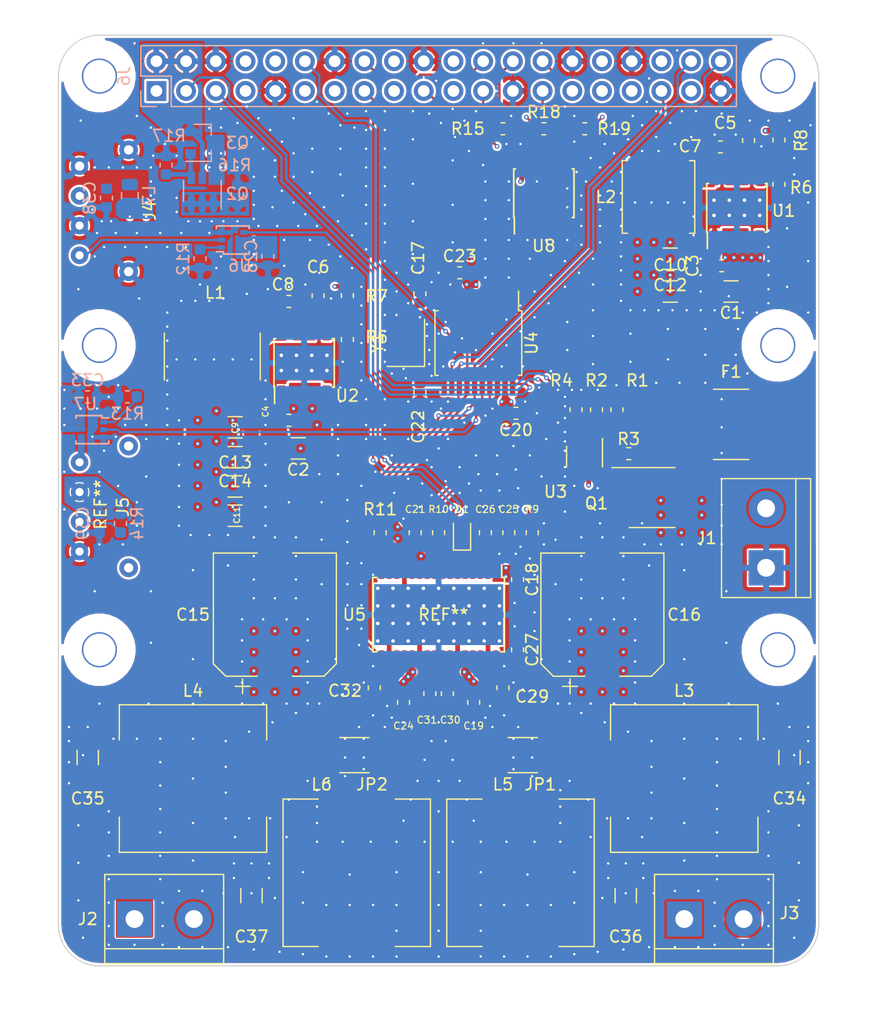
<source format=kicad_pcb>
(kicad_pcb (version 20171130) (host pcbnew "(5.1.6)-1")
  (layers (0 F.Cu signal) (1 In1.Cu signal) (2 In2.Cu signal) (31 B.Cu signal) (34 B.Paste user hide) (35 F.Paste user hide) (36 B.SilkS user) (37 F.SilkS user) (38 B.Mask user hide) (39 F.Mask user hide) (44 Edge.Cuts user))
  (net 0 "")
  (net 1 GND)
  (net 2 /ID_SD_EEPROM)
  (net 3 /ID_SC_EEPROM)
  (net 4 "Net-(Q1-Pad1)")
  (net 5 "Net-(Q2-Pad1)")
  (net 6 /P5V_HAT)
  (net 7 /P3V3)
  (net 8 /P5V)
  (net 9 /SDA)
  (net 10 /SCL)
  (net 11 /MOSI)
  (net 12 /SPI_CLK)
  (net 13 /SS)
  (net 14 /~SPK_FAULT)
  (net 15 /~SPK_SD)
  (net 16 /DATA_OUT)
  (net 17 VDD)
  (net 18 "Net-(R3-Pad2)")
  (net 19 "Net-(D1-Pad2)")
  (net 20 "Net-(U1-Pad4)")
  (net 21 "Net-(C27-Pad1)")
  (net 22 "Net-(C32-Pad2)")
  (net 23 "Net-(C31-Pad1)")
  (net 24 "Net-(C26-Pad1)")
  (net 25 "Net-(C25-Pad2)")
  (net 26 "Net-(C35-Pad1)")
  (net 27 "Net-(C25-Pad1)")
  (net 28 "Net-(C32-Pad1)")
  (net 29 "Net-(C34-Pad2)")
  (net 30 "Net-(C38-Pad1)")
  (net 31 "Net-(F1-Pad2)")
  (net 32 "Net-(F1-Pad1)")
  (net 33 /WP)
  (net 34 /DCDC_en)
  (net 35 /BITCLK)
  (net 36 /LRCLK)
  (net 37 /MCLK)
  (net 38 /DATA_IN)
  (net 39 "Net-(J6-Pad1)")
  (net 40 /MISO)
  (net 41 "Net-(C17-Pad1)")
  (net 42 "Net-(R1-Pad2)")
  (net 43 "Net-(J5-Pad2)")
  (net 44 "Net-(R11-Pad1)")
  (net 45 "Net-(J5-Pad4)")
  (net 46 "Net-(J5-Pad6)")
  (net 47 "Net-(J5-Pad5)")
  (net 48 "Net-(C5-Pad2)")
  (net 49 "Net-(C6-Pad2)")
  (net 50 "Net-(C7-Pad2)")
  (net 51 "Net-(C7-Pad1)")
  (net 52 "Net-(C8-Pad2)")
  (net 53 "Net-(C8-Pad1)")
  (net 54 "Net-(C22-Pad1)")
  (net 55 "Net-(C29-Pad2)")
  (net 56 "Net-(C29-Pad1)")
  (net 57 "Net-(C30-Pad2)")
  (net 58 "Net-(C30-Pad1)")
  (net 59 "Net-(C31-Pad2)")
  (net 60 "Net-(C36-Pad1)")
  (net 61 "Net-(C37-Pad2)")
  (net 62 "Net-(J4-Pad1)")
  (net 63 "Net-(J6-Pad37)")
  (net 64 "Net-(J6-Pad36)")
  (net 65 "Net-(J6-Pad33)")
  (net 66 "Net-(J6-Pad32)")
  (net 67 "Net-(J6-Pad31)")
  (net 68 "Net-(J6-Pad29)")
  (net 69 "Net-(J6-Pad22)")
  (net 70 "Net-(J6-Pad21)")
  (net 71 "Net-(J6-Pad18)")
  (net 72 "Net-(J6-Pad17)")
  (net 73 "Net-(J6-Pad13)")
  (net 74 "Net-(J6-Pad11)")
  (net 75 "Net-(J6-Pad10)")
  (net 76 "Net-(J6-Pad8)")
  (net 77 "Net-(J6-Pad7)")
  (net 78 "Net-(Q1-Pad2)")
  (net 79 "Net-(Q2-Pad4)")
  (net 80 "Net-(R2-Pad2)")
  (net 81 "Net-(R5-Pad1)")
  (net 82 "Net-(R6-Pad1)")
  (net 83 "Net-(R12-Pad1)")
  (net 84 "Net-(R13-Pad2)")
  (net 85 "Net-(U2-Pad4)")
  (net 86 "Net-(U4-Pad20)")
  (net 87 "Net-(U4-Pad17)")
  (net 88 "Net-(U4-Pad9)")
  (net 89 "Net-(U4-Pad6)")
  (net 90 "Net-(U4-Pad2)")
  (module Capacitor_SMD:CP_Elec_10x10 (layer F.Cu) (at 163 117 90)
    (fp_text reference C16 (at 0 7 180) (layer F.SilkS))
    (fp_text value 470u)
    (pad 2 smd roundrect (at 4 0 90) (size 4 2.5) (layers F.Cu F.Paste F.Mask) (roundrect_rratio 0.1) (net 1 GND))
    (pad 1 smd roundrect (at -4 0 90) (size 4 2.5) (layers F.Cu F.Paste F.Mask) (roundrect_rratio 0.1) (net 17 VDD))
  )
  (module TAS5760_HAT:SSOP-20_5.3x7.2mm_P0.65mm (layer F.Cu) (at 152.4 93.8 270)
    (fp_text reference U4 (at 0 -4.55 90) (layer F.SilkS))
    (fp_text value WM8804)
    (pad 20 smd roundrect (at 3.5 -2.925 270) (size 1.9 0.45) (layers F.Cu F.Paste F.Mask) (net 86 "Net-(U4-Pad20)"))
    (pad 19 smd roundrect (at 3.5 -2.275 270) (size 1.9 0.45) (layers F.Cu F.Paste F.Mask) (net 7 /P3V3))
    (pad 18 smd roundrect (at 3.5 -1.625 270) (size 1.9 0.45) (layers F.Cu F.Paste F.Mask) (net 1 GND))
    (pad 17 smd roundrect (at 3.5 -0.975 270) (size 1.9 0.45) (layers F.Cu F.Paste F.Mask) (net 87 "Net-(U4-Pad17)"))
    (pad 16 smd roundrect (at 3.5 -0.325 270) (size 1.9 0.45) (layers F.Cu F.Paste F.Mask) (net 37 /MCLK))
    (pad 15 smd roundrect (at 3.5 0.325 270) (size 1.9 0.45) (layers F.Cu F.Paste F.Mask) (net 36 /LRCLK))
    (pad 14 smd roundrect (at 3.5 0.975 270) (size 1.9 0.45) (layers F.Cu F.Paste F.Mask) (net 35 /BITCLK))
    (pad 13 smd roundrect (at 3.5 1.625 270) (size 1.9 0.45) (layers F.Cu F.Paste F.Mask) (net 16 /DATA_OUT))
    (pad 12 smd roundrect (at 3.5 2.275 270) (size 1.9 0.45) (layers F.Cu F.Paste F.Mask) (net 38 /DATA_IN))
    (pad 11 smd roundrect (at 3.5 2.925 270) (size 1.9 0.45) (layers F.Cu F.Paste F.Mask) (net 54 "Net-(C22-Pad1)"))
    (pad 10 smd roundrect (at -3.5 2.925 270) (size 1.9 0.45) (layers F.Cu F.Paste F.Mask) (net 41 "Net-(C17-Pad1)"))
    (pad 9 smd roundrect (at -3.5 2.275 270) (size 1.9 0.45) (layers F.Cu F.Paste F.Mask) (net 88 "Net-(U4-Pad9)"))
    (pad 8 smd roundrect (at -3.5 1.625 270) (size 1.9 0.45) (layers F.Cu F.Paste F.Mask) (net 1 GND))
    (pad 7 smd roundrect (at -3.5 0.975 270) (size 1.9 0.45) (layers F.Cu F.Paste F.Mask) (net 7 /P3V3))
    (pad 6 smd roundrect (at -3.5 0.325 270) (size 1.9 0.45) (layers F.Cu F.Paste F.Mask) (net 89 "Net-(U4-Pad6)"))
    (pad 5 smd roundrect (at -3.5 -0.325 270) (size 1.9 0.45) (layers F.Cu F.Paste F.Mask) (net 13 /SS))
    (pad 4 smd roundrect (at -3.5 -0.975 270) (size 1.9 0.45) (layers F.Cu F.Paste F.Mask) (net 40 /MISO))
    (pad 3 smd roundrect (at -3.5 -1.625 270) (size 1.9 0.45) (layers F.Cu F.Paste F.Mask) (net 11 /MOSI))
    (pad 2 smd roundrect (at -3.5 -2.275 270) (size 1.9 0.45) (layers F.Cu F.Paste F.Mask) (net 90 "Net-(U4-Pad2)"))
    (pad 1 smd roundrect (at -3.5 -2.925 270) (size 1.9 0.45) (layers F.Cu F.Paste F.Mask) (net 12 /SPI_CLK))
  )
  (module Capacitor_SMD:C_1206_3216Metric (layer F.Cu) (at 137 102.8 180)
    (fp_text reference C2 (at 0 -1.82) (layer F.SilkS))
    (fp_text value 10u)
    (pad 2 smd roundrect (at 1.4 0 180) (size 1.25 1.75) (layers F.Cu F.Paste F.Mask) (roundrect_rratio 0.2) (net 1 GND))
    (pad 1 smd roundrect (at -1.4 0 180) (size 1.25 1.75) (layers F.Cu F.Paste F.Mask) (roundrect_rratio 0.2) (net 17 VDD))
  )
  (module Capacitor_SMD:C_1206_3216Metric (layer F.Cu) (at 174 89.4 180)
    (fp_text reference C1 (at 0 -1.82) (layer F.SilkS))
    (fp_text value 10u)
    (pad 2 smd roundrect (at 1.4 0 180) (size 1.25 1.75) (layers F.Cu F.Paste F.Mask) (roundrect_rratio 0.2) (net 1 GND))
    (pad 1 smd roundrect (at -1.4 0 180) (size 1.25 1.75) (layers F.Cu F.Paste F.Mask) (roundrect_rratio 0.2) (net 17 VDD))
  )
  (module TAS5760_HAT:TSSOP-5 (layer B.Cu) (at 119.4 101.2 180)
    (fp_text reference U7 (at 0.6 2.2) (layer B.SilkS) (effects (justify mirror)))
    (fp_text value 74AHC1G125)
    (pad 2 smd rect (at -0.95 0 180) (size 0.6 0.4) (layers B.Cu B.Paste B.Mask) (net 87 "Net-(U4-Pad17)"))
    (pad 1 smd rect (at -0.95 0.65 180) (size 0.6 0.4) (layers B.Cu B.Paste B.Mask) (net 84 "Net-(R13-Pad2)"))
    (pad 3 smd rect (at -0.95 -0.65 180) (size 0.6 0.4) (layers B.Cu B.Paste B.Mask) (net 1 GND))
    (pad 4 smd rect (at 0.95 -0.65 180) (size 0.6 0.4) (layers B.Cu B.Paste B.Mask) (net 45 "Net-(J5-Pad4)"))
    (pad 5 smd rect (at 0.95 0.65 180) (size 0.6 0.4) (layers B.Cu B.Paste B.Mask) (net 8 /P5V))
  )
  (module TAS5760_HAT:TSSOP-5 (layer B.Cu) (at 131.4 85)
    (fp_text reference U6 (at 0.6 2.2) (layer B.SilkS) (effects (justify mirror)))
    (fp_text value 74AHC1G125)
    (pad 2 smd rect (at -0.95 0) (size 0.6 0.4) (layers B.Cu B.Paste B.Mask) (net 62 "Net-(J4-Pad1)"))
    (pad 1 smd rect (at -0.95 0.65) (size 0.6 0.4) (layers B.Cu B.Paste B.Mask) (net 83 "Net-(R12-Pad1)"))
    (pad 3 smd rect (at -0.95 -0.65) (size 0.6 0.4) (layers B.Cu B.Paste B.Mask) (net 1 GND))
    (pad 4 smd rect (at 0.95 -0.65) (size 0.6 0.4) (layers B.Cu B.Paste B.Mask) (net 86 "Net-(U4-Pad20)"))
    (pad 5 smd rect (at 0.95 0.65) (size 0.6 0.4) (layers B.Cu B.Paste B.Mask) (net 7 /P3V3))
  )
  (module TAS5760_HAT:TOTX1950 (layer F.Cu) (at 122.5 107.8 270)
    (fp_text reference J5 (at 0 0.5 90) (layer F.SilkS))
    (fp_text value TOTX1950)
    (fp_text user REF** (at -0.2 2.4 90) (layer F.SilkS))
    (pad 6 thru_hole circle (at 5.2 0 270) (size 1.6 1.6) (drill 0.8) (layers *.Cu *.Mask) (net 46 "Net-(J5-Pad6)"))
    (pad 3 thru_hole circle (at -1.27 4.2 270) (size 1.5 1.5) (drill 0.7) (layers *.Cu *.Mask) (net 8 /P5V))
    (pad 4 thru_hole circle (at -3.81 4.2 270) (size 1.5 1.5) (drill 0.7) (layers *.Cu *.Mask) (net 45 "Net-(J5-Pad4)"))
    (pad 5 thru_hole circle (at -5.2 0 270) (size 1.6 1.6) (drill 0.8) (layers *.Cu *.Mask) (net 47 "Net-(J5-Pad5)"))
    (pad 1 thru_hole circle (at 3.81 4.2 270) (size 1.5 1.5) (drill 0.7) (layers *.Cu *.Mask) (net 1 GND))
    (pad 2 thru_hole circle (at 1.27 4.2 270) (size 1.5 1.5) (drill 0.7) (layers *.Cu *.Mask) (net 43 "Net-(J5-Pad2)"))
  )
  (module Resistor_SMD:R_0603_1608Metric (layer B.Cu) (at 128.6 86.6 270)
    (fp_text reference R12 (at 0 1.43 270) (layer B.SilkS) (effects (justify mirror)))
    (fp_text value 100K)
    (pad 2 smd roundrect (at 0.7875 0 270) (size 0.875 0.95) (layers B.Cu B.Paste B.Mask) (net 1 GND))
    (pad 1 smd roundrect (at -0.7875 0 270) (size 0.875 0.95) (layers B.Cu B.Paste B.Mask) (net 83 "Net-(R12-Pad1)"))
  )
  (module Resistor_SMD:R_0603_1608Metric (layer B.Cu) (at 121.8 109.2 90)
    (fp_text reference R14 (at 0 1.43 270) (layer B.SilkS) (effects (justify mirror)))
    (fp_text value 5K6)
    (pad 2 smd roundrect (at 0.7875 0 90) (size 0.875 0.95) (layers B.Cu B.Paste B.Mask) (net 8 /P5V))
    (pad 1 smd roundrect (at -0.7875 0 90) (size 0.875 0.95) (layers B.Cu B.Paste B.Mask) (net 43 "Net-(J5-Pad2)"))
  )
  (module Resistor_SMD:R_0603_1608Metric (layer B.Cu) (at 122.4 98.4)
    (fp_text reference R13 (at 0 1.43) (layer B.SilkS) (effects (justify mirror)))
    (fp_text value 100K)
    (pad 2 smd roundrect (at 0.7875 0) (size 0.875 0.95) (layers B.Cu B.Paste B.Mask) (net 84 "Net-(R13-Pad2)"))
    (pad 1 smd roundrect (at -0.7875 0) (size 0.875 0.95) (layers B.Cu B.Paste B.Mask) (net 1 GND))
  )
  (module Inductor_SMD:L_0805_2012Metric (layer B.Cu) (at 122.6 81.2 90)
    (fp_text reference L7 (at 0 1.65 90) (layer B.SilkS) (effects (justify mirror)))
    (fp_text value 47u)
    (pad 2 smd roundrect (at 0.9375 0 90) (size 0.975 1.4) (layers B.Cu B.Paste B.Mask) (net 30 "Net-(C38-Pad1)"))
    (pad 1 smd roundrect (at -0.9375 0 90) (size 0.975 1.4) (layers B.Cu B.Paste B.Mask) (net 8 /P5V))
  )
  (module TAS5760_HAT:TORX1950 (layer F.Cu) (at 122.5 82.5 270)
    (fp_text reference J4 (at 0 -1.8 90) (layer F.SilkS))
    (fp_text value TORX1950)
    (pad 4 thru_hole circle (at -3.81 4.2 270) (size 1.5 1.5) (drill 0.8) (layers *.Cu *.Mask) (net 1 GND))
    (pad 1 thru_hole circle (at 3.81 4.2 270) (size 1.5 1.5) (drill 0.7) (layers *.Cu *.Mask) (net 62 "Net-(J4-Pad1)"))
    (pad 2 thru_hole circle (at 1.27 4.2 270) (size 1.5 1.5) (drill 0.7) (layers *.Cu *.Mask) (net 1 GND))
    (pad 3 thru_hole circle (at -1.27 4.2 270) (size 1.5 1.5) (drill 0.7) (layers *.Cu *.Mask) (net 30 "Net-(C38-Pad1)"))
    (pad 5 thru_hole circle (at -5.2 0 270) (size 1.6 1.6) (drill 0.8) (layers *.Cu *.Mask) (net 1 GND))
    (pad 6 thru_hole circle (at 5.2 0 270) (size 1.6 1.6) (drill 0.8) (layers *.Cu *.Mask) (net 1 GND))
  )
  (module Capacitor_SMD:C_0603_1608Metric (layer B.Cu) (at 134.4 86.4 270)
    (fp_text reference C28 (at 0 1.43 270) (layer B.SilkS) (effects (justify mirror)))
    (fp_text value 0u1)
    (pad 2 smd roundrect (at 0.7875 0 270) (size 0.875 0.95) (layers B.Cu B.Paste B.Mask) (net 1 GND))
    (pad 1 smd roundrect (at -0.7875 0 270) (size 0.875 0.95) (layers B.Cu B.Paste B.Mask) (net 7 /P3V3))
  )
  (module Capacitor_SMD:C_0603_1608Metric (layer B.Cu) (at 120 109.2 270)
    (fp_text reference C39 (at 0 1.43 90) (layer B.SilkS) (effects (justify mirror)))
    (fp_text value 0u1)
    (pad 2 smd roundrect (at 0.7875 0 270) (size 0.875 0.95) (layers B.Cu B.Paste B.Mask) (net 1 GND))
    (pad 1 smd roundrect (at -0.7875 0 270) (size 0.875 0.95) (layers B.Cu B.Paste B.Mask) (net 8 /P5V))
  )
  (module Capacitor_SMD:C_0603_1608Metric (layer B.Cu) (at 119 98.4 180)
    (fp_text reference C33 (at 0 1.43 180) (layer B.SilkS) (effects (justify mirror)))
    (fp_text value 0u1)
    (pad 2 smd roundrect (at 0.7875 0 180) (size 0.875 0.95) (layers B.Cu B.Paste B.Mask) (net 8 /P5V))
    (pad 1 smd roundrect (at -0.7875 0 180) (size 0.875 0.95) (layers B.Cu B.Paste B.Mask) (net 1 GND))
  )
  (module Capacitor_SMD:C_0603_1608Metric (layer B.Cu) (at 120.6 81.4125 270)
    (fp_text reference C38 (at 0 1.43 90) (layer B.SilkS) (effects (justify mirror)))
    (fp_text value 0u1)
    (pad 2 smd roundrect (at 0.7875 0 270) (size 0.875 0.95) (layers B.Cu B.Paste B.Mask) (net 1 GND))
    (pad 1 smd roundrect (at -0.7875 0 270) (size 0.875 0.95) (layers B.Cu B.Paste B.Mask) (net 30 "Net-(C38-Pad1)"))
  )
  (module Capacitor_SMD:C_0603_1608Metric (layer F.Cu) (at 150.8 87.8)
    (fp_text reference C23 (at 0 -1.43) (layer F.SilkS))
    (fp_text value 0u1)
    (pad 2 smd roundrect (at 0.7875 0) (size 0.875 0.95) (layers F.Cu F.Paste F.Mask) (net 7 /P3V3))
    (pad 1 smd roundrect (at -0.7875 0) (size 0.875 0.95) (layers F.Cu F.Paste F.Mask) (net 1 GND))
  )
  (module Capacitor_SMD:C_0603_1608Metric (layer F.Cu) (at 155.6125 99.8 180)
    (fp_text reference C20 (at 0 -1.43) (layer F.SilkS))
    (fp_text value 0u1)
    (pad 2 smd roundrect (at 0.7875 0 180) (size 0.875 0.95) (layers F.Cu F.Paste F.Mask) (net 7 /P3V3))
    (pad 1 smd roundrect (at -0.7875 0 180) (size 0.875 0.95) (layers F.Cu F.Paste F.Mask) (net 1 GND))
  )
  (module TAS5760_HAT:HTSSOP-32_backsolder (layer F.Cu) (at 149 117 270)
    (fp_text reference U5 (at 0 7.2 180) (layer F.SilkS))
    (fp_text value TAS5760)
    (fp_text user REF** (at 0 -0.4 180) (layer F.SilkS))
    (pad 26 smd rect (at 3.65 -0.975 270) (size 1.2 0.4) (layers F.Cu F.Paste F.Mask) (net 57 "Net-(C30-Pad2)"))
    (pad 6 smd rect (at -3.65 -1.625 270) (size 1.2 0.4) (layers F.Cu F.Paste F.Mask) (net 14 /~SPK_FAULT))
    (pad 28 smd rect (at 3.65 -2.275 270) (size 1.2 0.4) (layers F.Cu F.Paste F.Mask) (net 17 VDD))
    (pad 12 smd rect (at -3.65 2.275 270) (size 1.2 0.4) (layers F.Cu F.Paste F.Mask) (net 44 "Net-(R11-Pad1)"))
    (pad 29 smd rect (at 3.65 -2.925 270) (size 1.2 0.4) (layers F.Cu F.Paste F.Mask) (net 55 "Net-(C29-Pad2)"))
    (pad 1 smd rect (at -3.65 -4.875 270) (size 1.2 0.4) (layers F.Cu F.Paste F.Mask) (net 17 VDD))
    (pad 32 smd rect (at 3.65 -4.875 270) (size 1.2 0.4) (layers F.Cu F.Paste F.Mask) (net 21 "Net-(C27-Pad1)"))
    (pad 33 thru_hole circle (at -2.25 -3.9 270) (size 0.6 0.6) (drill 0.3) (layers *.Cu) (net 1 GND))
    (pad 33 thru_hole circle (at 2.25 -5.2 270) (size 0.6 0.6) (drill 0.3) (layers *.Cu) (net 1 GND))
    (pad 33 thru_hole circle (at 0.75 -3.9 270) (size 0.6 0.6) (drill 0.3) (layers *.Cu) (net 1 GND))
    (pad 4 smd rect (at -3.65 -2.925 270) (size 1.2 0.4) (layers F.Cu F.Paste F.Mask) (net 24 "Net-(C26-Pad1)"))
    (pad 14 smd rect (at -3.65 3.575 270) (size 1.2 0.4) (layers F.Cu F.Paste F.Mask) (net 37 /MCLK))
    (pad 24 smd rect (at 3.65 0.325 270) (size 1.2 0.4) (layers F.Cu F.Paste F.Mask) (net 23 "Net-(C31-Pad1)"))
    (pad 33 thru_hole circle (at 2.25 -1.3 270) (size 0.6 0.6) (drill 0.3) (layers *.Cu) (net 1 GND))
    (pad 33 thru_hole circle (at -0.75 -1.3 270) (size 0.6 0.6) (drill 0.3) (layers *.Cu) (net 1 GND))
    (pad 27 smd rect (at 3.65 -1.625 270) (size 1.2 0.4) (layers F.Cu F.Paste F.Mask) (net 1 GND))
    (pad 13 smd rect (at -3.65 2.925 270) (size 1.2 0.4) (layers F.Cu F.Paste F.Mask) (net 1 GND))
    (pad 33 thru_hole circle (at -2.25 -5.2 270) (size 0.6 0.6) (drill 0.3) (layers *.Cu) (net 1 GND))
    (pad 33 thru_hole circle (at -0.75 -5.2 270) (size 0.6 0.6) (drill 0.3) (layers *.Cu) (net 1 GND))
    (pad 33 thru_hole circle (at 2.25 -3.9 270) (size 0.6 0.6) (drill 0.3) (layers *.Cu) (net 1 GND))
    (pad 33 thru_hole circle (at -2.25 -2.6 270) (size 0.6 0.6) (drill 0.3) (layers *.Cu) (net 1 GND))
    (pad 5 smd rect (at -3.65 -2.275 270) (size 1.2 0.4) (layers F.Cu F.Paste F.Mask) (net 25 "Net-(C25-Pad2)"))
    (pad 33 thru_hole circle (at 2.25 -2.6 270) (size 0.6 0.6) (drill 0.3) (layers *.Cu) (net 1 GND))
    (pad 19 smd rect (at 3.65 3.575 270) (size 1.2 0.4) (layers F.Cu F.Paste F.Mask) (net 28 "Net-(C32-Pad1)"))
    (pad 33 thru_hole circle (at -0.75 -2.6 270) (size 0.6 0.6) (drill 0.3) (layers *.Cu) (net 1 GND))
    (pad 33 thru_hole circle (at 0.75 -5.2 270) (size 0.6 0.6) (drill 0.3) (layers *.Cu) (net 1 GND))
    (pad 3 smd rect (at -3.65 -3.575 270) (size 1.2 0.4) (layers F.Cu F.Paste F.Mask) (net 27 "Net-(C25-Pad1)"))
    (pad 33 smd rect (at 0 0 270) (size 5.2 11) (layers F.Cu) (net 1 GND))
    (pad 33 thru_hole circle (at -0.75 -3.9 270) (size 0.6 0.6) (drill 0.3) (layers *.Cu) (net 1 GND))
    (pad 25 smd rect (at 3.65 -0.325 270) (size 1.2 0.4) (layers F.Cu F.Paste F.Mask) (net 58 "Net-(C30-Pad1)"))
    (pad 9 smd rect (at -3.65 0.325 270) (size 1.2 0.4) (layers F.Cu F.Paste F.Mask) (net 10 /SCL))
    (pad 10 smd rect (at -3.65 0.975 270) (size 1.2 0.4) (layers F.Cu F.Paste F.Mask) (net 7 /P3V3))
    (pad 11 smd rect (at -3.65 1.625 270) (size 1.2 0.4) (layers F.Cu F.Paste F.Mask) (net 44 "Net-(R11-Pad1)"))
    (pad 16 smd rect (at -3.65 4.875 270) (size 1.2 0.4) (layers F.Cu F.Paste F.Mask) (net 16 /DATA_OUT))
    (pad 22 smd rect (at 3.65 1.625 270) (size 1.2 0.4) (layers F.Cu F.Paste F.Mask) (net 1 GND))
    (pad 31 smd rect (at 3.65 -4.225 270) (size 1.2 0.4) (layers F.Cu F.Paste F.Mask) (net 1 GND))
    (pad 15 smd rect (at -3.65 4.225 270) (size 1.2 0.4) (layers F.Cu F.Paste F.Mask) (net 35 /BITCLK))
    (pad 33 thru_hole circle (at -2.25 -1.3 270) (size 0.6 0.6) (drill 0.3) (layers *.Cu) (net 1 GND))
    (pad 20 smd rect (at 3.65 2.925 270) (size 1.2 0.4) (layers F.Cu F.Paste F.Mask) (net 22 "Net-(C32-Pad2)"))
    (pad 18 smd rect (at 3.65 4.225 270) (size 1.2 0.4) (layers F.Cu F.Paste F.Mask) (net 1 GND))
    (pad 2 smd rect (at -3.65 -4.225 270) (size 1.2 0.4) (layers F.Cu F.Paste F.Mask) (net 21 "Net-(C27-Pad1)"))
    (pad 30 smd rect (at 3.65 -3.575 270) (size 1.2 0.4) (layers F.Cu F.Paste F.Mask) (net 56 "Net-(C29-Pad1)"))
    (pad 21 smd rect (at 3.65 2.275 270) (size 1.2 0.4) (layers F.Cu F.Paste F.Mask) (net 17 VDD))
    (pad 8 smd rect (at -3.65 -0.325 270) (size 1.2 0.4) (layers F.Cu F.Paste F.Mask) (net 9 /SDA))
    (pad 23 smd rect (at 3.65 0.975 270) (size 1.2 0.4) (layers F.Cu F.Paste F.Mask) (net 59 "Net-(C31-Pad2)"))
    (pad 7 smd rect (at -3.65 -0.975 270) (size 1.2 0.4) (layers F.Cu F.Paste F.Mask) (net 15 /~SPK_SD))
    (pad 17 smd rect (at 3.65 4.875 270) (size 1.2 0.4) (layers F.Cu F.Paste F.Mask) (net 36 /LRCLK))
    (pad 33 thru_hole circle (at -2.25 3.9 270) (size 0.6 0.6) (drill 0.3) (layers *.Cu) (net 1 GND))
    (pad 33 thru_hole circle (at -0.75 1.3 270) (size 0.6 0.6) (drill 0.3) (layers *.Cu) (net 1 GND))
    (pad 33 thru_hole circle (at 0.75 5.2 270) (size 0.6 0.6) (drill 0.3) (layers *.Cu) (net 1 GND))
    (pad 33 thru_hole circle (at -2.25 0 270) (size 0.6 0.6) (drill 0.3) (layers *.Cu) (net 1 GND))
    (pad 33 thru_hole circle (at 0.75 2.6 270) (size 0.6 0.6) (drill 0.3) (layers *.Cu) (net 1 GND))
    (pad 33 thru_hole circle (at -0.75 0 270) (size 0.6 0.6) (drill 0.3) (layers *.Cu) (net 1 GND))
    (pad 33 thru_hole circle (at 0.75 0 270) (size 0.6 0.6) (drill 0.3) (layers *.Cu) (net 1 GND))
    (pad 33 thru_hole circle (at -2.25 1.3 270) (size 0.6 0.6) (drill 0.3) (layers *.Cu) (net 1 GND))
    (pad 33 thru_hole circle (at 2.25 3.9 270) (size 0.6 0.6) (drill 0.3) (layers *.Cu) (net 1 GND))
    (pad 33 thru_hole circle (at -2.25 2.6 270) (size 0.6 0.6) (drill 0.3) (layers *.Cu) (net 1 GND))
    (pad 33 thru_hole circle (at 2.25 2.6 270) (size 0.6 0.6) (drill 0.3) (layers *.Cu) (net 1 GND))
    (pad 33 thru_hole circle (at 2.25 5.2 270) (size 0.6 0.6) (drill 0.3) (layers *.Cu) (net 1 GND))
    (pad 33 thru_hole circle (at -0.75 3.9 270) (size 0.6 0.6) (drill 0.3) (layers *.Cu) (net 1 GND))
    (pad 33 thru_hole circle (at -0.75 2.6 270) (size 0.6 0.6) (drill 0.3) (layers *.Cu) (net 1 GND))
    (pad 33 thru_hole circle (at -2.25 5.2 270) (size 0.6 0.6) (drill 0.3) (layers *.Cu) (net 1 GND))
    (pad 33 thru_hole circle (at 0.75 -2.6 270) (size 0.6 0.6) (drill 0.3) (layers *.Cu) (net 1 GND))
    (pad 33 thru_hole circle (at 0.75 -1.3 270) (size 0.6 0.6) (drill 0.3) (layers *.Cu) (net 1 GND))
    (pad 33 thru_hole circle (at -0.75 5.2 270) (size 0.6 0.6) (drill 0.3) (layers *.Cu) (net 1 GND))
    (pad 33 thru_hole circle (at 0.75 1.3 270) (size 0.6 0.6) (drill 0.3) (layers *.Cu) (net 1 GND))
    (pad 33 smd rect (at 0 0 270) (size 5.2 11) (layers B.Cu) (net 1 GND))
    (pad 33 thru_hole circle (at 0.75 3.9 270) (size 0.6 0.6) (drill 0.3) (layers *.Cu) (net 1 GND))
    (pad 33 thru_hole circle (at 2.25 1.3 270) (size 0.6 0.6) (drill 0.3) (layers *.Cu) (net 1 GND))
    (pad 33 thru_hole circle (at 2.25 0 270) (size 0.6 0.6) (drill 0.3) (layers *.Cu) (net 1 GND))
  )
  (module Capacitor_SMD:CP_Elec_10x10 (layer F.Cu) (at 135 117 90)
    (fp_text reference C15 (at 0 -7 180) (layer F.SilkS))
    (fp_text value 470u)
    (pad 2 smd roundrect (at 4 0 90) (size 4 2.5) (layers F.Cu F.Paste F.Mask) (roundrect_rratio 0.1) (net 1 GND))
    (pad 1 smd roundrect (at -4 0 90) (size 4 2.5) (layers F.Cu F.Paste F.Mask) (roundrect_rratio 0.1) (net 17 VDD))
  )
  (module Inductor_SMD:L_Bourns_SRN8040TA (layer F.Cu) (at 129.65 94.95 270)
    (fp_text reference L1 (at -5.45 -0.25) (layer F.SilkS))
    (fp_text value 8u)
    (pad 2 smd rect (at 2.825 0 180) (size 6.6 2.85) (layers F.Cu F.Paste F.Mask) (net 8 /P5V))
    (pad 1 smd rect (at -2.825 0 180) (size 6.6 2.85) (layers F.Cu F.Paste F.Mask) (net 52 "Net-(C8-Pad2)"))
  )
  (module Inductor_SMD:L_Bourns_SRN6045TA (layer F.Cu) (at 167.8 81.325 270)
    (fp_text reference L2 (at 0 4.5 180) (layer F.SilkS))
    (fp_text value 10u)
    (pad 2 smd rect (at 2.075 0 270) (size 2.35 5.1) (layers F.Cu F.Paste F.Mask) (net 7 /P3V3))
    (pad 1 smd rect (at -2.075 0 270) (size 2.35 5.1) (layers F.Cu F.Paste F.Mask) (net 50 "Net-(C7-Pad2)"))
  )
  (module Crystal:Crystal_SMD_SeikoEpson_FA238-4Pin_3.2x2.5mm (layer F.Cu) (at 146.2 93.8 90)
    (fp_text reference Y1 (at 0 -2.45 90) (layer F.SilkS))
    (fp_text value 27MHz)
    (pad 4 smd rect (at -1.1 -0.8 90) (size 1.4 1.2) (layers F.Cu F.Paste F.Mask) (net 1 GND))
    (pad 3 smd rect (at 1.1 -0.8 90) (size 1.4 1.2) (layers F.Cu F.Paste F.Mask) (net 41 "Net-(C17-Pad1)"))
    (pad 2 smd rect (at 1.1 0.8 90) (size 1.4 1.2) (layers F.Cu F.Paste F.Mask) (net 1 GND))
    (pad 1 smd rect (at -1.1 0.8 90) (size 1.4 1.2) (layers F.Cu F.Paste F.Mask) (net 54 "Net-(C22-Pad1)"))
  )
  (module Resistor_SMD:R_0603_1608Metric (layer F.Cu) (at 165.25 103.25 180)
    (fp_text reference R3 (at 0 1.25) (layer F.SilkS))
    (fp_text value 100K)
    (pad 2 smd roundrect (at 0.7875 0 180) (size 0.875 0.95) (layers F.Cu F.Paste F.Mask) (net 18 "Net-(R3-Pad2)"))
    (pad 1 smd roundrect (at -0.7875 0 180) (size 0.875 0.95) (layers F.Cu F.Paste F.Mask) (net 32 "Net-(F1-Pad1)"))
  )
  (module Capacitor_SMD:C_1206_3216Metric (layer F.Cu) (at 133 141 270)
    (fp_text reference C37 (at 3.5 0) (layer F.SilkS))
    (fp_text value 0u22)
    (pad 2 smd roundrect (at 1.4 0 270) (size 1.25 1.75) (layers F.Cu F.Paste F.Mask) (roundrect_rratio 0.2) (net 61 "Net-(C37-Pad2)"))
    (pad 1 smd roundrect (at -1.4 0 270) (size 1.25 1.75) (layers F.Cu F.Paste F.Mask) (roundrect_rratio 0.2) (net 1 GND))
  )
  (module Capacitor_SMD:C_1206_3216Metric (layer F.Cu) (at 165 141 90)
    (fp_text reference C36 (at -3.5 0) (layer F.SilkS))
    (fp_text value 0u22)
    (pad 2 smd roundrect (at 1.4 0 90) (size 1.25 1.75) (layers F.Cu F.Paste F.Mask) (roundrect_rratio 0.2) (net 1 GND))
    (pad 1 smd roundrect (at -1.4 0 90) (size 1.25 1.75) (layers F.Cu F.Paste F.Mask) (roundrect_rratio 0.2) (net 60 "Net-(C36-Pad1)"))
  )
  (module Capacitor_SMD:C_1206_3216Metric (layer F.Cu) (at 119 129.2 90)
    (fp_text reference C35 (at -3.5 0) (layer F.SilkS))
    (fp_text value 0u22)
    (pad 2 smd roundrect (at 1.4 0 90) (size 1.25 1.75) (layers F.Cu F.Paste F.Mask) (roundrect_rratio 0.2) (net 1 GND))
    (pad 1 smd roundrect (at -1.4 0 90) (size 1.25 1.75) (layers F.Cu F.Paste F.Mask) (roundrect_rratio 0.2) (net 26 "Net-(C35-Pad1)"))
  )
  (module Capacitor_SMD:C_1206_3216Metric (layer F.Cu) (at 179 129.2 270)
    (fp_text reference C34 (at 3.5 0) (layer F.SilkS))
    (fp_text value 0u22)
    (pad 2 smd roundrect (at 1.4 0 270) (size 1.25 1.75) (layers F.Cu F.Paste F.Mask) (roundrect_rratio 0.2) (net 29 "Net-(C34-Pad2)"))
    (pad 1 smd roundrect (at -1.4 0 270) (size 1.25 1.75) (layers F.Cu F.Paste F.Mask) (roundrect_rratio 0.2) (net 1 GND))
  )
  (module project_footprints:Keystone_Jumper_5102 (layer F.Cu) (at 141.8 129)
    (fp_text reference JP2 (at 1.5 2.5) (layer F.SilkS))
    (fp_text value Jumper_2_Open)
    (pad 2 smd roundrect (at 2.6875 0) (size 2.475 3) (layers F.Cu F.Paste F.Mask) (roundrect_rratio 0.08) (net 59 "Net-(C31-Pad2)"))
    (pad 1 smd roundrect (at -2.6875 0) (size 2.475 3) (layers F.Cu F.Paste F.Mask) (roundrect_rratio 0.08) (net 22 "Net-(C32-Pad2)"))
  )
  (module project_footprints:Keystone_Jumper_5102 (layer F.Cu) (at 156.2 129 180)
    (fp_text reference JP1 (at -1.5 -2.5) (layer F.SilkS))
    (fp_text value Jumper_2_Open)
    (pad 2 smd roundrect (at 2.6875 0 180) (size 2.475 3) (layers F.Cu F.Paste F.Mask) (roundrect_rratio 0.08) (net 57 "Net-(C30-Pad2)"))
    (pad 1 smd roundrect (at -2.6875 0 180) (size 2.475 3) (layers F.Cu F.Paste F.Mask) (roundrect_rratio 0.08) (net 55 "Net-(C29-Pad2)"))
  )
  (module project_footprints:FuseHolder_OM_Schurter_OMH_125 (layer F.Cu) (at 174 100.75)
    (fp_text reference F1 (at 0 -4.5) (layer F.SilkS))
    (fp_text value Fuse)
    (pad 2 smd roundrect (at 4 0) (size 5 6) (layers F.Cu F.Paste F.Mask) (roundrect_rratio 0.08) (net 31 "Net-(F1-Pad2)"))
    (pad 1 smd roundrect (at -4 0) (size 5 6) (layers F.Cu F.Paste F.Mask) (roundrect_rratio 0.08) (net 32 "Net-(F1-Pad1)"))
  )
  (module TerminalBlock:TerminalBlock_bornier-2_P5.08mm (layer F.Cu) (at 177 113 90)
    (fp_text reference J1 (at 2.54 -5.08 180) (layer F.SilkS))
    (fp_text value SPK_A)
    (pad 2 thru_hole circle (at 5.08 0 90) (size 3 3) (drill 1.52) (layers *.Cu *.Mask) (net 31 "Net-(F1-Pad2)"))
    (pad 1 thru_hole rect (at 0 0 90) (size 3 3) (drill 1.52) (layers *.Cu *.Mask) (net 1 GND))
  )
  (module Capacitor_SMD:C_1206_3216Metric (layer F.Cu) (at 131.6 103.55)
    (fp_text reference C14 (at 0 2.05) (layer F.SilkS))
    (fp_text value 22u)
    (pad 2 smd roundrect (at 1.4 0) (size 1.25 1.75) (layers F.Cu F.Paste F.Mask) (roundrect_rratio 0.2) (net 1 GND))
    (pad 1 smd roundrect (at -1.4 0) (size 1.25 1.75) (layers F.Cu F.Paste F.Mask) (roundrect_rratio 0.2) (net 8 /P5V))
  )
  (module Capacitor_SMD:C_1206_3216Metric (layer F.Cu) (at 131.6 106.05)
    (fp_text reference C13 (at 0 -2.05) (layer F.SilkS))
    (fp_text value 22u)
    (pad 2 smd roundrect (at 1.4 0) (size 1.25 1.75) (layers F.Cu F.Paste F.Mask) (roundrect_rratio 0.2) (net 1 GND))
    (pad 1 smd roundrect (at -1.4 0) (size 1.25 1.75) (layers F.Cu F.Paste F.Mask) (roundrect_rratio 0.2) (net 8 /P5V))
  )
  (module Capacitor_SMD:C_1206_3216Metric (layer F.Cu) (at 131.6 108.55)
    (fp_text reference C11 (at 0.15 -0.05 90) (layer F.SilkS) (effects (font (size 0.5 0.5) (thickness 0.1))))
    (fp_text value 22u)
    (pad 2 smd roundrect (at 1.4 0) (size 1.25 1.75) (layers F.Cu F.Paste F.Mask) (roundrect_rratio 0.2) (net 1 GND))
    (pad 1 smd roundrect (at -1.4 0) (size 1.25 1.75) (layers F.Cu F.Paste F.Mask) (roundrect_rratio 0.2) (net 8 /P5V))
  )
  (module Capacitor_SMD:C_1206_3216Metric (layer F.Cu) (at 131.6 101)
    (fp_text reference C9 (at 0 0.05 -270) (layer F.SilkS) (effects (font (size 0.5 0.5) (thickness 0.1))))
    (fp_text value 22u)
    (pad 2 smd roundrect (at 1.4 0) (size 1.25 1.75) (layers F.Cu F.Paste F.Mask) (roundrect_rratio 0.2) (net 1 GND))
    (pad 1 smd roundrect (at -1.4 0) (size 1.25 1.75) (layers F.Cu F.Paste F.Mask) (roundrect_rratio 0.2) (net 8 /P5V))
  )
  (module Capacitor_SMD:C_1206_3216Metric (layer F.Cu) (at 168.8 86.6)
    (fp_text reference C12 (at 0 2.25) (layer F.SilkS))
    (fp_text value 22u)
    (pad 2 smd roundrect (at 1.4 0) (size 1.25 1.75) (layers F.Cu F.Paste F.Mask) (roundrect_rratio 0.2) (net 1 GND))
    (pad 1 smd roundrect (at -1.4 0) (size 1.25 1.75) (layers F.Cu F.Paste F.Mask) (roundrect_rratio 0.2) (net 7 /P3V3))
  )
  (module Capacitor_SMD:C_1206_3216Metric (layer F.Cu) (at 168.8 89.4)
    (fp_text reference C10 (at 0 -2.25) (layer F.SilkS))
    (fp_text value 22u)
    (pad 2 smd roundrect (at 1.4 0) (size 1.25 1.75) (layers F.Cu F.Paste F.Mask) (roundrect_rratio 0.2) (net 1 GND))
    (pad 1 smd roundrect (at -1.4 0) (size 1.25 1.75) (layers F.Cu F.Paste F.Mask) (roundrect_rratio 0.2) (net 7 /P3V3))
  )
  (module Resistor_SMD:R_0603_1608Metric (layer F.Cu) (at 149 110 90)
    (fp_text reference R10 (at 2 0 180) (layer F.SilkS) (effects (font (size 0.6 0.6) (thickness 0.1))))
    (fp_text value 10K)
    (pad 2 smd roundrect (at 0.7875 0 90) (size 0.875 0.95) (layers F.Cu F.Paste F.Mask) (net 1 GND))
    (pad 1 smd roundrect (at -0.7875 0 90) (size 0.875 0.95) (layers F.Cu F.Paste F.Mask) (net 15 /~SPK_SD))
  )
  (module Capacitor_SMD:C_0603_1608Metric (layer F.Cu) (at 153 110 90)
    (fp_text reference C26 (at 2 0 180) (layer F.SilkS) (effects (font (size 0.6 0.6) (thickness 0.1))))
    (fp_text value 1u)
    (pad 2 smd roundrect (at 0.7875 0 90) (size 0.875 0.95) (layers F.Cu F.Paste F.Mask) (net 25 "Net-(C25-Pad2)"))
    (pad 1 smd roundrect (at -0.7875 0 90) (size 0.875 0.95) (layers F.Cu F.Paste F.Mask) (net 24 "Net-(C26-Pad1)"))
  )
  (module LED_SMD:LED_0603_1608Metric (layer F.Cu) (at 151 110 90)
    (fp_text reference D1 (at 2 0 180) (layer F.SilkS) (effects (font (size 0.6 0.6) (thickness 0.1))))
    (fp_text value LED)
    (pad 2 smd roundrect (at 0.7875 0 90) (size 0.875 0.95) (layers F.Cu F.Paste F.Mask) (net 19 "Net-(D1-Pad2)"))
    (pad 1 smd roundrect (at -0.7875 0 90) (size 0.875 0.95) (layers F.Cu F.Paste F.Mask) (net 14 /~SPK_FAULT))
  )
  (module Capacitor_SMD:C_0603_1608Metric (layer F.Cu) (at 155.75 114 270)
    (fp_text reference C18 (at 0 -1.25 90) (layer F.SilkS))
    (fp_text value 0u1)
    (pad 2 smd roundrect (at 0.7875 0 270) (size 0.875 0.95) (layers F.Cu F.Paste F.Mask) (net 1 GND))
    (pad 1 smd roundrect (at -0.7875 0 270) (size 0.875 0.95) (layers F.Cu F.Paste F.Mask) (net 17 VDD))
  )
  (module Inductor_SMD:L_12x12mm_H8mm (layer F.Cu) (at 142 139.05 270)
    (fp_text reference L6 (at -7.55 3 180) (layer F.SilkS))
    (fp_text value L)
    (pad 2 smd rect (at 4.95 0 270) (size 2.9 5.4) (layers F.Cu F.Paste F.Mask) (net 61 "Net-(C37-Pad2)"))
    (pad 1 smd rect (at -4.95 0 270) (size 2.9 5.4) (layers F.Cu F.Paste F.Mask) (net 59 "Net-(C31-Pad2)"))
  )
  (module Inductor_SMD:L_12x12mm_H8mm (layer F.Cu) (at 156 139.05 90)
    (fp_text reference L5 (at 7.55 -1.5 180) (layer F.SilkS))
    (fp_text value L)
    (pad 2 smd rect (at 4.95 0 90) (size 2.9 5.4) (layers F.Cu F.Paste F.Mask) (net 57 "Net-(C30-Pad2)"))
    (pad 1 smd rect (at -4.95 0 90) (size 2.9 5.4) (layers F.Cu F.Paste F.Mask) (net 60 "Net-(C36-Pad1)"))
  )
  (module Inductor_SMD:L_12x12mm_H8mm (layer F.Cu) (at 128 131 180)
    (fp_text reference L4 (at 0 7.5) (layer F.SilkS))
    (fp_text value L)
    (pad 2 smd rect (at 4.95 0 180) (size 2.9 5.4) (layers F.Cu F.Paste F.Mask) (net 26 "Net-(C35-Pad1)"))
    (pad 1 smd rect (at -4.95 0 180) (size 2.9 5.4) (layers F.Cu F.Paste F.Mask) (net 22 "Net-(C32-Pad2)"))
  )
  (module Inductor_SMD:L_12x12mm_H8mm (layer F.Cu) (at 170 131 180)
    (fp_text reference L3 (at 0 7.5) (layer F.SilkS))
    (fp_text value L)
    (pad 2 smd rect (at 4.95 0 180) (size 2.9 5.4) (layers F.Cu F.Paste F.Mask) (net 55 "Net-(C29-Pad2)"))
    (pad 1 smd rect (at -4.95 0 180) (size 2.9 5.4) (layers F.Cu F.Paste F.Mask) (net 29 "Net-(C34-Pad2)"))
  )
  (module Resistor_SMD:R_0603_1608Metric (layer F.Cu) (at 154.5 75.5)
    (fp_text reference R15 (at -3 0) (layer F.SilkS))
    (fp_text value 10K)
    (pad 2 smd roundrect (at 0.7875 0) (size 0.875 0.95) (layers F.Cu F.Paste F.Mask) (net 33 /WP))
    (pad 1 smd roundrect (at -0.7875 0) (size 0.875 0.95) (layers F.Cu F.Paste F.Mask) (net 7 /P3V3))
  )
  (module Resistor_SMD:R_0603_1608Metric (layer B.Cu) (at 125.7 78.6 90)
    (fp_text reference R17 (at 2.5 0.25 180) (layer B.SilkS) (effects (justify mirror)))
    (fp_text value 47K)
    (pad 2 smd roundrect (at 0.7875 0 90) (size 0.875 0.95) (layers B.Cu B.Paste B.Mask) (net 1 GND))
    (pad 1 smd roundrect (at -0.7875 0 90) (size 0.875 0.95) (layers B.Cu B.Paste B.Mask) (net 79 "Net-(Q2-Pad4)"))
  )
  (module Resistor_SMD:R_0603_1608Metric (layer B.Cu) (at 131.8 81.1125 90)
    (fp_text reference R16 (at 2.5 -0.25 180) (layer B.SilkS) (effects (justify mirror)))
    (fp_text value 10K)
    (pad 2 smd roundrect (at 0.7875 0 90) (size 0.875 0.95) (layers B.Cu B.Paste B.Mask) (net 1 GND))
    (pad 1 smd roundrect (at -0.7875 0 90) (size 0.875 0.95) (layers B.Cu B.Paste B.Mask) (net 5 "Net-(Q2-Pad1)"))
  )
  (module Resistor_SMD:R_0603_1608Metric (layer F.Cu) (at 144 110 90)
    (fp_text reference R11 (at 2 0 180) (layer F.SilkS))
    (fp_text value 10K)
    (pad 2 smd roundrect (at 0.7875 0 90) (size 0.875 0.95) (layers F.Cu F.Paste F.Mask) (net 7 /P3V3))
    (pad 1 smd roundrect (at -0.7875 0 90) (size 0.875 0.95) (layers F.Cu F.Paste F.Mask) (net 44 "Net-(R11-Pad1)"))
  )
  (module Resistor_SMD:R_0603_1608Metric (layer F.Cu) (at 157 110 90)
    (fp_text reference R9 (at 2 0 180) (layer F.SilkS) (effects (font (size 0.6 0.6) (thickness 0.1))))
    (fp_text value 10K)
    (pad 2 smd roundrect (at 0.7875 0 90) (size 0.875 0.95) (layers F.Cu F.Paste F.Mask) (net 7 /P3V3))
    (pad 1 smd roundrect (at -0.7875 0 90) (size 0.875 0.95) (layers F.Cu F.Paste F.Mask) (net 19 "Net-(D1-Pad2)"))
  )
  (module Resistor_SMD:R_0603_1608Metric (layer F.Cu) (at 141.2 89.75 270)
    (fp_text reference R7 (at 0.05 -2.5 180) (layer F.SilkS))
    (fp_text value 100K)
    (pad 2 smd roundrect (at 0.7875 0 270) (size 0.875 0.95) (layers F.Cu F.Paste F.Mask) (net 81 "Net-(R5-Pad1)"))
    (pad 1 smd roundrect (at -0.7875 0 270) (size 0.875 0.95) (layers F.Cu F.Paste F.Mask) (net 8 /P5V))
  )
  (module Resistor_SMD:R_0603_1608Metric (layer F.Cu) (at 178.1 76.45 270)
    (fp_text reference R8 (at 0.05 -1.9 270) (layer F.SilkS))
    (fp_text value 100K)
    (pad 2 smd roundrect (at 0.7875 0 270) (size 0.875 0.95) (layers F.Cu F.Paste F.Mask) (net 82 "Net-(R6-Pad1)"))
    (pad 1 smd roundrect (at -0.7875 0 270) (size 0.875 0.95) (layers F.Cu F.Paste F.Mask) (net 7 /P3V3))
  )
  (module Resistor_SMD:R_0603_1608Metric (layer F.Cu) (at 141.2 93.5 270)
    (fp_text reference R5 (at -0.2 -2.5 180) (layer F.SilkS))
    (fp_text value 24K9)
    (pad 2 smd roundrect (at 0.7875 0 270) (size 0.875 0.95) (layers F.Cu F.Paste F.Mask) (net 1 GND))
    (pad 1 smd roundrect (at -0.7875 0 270) (size 0.875 0.95) (layers F.Cu F.Paste F.Mask) (net 81 "Net-(R5-Pad1)"))
  )
  (module Resistor_SMD:R_0603_1608Metric (layer F.Cu) (at 178.1 80.25 270)
    (fp_text reference R6 (at 0.25 -1.9 180) (layer F.SilkS))
    (fp_text value 43K2)
    (pad 2 smd roundrect (at 0.7875 0 270) (size 0.875 0.95) (layers F.Cu F.Paste F.Mask) (net 1 GND))
    (pad 1 smd roundrect (at -0.7875 0 270) (size 0.875 0.95) (layers F.Cu F.Paste F.Mask) (net 82 "Net-(R6-Pad1)"))
  )
  (module Resistor_SMD:R_0603_1608Metric (layer F.Cu) (at 161.5 75.5 180)
    (fp_text reference R19 (at -2.5 0) (layer F.SilkS))
    (fp_text value 3K9)
    (pad 2 smd roundrect (at 0.7875 0 180) (size 0.875 0.95) (layers F.Cu F.Paste F.Mask) (net 3 /ID_SC_EEPROM))
    (pad 1 smd roundrect (at -0.7875 0 180) (size 0.875 0.95) (layers F.Cu F.Paste F.Mask) (net 7 /P3V3))
  )
  (module Resistor_SMD:R_0603_1608Metric (layer F.Cu) (at 160.75 99.5 90)
    (fp_text reference R4 (at 2.5 -1.25 180) (layer F.SilkS))
    (fp_text value 86K6)
    (pad 2 smd roundrect (at 0.7875 0 90) (size 0.875 0.95) (layers F.Cu F.Paste F.Mask) (net 1 GND))
    (pad 1 smd roundrect (at -0.7875 0 90) (size 0.875 0.95) (layers F.Cu F.Paste F.Mask) (net 80 "Net-(R2-Pad2)"))
  )
  (module Resistor_SMD:R_0603_1608Metric (layer F.Cu) (at 158 75.5)
    (fp_text reference R18 (at 0 -1.43) (layer F.SilkS))
    (fp_text value 3K9)
    (pad 2 smd roundrect (at 0.7875 0) (size 0.875 0.95) (layers F.Cu F.Paste F.Mask) (net 2 /ID_SD_EEPROM))
    (pad 1 smd roundrect (at -0.7875 0) (size 0.875 0.95) (layers F.Cu F.Paste F.Mask) (net 7 /P3V3))
  )
  (module Resistor_SMD:R_0603_1608Metric (layer F.Cu) (at 162.5 99.5 90)
    (fp_text reference R2 (at 2.5 0 180) (layer F.SilkS))
    (fp_text value 215K)
    (pad 2 smd roundrect (at 0.7875 0 90) (size 0.875 0.95) (layers F.Cu F.Paste F.Mask) (net 80 "Net-(R2-Pad2)"))
    (pad 1 smd roundrect (at -0.7875 0 90) (size 0.875 0.95) (layers F.Cu F.Paste F.Mask) (net 42 "Net-(R1-Pad2)"))
  )
  (module Resistor_SMD:R_0603_1608Metric (layer F.Cu) (at 164.25 99.5 270)
    (fp_text reference R1 (at -2.5 -1.75 180) (layer F.SilkS))
    (fp_text value 4M53)
    (pad 2 smd roundrect (at 0.7875 0 270) (size 0.875 0.95) (layers F.Cu F.Paste F.Mask) (net 42 "Net-(R1-Pad2)"))
    (pad 1 smd roundrect (at -0.7875 0 270) (size 0.875 0.95) (layers F.Cu F.Paste F.Mask) (net 32 "Net-(F1-Pad1)"))
  )
  (module Capacitor_SMD:C_0603_1608Metric (layer F.Cu) (at 143.5 123.25 270)
    (fp_text reference C32 (at 0.25 2.5 180) (layer F.SilkS))
    (fp_text value 0u22)
    (pad 2 smd roundrect (at 0.7875 0 270) (size 0.875 0.95) (layers F.Cu F.Paste F.Mask) (net 22 "Net-(C32-Pad2)"))
    (pad 1 smd roundrect (at -0.7875 0 270) (size 0.875 0.95) (layers F.Cu F.Paste F.Mask) (net 28 "Net-(C32-Pad1)"))
  )
  (module Capacitor_SMD:C_0603_1608Metric (layer F.Cu) (at 148.25 123.75 270)
    (fp_text reference C31 (at 2.25 0.25 180) (layer F.SilkS) (effects (font (size 0.6 0.6) (thickness 0.1))))
    (fp_text value 0u22)
    (pad 2 smd roundrect (at 0.7875 0 270) (size 0.875 0.95) (layers F.Cu F.Paste F.Mask) (net 59 "Net-(C31-Pad2)"))
    (pad 1 smd roundrect (at -0.7875 0 270) (size 0.875 0.95) (layers F.Cu F.Paste F.Mask) (net 23 "Net-(C31-Pad1)"))
  )
  (module Capacitor_SMD:C_0603_1608Metric (layer F.Cu) (at 154.5 123.25 270)
    (fp_text reference C29 (at 0.75 -2.5 180) (layer F.SilkS))
    (fp_text value 0u22)
    (pad 2 smd roundrect (at 0.7875 0 270) (size 0.875 0.95) (layers F.Cu F.Paste F.Mask) (net 55 "Net-(C29-Pad2)"))
    (pad 1 smd roundrect (at -0.7875 0 270) (size 0.875 0.95) (layers F.Cu F.Paste F.Mask) (net 56 "Net-(C29-Pad1)"))
  )
  (module Capacitor_SMD:C_0603_1608Metric (layer F.Cu) (at 155.75 120 90)
    (fp_text reference C27 (at 0 1.25 270) (layer F.SilkS))
    (fp_text value 1u)
    (pad 2 smd roundrect (at 0.7875 0 90) (size 0.875 0.95) (layers F.Cu F.Paste F.Mask) (net 1 GND))
    (pad 1 smd roundrect (at -0.7875 0 90) (size 0.875 0.95) (layers F.Cu F.Paste F.Mask) (net 21 "Net-(C27-Pad1)"))
  )
  (module Capacitor_SMD:C_0603_1608Metric (layer F.Cu) (at 147.4 98 270)
    (fp_text reference C22 (at 2.95 0.15 90) (layer F.SilkS))
    (fp_text value 10p)
    (pad 2 smd roundrect (at 0.7875 0 270) (size 0.875 0.95) (layers F.Cu F.Paste F.Mask) (net 1 GND))
    (pad 1 smd roundrect (at -0.7875 0 270) (size 0.875 0.95) (layers F.Cu F.Paste F.Mask) (net 54 "Net-(C22-Pad1)"))
  )
  (module Capacitor_SMD:C_0603_1608Metric (layer F.Cu) (at 155 110 90)
    (fp_text reference C25 (at 2 0 180) (layer F.SilkS) (effects (font (size 0.6 0.6) (thickness 0.1))))
    (fp_text value 1u)
    (pad 2 smd roundrect (at 0.7875 0 90) (size 0.875 0.95) (layers F.Cu F.Paste F.Mask) (net 25 "Net-(C25-Pad2)"))
    (pad 1 smd roundrect (at -0.7875 0 90) (size 0.875 0.95) (layers F.Cu F.Paste F.Mask) (net 27 "Net-(C25-Pad1)"))
  )
  (module Capacitor_SMD:C_0603_1608Metric (layer F.Cu) (at 146 124.5 270)
    (fp_text reference C24 (at 2 0 180) (layer F.SilkS) (effects (font (size 0.6 0.6) (thickness 0.1))))
    (fp_text value 0u1)
    (pad 2 smd roundrect (at 0.7875 0 270) (size 0.875 0.95) (layers F.Cu F.Paste F.Mask) (net 1 GND))
    (pad 1 smd roundrect (at -0.7875 0 270) (size 0.875 0.95) (layers F.Cu F.Paste F.Mask) (net 17 VDD))
  )
  (module Capacitor_SMD:C_0603_1608Metric (layer F.Cu) (at 147 110 90)
    (fp_text reference C21 (at 2 0 180) (layer F.SilkS) (effects (font (size 0.6 0.6) (thickness 0.1))))
    (fp_text value 1u)
    (pad 2 smd roundrect (at 0.7875 0 90) (size 0.875 0.95) (layers F.Cu F.Paste F.Mask) (net 1 GND))
    (pad 1 smd roundrect (at -0.7875 0 90) (size 0.875 0.95) (layers F.Cu F.Paste F.Mask) (net 7 /P3V3))
  )
  (module Capacitor_SMD:C_0603_1608Metric (layer F.Cu) (at 152 124.5 270)
    (fp_text reference C19 (at 2 0 180) (layer F.SilkS) (effects (font (size 0.6 0.6) (thickness 0.1))))
    (fp_text value 0u1)
    (pad 2 smd roundrect (at 0.7875 0 270) (size 0.875 0.95) (layers F.Cu F.Paste F.Mask) (net 1 GND))
    (pad 1 smd roundrect (at -0.7875 0 270) (size 0.875 0.95) (layers F.Cu F.Paste F.Mask) (net 17 VDD))
  )
  (module Capacitor_SMD:C_0603_1608Metric (layer F.Cu) (at 147.4 89.6 90)
    (fp_text reference C17 (at 3.05 -0.15 90) (layer F.SilkS))
    (fp_text value 10p)
    (pad 2 smd roundrect (at 0.7875 0 90) (size 0.875 0.95) (layers F.Cu F.Paste F.Mask) (net 1 GND))
    (pad 1 smd roundrect (at -0.7875 0 90) (size 0.875 0.95) (layers F.Cu F.Paste F.Mask) (net 41 "Net-(C17-Pad1)"))
  )
  (module Capacitor_SMD:C_0603_1608Metric (layer F.Cu) (at 136.2 90.25 180)
    (fp_text reference C8 (at 0.5 1.45 180) (layer F.SilkS))
    (fp_text value 0u1)
    (pad 2 smd roundrect (at 0.7875 0 180) (size 0.875 0.95) (layers F.Cu F.Paste F.Mask) (net 52 "Net-(C8-Pad2)"))
    (pad 1 smd roundrect (at -0.7875 0 180) (size 0.875 0.95) (layers F.Cu F.Paste F.Mask) (net 53 "Net-(C8-Pad1)"))
  )
  (module Capacitor_SMD:C_0603_1608Metric (layer F.Cu) (at 173.1 77.05 180)
    (fp_text reference C7 (at 2.6 0.05) (layer F.SilkS))
    (fp_text value 0u1)
    (pad 2 smd roundrect (at 0.7875 0 180) (size 0.875 0.95) (layers F.Cu F.Paste F.Mask) (net 50 "Net-(C7-Pad2)"))
    (pad 1 smd roundrect (at -0.7875 0 180) (size 0.875 0.95) (layers F.Cu F.Paste F.Mask) (net 51 "Net-(C7-Pad1)"))
  )
  (module Capacitor_SMD:C_0603_1608Metric (layer F.Cu) (at 138.7 89.75 270)
    (fp_text reference C6 (at -2.45 0 180) (layer F.SilkS))
    (fp_text value 1u)
    (pad 2 smd roundrect (at 0.7875 0 270) (size 0.875 0.95) (layers F.Cu F.Paste F.Mask) (net 49 "Net-(C6-Pad2)"))
    (pad 1 smd roundrect (at -0.7875 0 270) (size 0.875 0.95) (layers F.Cu F.Paste F.Mask) (net 1 GND))
  )
  (module Capacitor_SMD:C_0603_1608Metric (layer F.Cu) (at 175.5 76.5 270)
    (fp_text reference C5 (at -1.5 2 180) (layer F.SilkS))
    (fp_text value 1u)
    (pad 2 smd roundrect (at 0.7875 0 270) (size 0.875 0.95) (layers F.Cu F.Paste F.Mask) (net 48 "Net-(C5-Pad2)"))
    (pad 1 smd roundrect (at -0.7875 0 270) (size 0.875 0.95) (layers F.Cu F.Paste F.Mask) (net 1 GND))
  )
  (module Capacitor_SMD:C_0603_1608Metric (layer F.Cu) (at 136.2 100.4 180)
    (fp_text reference C4 (at 2 0.75 270) (layer F.SilkS) (effects (font (size 0.5 0.5) (thickness 0.1))))
    (fp_text value 220n)
    (pad 2 smd roundrect (at 0.7875 0 180) (size 0.875 0.95) (layers F.Cu F.Paste F.Mask) (net 1 GND))
    (pad 1 smd roundrect (at -0.7875 0 180) (size 0.875 0.95) (layers F.Cu F.Paste F.Mask) (net 17 VDD))
  )
  (module Capacitor_SMD:C_0603_1608Metric (layer F.Cu) (at 173.2 87.2 180)
    (fp_text reference C3 (at 2.5 0 270) (layer F.SilkS))
    (fp_text value 220n)
    (pad 2 smd roundrect (at 0.7875 0 180) (size 0.875 0.95) (layers F.Cu F.Paste F.Mask) (net 1 GND))
    (pad 1 smd roundrect (at -0.7875 0 180) (size 0.875 0.95) (layers F.Cu F.Paste F.Mask) (net 17 VDD))
  )
  (module Package_TO_SOT_SMD:TSOT-23-8 (layer F.Cu) (at 161.5 103.5 270)
    (fp_text reference U3 (at 3 2.5 180) (layer F.SilkS))
    (fp_text value LTC4365TS8)
    (pad 8 smd rect (at 1.31 -0.97 270) (size 1.22 0.4) (layers F.Cu F.Paste F.Mask) (net 78 "Net-(Q1-Pad2)"))
    (pad 7 smd rect (at 1.31 -0.33 270) (size 1.22 0.4) (layers F.Cu F.Paste F.Mask) (net 17 VDD))
    (pad 6 smd rect (at 1.31 0.33 270) (size 1.22 0.4) (layers F.Cu F.Paste F.Mask) (net 34 /DCDC_en))
    (pad 5 smd rect (at 1.31 0.97 270) (size 1.22 0.4) (layers F.Cu F.Paste F.Mask) (net 18 "Net-(R3-Pad2)"))
    (pad 4 smd rect (at -1.31 0.97 270) (size 1.22 0.4) (layers F.Cu F.Paste F.Mask) (net 1 GND))
    (pad 3 smd rect (at -1.31 0.33 270) (size 1.22 0.4) (layers F.Cu F.Paste F.Mask) (net 80 "Net-(R2-Pad2)"))
    (pad 2 smd rect (at -1.31 -0.33 270) (size 1.22 0.4) (layers F.Cu F.Paste F.Mask) (net 42 "Net-(R1-Pad2)"))
    (pad 1 smd rect (at -1.31 -0.97 270) (size 1.22 0.4) (layers F.Cu F.Paste F.Mask) (net 32 "Net-(F1-Pad1)"))
  )
  (module Capacitor_SMD:C_0603_1608Metric (layer F.Cu) (at 149.75 123.75 270)
    (fp_text reference C30 (at 2.25 -0.25 180) (layer F.SilkS) (effects (font (size 0.6 0.6) (thickness 0.1))))
    (fp_text value 0u22)
    (pad 2 smd roundrect (at 0.7875 0 270) (size 0.875 0.95) (layers F.Cu F.Paste F.Mask) (net 57 "Net-(C30-Pad2)"))
    (pad 1 smd roundrect (at -0.7875 0 270) (size 0.875 0.95) (layers F.Cu F.Paste F.Mask) (net 58 "Net-(C30-Pad1)"))
  )
  (module TerminalBlock:TerminalBlock_bornier-2_P5.08mm (layer F.Cu) (at 123 143)
    (fp_text reference J2 (at -4 0) (layer F.SilkS))
    (fp_text value SPK_A)
    (pad 2 thru_hole circle (at 5.08 0) (size 3 3) (drill 1.52) (layers *.Cu *.Mask) (net 61 "Net-(C37-Pad2)"))
    (pad 1 thru_hole rect (at 0 0) (size 3 3) (drill 1.52) (layers *.Cu *.Mask) (net 26 "Net-(C35-Pad1)"))
  )
  (module TerminalBlock:TerminalBlock_bornier-2_P5.08mm (layer F.Cu) (at 170 143)
    (fp_text reference J3 (at 9 -0.5) (layer F.SilkS))
    (fp_text value SPK_A)
    (pad 2 thru_hole circle (at 5.08 0) (size 3 3) (drill 1.52) (layers *.Cu *.Mask) (net 29 "Net-(C34-Pad2)"))
    (pad 1 thru_hole rect (at 0 0) (size 3 3) (drill 1.52) (layers *.Cu *.Mask) (net 60 "Net-(C36-Pad1)"))
  )
  (module Package_SO:Texas_HSOP-8-1EP_3.9x4.9mm_P1.27mm_ThermalVias (layer F.Cu) (at 137.5 95.5 90)
    (fp_text reference U2 (at -2.8 3.7 180) (layer F.SilkS))
    (fp_text value LMR33630ADDA)
    (pad 9 thru_hole circle (at 0.65 1.95 90) (size 0.6 0.6) (drill 0.3) (layers *.Cu) (net 1 GND))
    (pad 9 thru_hole circle (at 0.65 0.65 90) (size 0.6 0.6) (drill 0.3) (layers *.Cu) (net 1 GND))
    (pad 9 thru_hole circle (at -0.65 0.65 90) (size 0.6 0.6) (drill 0.3) (layers *.Cu) (net 1 GND))
    (pad 9 thru_hole circle (at -0.65 1.95 90) (size 0.6 0.6) (drill 0.3) (layers *.Cu) (net 1 GND))
    (pad 9 thru_hole circle (at 0.65 -1.95 90) (size 0.6 0.6) (drill 0.3) (layers *.Cu) (net 1 GND))
    (pad 9 thru_hole circle (at 0.65 -0.65 90) (size 0.6 0.6) (drill 0.3) (layers *.Cu) (net 1 GND))
    (pad 9 thru_hole circle (at -0.65 -0.65 90) (size 0.6 0.6) (drill 0.3) (layers *.Cu) (net 1 GND))
    (pad 9 thru_hole circle (at -0.65 -1.95 90) (size 0.6 0.6) (drill 0.3) (layers *.Cu) (net 1 GND))
    (pad 8 smd rect (at 2.7 -1.905 90) (size 1.55 0.6) (layers F.Cu F.Paste F.Mask) (net 52 "Net-(C8-Pad2)"))
    (pad 7 smd rect (at 2.7 -0.635 90) (size 1.55 0.6) (layers F.Cu F.Paste F.Mask) (net 53 "Net-(C8-Pad1)"))
    (pad 6 smd rect (at 2.7 0.635 90) (size 1.55 0.6) (layers F.Cu F.Paste F.Mask) (net 49 "Net-(C6-Pad2)"))
    (pad 5 smd rect (at 2.7 1.905 90) (size 1.55 0.6) (layers F.Cu F.Paste F.Mask) (net 81 "Net-(R5-Pad1)"))
    (pad 4 smd rect (at -2.7 1.905 90) (size 1.55 0.6) (layers F.Cu F.Paste F.Mask) (net 85 "Net-(U2-Pad4)"))
    (pad 3 smd rect (at -2.7 0.635 90) (size 1.55 0.6) (layers F.Cu F.Paste F.Mask) (net 17 VDD))
    (pad 2 smd rect (at -2.7 -0.635 90) (size 1.55 0.6) (layers F.Cu F.Paste F.Mask) (net 17 VDD))
    (pad 1 smd rect (at -2.7 -1.905 90) (size 1.55 0.6) (layers F.Cu F.Paste F.Mask) (net 1 GND))
    (pad 9 smd rect (at 0 0 90) (size 2.95 4.9) (layers B.Cu) (net 1 GND))
    (pad 9 smd rect (at 0 0 90) (size 2.95 4.9) (layers F.Cu) (net 1 GND))
  )
  (module Package_SO:Texas_HSOP-8-1EP_3.9x4.9mm_P1.27mm_ThermalVias (layer F.Cu) (at 174.5 82.25 90)
    (fp_text reference U1 (at -0.25 4 180) (layer F.SilkS))
    (fp_text value LMR33610ADDAR)
    (pad 9 thru_hole circle (at 0.65 1.95 90) (size 0.6 0.6) (drill 0.3) (layers *.Cu) (net 1 GND))
    (pad 9 thru_hole circle (at 0.65 0.65 90) (size 0.6 0.6) (drill 0.3) (layers *.Cu) (net 1 GND))
    (pad 9 thru_hole circle (at -0.65 0.65 90) (size 0.6 0.6) (drill 0.3) (layers *.Cu) (net 1 GND))
    (pad 9 thru_hole circle (at -0.65 1.95 90) (size 0.6 0.6) (drill 0.3) (layers *.Cu) (net 1 GND))
    (pad 9 thru_hole circle (at 0.65 -1.95 90) (size 0.6 0.6) (drill 0.3) (layers *.Cu) (net 1 GND))
    (pad 9 thru_hole circle (at 0.65 -0.65 90) (size 0.6 0.6) (drill 0.3) (layers *.Cu) (net 1 GND))
    (pad 9 thru_hole circle (at -0.65 -0.65 90) (size 0.6 0.6) (drill 0.3) (layers *.Cu) (net 1 GND))
    (pad 9 thru_hole circle (at -0.65 -1.95 90) (size 0.6 0.6) (drill 0.3) (layers *.Cu) (net 1 GND))
    (pad 8 smd rect (at 2.7 -1.905 90) (size 1.55 0.6) (layers F.Cu F.Paste F.Mask) (net 50 "Net-(C7-Pad2)"))
    (pad 7 smd rect (at 2.7 -0.635 90) (size 1.55 0.6) (layers F.Cu F.Paste F.Mask) (net 51 "Net-(C7-Pad1)"))
    (pad 6 smd rect (at 2.7 0.635 90) (size 1.55 0.6) (layers F.Cu F.Paste F.Mask) (net 48 "Net-(C5-Pad2)"))
    (pad 5 smd rect (at 2.7 1.905 90) (size 1.55 0.6) (layers F.Cu F.Paste F.Mask) (net 82 "Net-(R6-Pad1)"))
    (pad 4 smd rect (at -2.7 1.905 90) (size 1.55 0.6) (layers F.Cu F.Paste F.Mask) (net 20 "Net-(U1-Pad4)"))
    (pad 3 smd rect (at -2.7 0.635 90) (size 1.55 0.6) (layers F.Cu F.Paste F.Mask) (net 17 VDD))
    (pad 2 smd rect (at -2.7 -0.635 90) (size 1.55 0.6) (layers F.Cu F.Paste F.Mask) (net 17 VDD))
    (pad 1 smd rect (at -2.7 -1.905 90) (size 1.55 0.6) (layers F.Cu F.Paste F.Mask) (net 1 GND))
    (pad 9 smd rect (at 0 0 90) (size 2.95 4.9) (layers B.Cu) (net 1 GND))
    (pad 9 smd rect (at 0 0 90) (size 2.95 4.9) (layers F.Cu) (net 1 GND))
  )
  (module Package_SO:SOIC-8_3.9x4.9mm_P1.27mm (layer F.Cu) (at 167.25 107)
    (fp_text reference Q1 (at -4.75 0.5) (layer F.SilkS))
    (fp_text value FDS6890A)
    (pad 8 smd roundrect (at 2.475 -1.905) (size 1.95 0.6) (layers F.Cu F.Paste F.Mask) (net 32 "Net-(F1-Pad1)"))
    (pad 7 smd roundrect (at 2.475 -0.635) (size 1.95 0.6) (layers F.Cu F.Paste F.Mask) (net 32 "Net-(F1-Pad1)"))
    (pad 6 smd roundrect (at 2.475 0.635) (size 1.95 0.6) (layers F.Cu F.Paste F.Mask) (net 17 VDD))
    (pad 5 smd roundrect (at 2.475 1.905) (size 1.95 0.6) (layers F.Cu F.Paste F.Mask) (net 17 VDD))
    (pad 4 smd roundrect (at -2.475 1.905) (size 1.95 0.6) (layers F.Cu F.Paste F.Mask) (net 78 "Net-(Q1-Pad2)"))
    (pad 3 smd roundrect (at -2.475 0.635) (size 1.95 0.6) (layers F.Cu F.Paste F.Mask) (net 4 "Net-(Q1-Pad1)"))
    (pad 2 smd roundrect (at -2.475 -0.635) (size 1.95 0.6) (layers F.Cu F.Paste F.Mask) (net 78 "Net-(Q1-Pad2)"))
    (pad 1 smd roundrect (at -2.475 -1.905) (size 1.95 0.6) (layers F.Cu F.Paste F.Mask) (net 4 "Net-(Q1-Pad1)"))
  )
  (module project_footprints:NPTH_3mm_ID (layer F.Cu) (at 178 94)
    (fp_text reference H6 (at 0.06 0.09) (layer F.SilkS))
    (fp_text value 3mm_Mounting_Hole)
    (pad "" np_thru_hole circle (at 0 0) (size 3 3) (drill 2.75) (layers *.Cu *.Mask) (clearance 1.6))
  )
  (module project_footprints:NPTH_3mm_ID (layer F.Cu) (at 120 94)
    (fp_text reference H5 (at 0.06 0.09) (layer F.SilkS))
    (fp_text value 3mm_Mounting_Hole)
    (pad "" np_thru_hole circle (at 0 0) (size 3 3) (drill 2.75) (layers *.Cu *.Mask) (clearance 1.6))
  )
  (module Connector_PinSocket_2.54mm:PinSocket_2x20_P2.54mm_Vertical (layer B.Cu) (at 124.87 72.27 270)
    (fp_text reference J6 (at -1.27 2.77 270) (layer B.SilkS) (effects (justify mirror)))
    (fp_text value 40HAT)
    (pad 40 thru_hole oval (at -2.54 -48.26 270) (size 1.7 1.7) (drill 1) (layers *.Cu *.Mask) (net 16 /DATA_OUT))
    (pad 39 thru_hole oval (at 0 -48.26 270) (size 1.7 1.7) (drill 1) (layers *.Cu *.Mask) (net 1 GND))
    (pad 38 thru_hole oval (at -2.54 -45.72 270) (size 1.7 1.7) (drill 1) (layers *.Cu *.Mask) (net 38 /DATA_IN))
    (pad 37 thru_hole oval (at 0 -45.72 270) (size 1.7 1.7) (drill 1) (layers *.Cu *.Mask) (net 63 "Net-(J6-Pad37)"))
    (pad 36 thru_hole oval (at -2.54 -43.18 270) (size 1.7 1.7) (drill 1) (layers *.Cu *.Mask) (net 64 "Net-(J6-Pad36)"))
    (pad 35 thru_hole oval (at 0 -43.18 270) (size 1.7 1.7) (drill 1) (layers *.Cu *.Mask) (net 36 /LRCLK))
    (pad 34 thru_hole oval (at -2.54 -40.64 270) (size 1.7 1.7) (drill 1) (layers *.Cu *.Mask) (net 1 GND))
    (pad 33 thru_hole oval (at 0 -40.64 270) (size 1.7 1.7) (drill 1) (layers *.Cu *.Mask) (net 65 "Net-(J6-Pad33)"))
    (pad 32 thru_hole oval (at -2.54 -38.1 270) (size 1.7 1.7) (drill 1) (layers *.Cu *.Mask) (net 66 "Net-(J6-Pad32)"))
    (pad 31 thru_hole oval (at 0 -38.1 270) (size 1.7 1.7) (drill 1) (layers *.Cu *.Mask) (net 67 "Net-(J6-Pad31)"))
    (pad 30 thru_hole oval (at -2.54 -35.56 270) (size 1.7 1.7) (drill 1) (layers *.Cu *.Mask) (net 1 GND))
    (pad 29 thru_hole oval (at 0 -35.56 270) (size 1.7 1.7) (drill 1) (layers *.Cu *.Mask) (net 68 "Net-(J6-Pad29)"))
    (pad 28 thru_hole oval (at -2.54 -33.02 270) (size 1.7 1.7) (drill 1) (layers *.Cu *.Mask) (net 3 /ID_SC_EEPROM))
    (pad 27 thru_hole oval (at 0 -33.02 270) (size 1.7 1.7) (drill 1) (layers *.Cu *.Mask) (net 2 /ID_SD_EEPROM))
    (pad 26 thru_hole oval (at -2.54 -30.48 270) (size 1.7 1.7) (drill 1) (layers *.Cu *.Mask) (net 33 /WP))
    (pad 25 thru_hole oval (at 0 -30.48 270) (size 1.7 1.7) (drill 1) (layers *.Cu *.Mask) (net 1 GND))
    (pad 24 thru_hole oval (at -2.54 -27.94 270) (size 1.7 1.7) (drill 1) (layers *.Cu *.Mask) (net 13 /SS))
    (pad 23 thru_hole oval (at 0 -27.94 270) (size 1.7 1.7) (drill 1) (layers *.Cu *.Mask) (net 12 /SPI_CLK))
    (pad 22 thru_hole oval (at -2.54 -25.4 270) (size 1.7 1.7) (drill 1) (layers *.Cu *.Mask) (net 69 "Net-(J6-Pad22)"))
    (pad 21 thru_hole oval (at 0 -25.4 270) (size 1.7 1.7) (drill 1) (layers *.Cu *.Mask) (net 70 "Net-(J6-Pad21)"))
    (pad 20 thru_hole oval (at -2.54 -22.86 270) (size 1.7 1.7) (drill 1) (layers *.Cu *.Mask) (net 1 GND))
    (pad 19 thru_hole oval (at 0 -22.86 270) (size 1.7 1.7) (drill 1) (layers *.Cu *.Mask) (net 11 /MOSI))
    (pad 18 thru_hole oval (at -2.54 -20.32 270) (size 1.7 1.7) (drill 1) (layers *.Cu *.Mask) (net 71 "Net-(J6-Pad18)"))
    (pad 17 thru_hole oval (at 0 -20.32 270) (size 1.7 1.7) (drill 1) (layers *.Cu *.Mask) (net 72 "Net-(J6-Pad17)"))
    (pad 16 thru_hole oval (at -2.54 -17.78 270) (size 1.7 1.7) (drill 1) (layers *.Cu *.Mask) (net 14 /~SPK_FAULT))
    (pad 15 thru_hole oval (at 0 -17.78 270) (size 1.7 1.7) (drill 1) (layers *.Cu *.Mask) (net 15 /~SPK_SD))
    (pad 14 thru_hole oval (at -2.54 -15.24 270) (size 1.7 1.7) (drill 1) (layers *.Cu *.Mask) (net 1 GND))
    (pad 13 thru_hole oval (at 0 -15.24 270) (size 1.7 1.7) (drill 1) (layers *.Cu *.Mask) (net 73 "Net-(J6-Pad13)"))
    (pad 12 thru_hole oval (at -2.54 -12.7 270) (size 1.7 1.7) (drill 1) (layers *.Cu *.Mask) (net 35 /BITCLK))
    (pad 11 thru_hole oval (at 0 -12.7 270) (size 1.7 1.7) (drill 1) (layers *.Cu *.Mask) (net 74 "Net-(J6-Pad11)"))
    (pad 10 thru_hole oval (at -2.54 -10.16 270) (size 1.7 1.7) (drill 1) (layers *.Cu *.Mask) (net 75 "Net-(J6-Pad10)"))
    (pad 9 thru_hole oval (at 0 -10.16 270) (size 1.7 1.7) (drill 1) (layers *.Cu *.Mask) (net 1 GND))
    (pad 8 thru_hole oval (at -2.54 -7.62 270) (size 1.7 1.7) (drill 1) (layers *.Cu *.Mask) (net 76 "Net-(J6-Pad8)"))
    (pad 7 thru_hole oval (at 0 -7.62 270) (size 1.7 1.7) (drill 1) (layers *.Cu *.Mask) (net 77 "Net-(J6-Pad7)"))
    (pad 6 thru_hole oval (at -2.54 -5.08 270) (size 1.7 1.7) (drill 1) (layers *.Cu *.Mask) (net 1 GND))
    (pad 5 thru_hole oval (at 0 -5.08 270) (size 1.7 1.7) (drill 1) (layers *.Cu *.Mask) (net 10 /SCL))
    (pad 4 thru_hole oval (at -2.54 -2.54 270) (size 1.7 1.7) (drill 1) (layers *.Cu *.Mask) (net 6 /P5V_HAT))
    (pad 3 thru_hole oval (at 0 -2.54 270) (size 1.7 1.7) (drill 1) (layers *.Cu *.Mask) (net 9 /SDA))
    (pad 2 thru_hole oval (at -2.54 0 270) (size 1.7 1.7) (drill 1) (layers *.Cu *.Mask) (net 6 /P5V_HAT))
    (pad 1 thru_hole rect (at 0 0 270) (size 1.7 1.7) (drill 1) (layers *.Cu *.Mask) (net 39 "Net-(J6-Pad1)"))
  )
  (module Package_TO_SOT_SMD:SOT-23 (layer B.Cu) (at 128.8 76.7)
    (fp_text reference Q3 (at 3 0) (layer B.SilkS) (effects (justify mirror)))
    (fp_text value DMG2305UX)
    (pad 3 smd rect (at 1 0) (size 0.9 0.8) (layers B.Cu B.Paste B.Mask) (net 8 /P5V))
    (pad 2 smd rect (at -1 -0.95) (size 0.9 0.8) (layers B.Cu B.Paste B.Mask) (net 6 /P5V_HAT))
    (pad 1 smd rect (at -1 0.95) (size 0.9 0.8) (layers B.Cu B.Paste B.Mask) (net 79 "Net-(Q2-Pad4)"))
  )
  (module Package_TO_SOT_SMD:SOT-23-6 (layer B.Cu) (at 128.8 80.8 90)
    (fp_text reference Q2 (at -0.25 3 180) (layer B.SilkS) (effects (justify mirror)))
    (fp_text value DMMT5401)
    (pad 5 smd rect (at 1.1 0 90) (size 1.06 0.65) (layers B.Cu B.Paste B.Mask) (net 6 /P5V_HAT))
    (pad 6 smd rect (at 1.1 0.95 90) (size 1.06 0.65) (layers B.Cu B.Paste B.Mask) (net 8 /P5V))
    (pad 4 smd rect (at 1.1 -0.95 90) (size 1.06 0.65) (layers B.Cu B.Paste B.Mask) (net 79 "Net-(Q2-Pad4)"))
    (pad 3 smd rect (at -1.1 -0.95 90) (size 1.06 0.65) (layers B.Cu B.Paste B.Mask) (net 5 "Net-(Q2-Pad1)"))
    (pad 2 smd rect (at -1.1 0 90) (size 1.06 0.65) (layers B.Cu B.Paste B.Mask) (net 5 "Net-(Q2-Pad1)"))
    (pad 1 smd rect (at -1.1 0.95 90) (size 1.06 0.65) (layers B.Cu B.Paste B.Mask) (net 5 "Net-(Q2-Pad1)"))
  )
  (module project_footprints:NPTH_3mm_ID (layer F.Cu) (at 120 71)
    (fp_text reference H1 (at 0.06 0.09) (layer F.SilkS))
    (fp_text value 3mm_Mounting_Hole hide)
    (pad "" np_thru_hole circle (at 0 0) (size 3 3) (drill 2.75) (layers *.Cu *.Mask) (clearance 1.6))
  )
  (module project_footprints:NPTH_3mm_ID (layer F.Cu) (at 178 71)
    (fp_text reference H3 (at -0.04 -0.33) (layer F.SilkS))
    (fp_text value 3mm_Mounting_Hole hide)
    (pad "" np_thru_hole circle (at 0 0) (size 3 3) (drill 2.75) (layers *.Cu *.Mask) (clearance 1.6))
  )
  (module project_footprints:NPTH_3mm_ID (layer F.Cu) (at 120 120)
    (fp_text reference H2 (at 0 0) (layer F.SilkS))
    (fp_text value 3mm_Mounting_Hole hide)
    (pad "" np_thru_hole circle (at 0 0) (size 3 3) (drill 2.75) (layers *.Cu *.Mask) (clearance 1.6))
  )
  (module project_footprints:NPTH_3mm_ID (layer F.Cu) (at 178 120)
    (fp_text reference H4 (at 0.06 0.09) (layer F.SilkS))
    (fp_text value 3mm_Mounting_Hole hide)
    (pad "" np_thru_hole circle (at 0 0) (size 3 3) (drill 2.75) (layers *.Cu *.Mask) (clearance 1.6))
  )
  (module Package_SOIC:SOIC-8_3.9x4.9mm_P1.27mm (layer F.Cu) (at 158 81 90)
    (fp_text reference U8 (at -4.5 0) (layer F.SilkS))
    (fp_text value CAT24C32)
    (pad 1 smd rect (at -2.7 -1.905 90) (size 1.55 0.6) (layers F.Cu F.Paste F.Mask) (net 1 GND))
    (pad 2 smd rect (at -2.7 -0.635 90) (size 1.55 0.6) (layers F.Cu F.Paste F.Mask) (net 1 GND))
    (pad 3 smd rect (at -2.7 0.635 90) (size 1.55 0.6) (layers F.Cu F.Paste F.Mask) (net 1 GND))
    (pad 4 smd rect (at -2.7 1.905 90) (size 1.55 0.6) (layers F.Cu F.Paste F.Mask) (net 1 GND))
    (pad 5 smd rect (at 2.7 1.905 90) (size 1.55 0.6) (layers F.Cu F.Paste F.Mask) (net 3 /ID_SC_EEPROM))
    (pad 6 smd rect (at 2.7 0.635 90) (size 1.55 0.6) (layers F.Cu F.Paste F.Mask) (net 2 /ID_SD_EEPROM))
    (pad 7 smd rect (at 2.7 -0.635 90) (size 1.55 0.6) (layers F.Cu F.Paste F.Mask) (net 33 /WP))
    (pad 8 smd rect (at 2.7 -1.905 90) (size 1.55 0.6) (layers F.Cu F.Paste F.Mask) (net 7 /P3V3))
  )
  (gr_line (start 116.5 71) (end 116.5 143.5) (layer Edge.Cuts) (width 0.1))
  (gr_arc (start 120 71) (end 120 67.5) (angle -90) (layer Edge.Cuts) (width 0.1))
  (gr_line (start 178 67.5) (end 120 67.5) (layer Edge.Cuts) (width 0.1))
  (gr_arc (start 178 71) (end 181.5 71) (angle -90) (layer Edge.Cuts) (width 0.1))
  (gr_line (start 181.5 143.5) (end 181.5 71) (layer Edge.Cuts) (width 0.1))
  (gr_arc (start 120 143.5) (end 116.5 143.5) (angle -90) (layer Edge.Cuts) (width 0.1))
  (gr_line (start 120 147) (end 178 147) (layer Edge.Cuts) (width 0.1))
  (gr_arc (start 178 143.5) (end 178 147) (angle -90) (layer Edge.Cuts) (width 0.1))
  (via (at 142.6 129.2) (size 0.4) (drill 0.2) (layers F.Cu B.Cu) (net 1))
  (segment (start 144.775 118.075) (end 145.1 117.75) (width 0.4) (layer F.Cu) (net 1))
  (segment (start 144.775 120.65) (end 144.775 118.075) (width 0.4) (layer F.Cu) (net 1))
  (segment (start 150.625 118.075) (end 150.3 117.75) (width 0.4) (layer F.Cu) (net 1))
  (segment (start 150.625 120.65) (end 150.625 118.075) (width 0.4) (layer F.Cu) (net 1))
  (segment (start 147.375 118.625) (end 149 117) (width 0.4) (layer F.Cu) (net 1))
  (segment (start 147.375 120.65) (end 147.375 118.625) (width 0.4) (layer F.Cu) (net 1))
  (segment (start 153.225 119.375) (end 151.6 117.75) (width 0.4) (layer F.Cu) (net 1))
  (segment (start 153.225 120.65) (end 153.225 119.375) (width 0.4) (layer F.Cu) (net 1))
  (segment (start 146.075 115.925) (end 146.4 116.25) (width 0.4) (layer F.Cu) (net 1))
  (segment (start 154.2375 114.7875) (end 154.2 114.75) (width 0.4) (layer F.Cu) (net 1))
  (segment (start 154.2375 119.2125) (end 154.2 119.25) (width 0.4) (layer F.Cu) (net 1))
  (via (at 146 126.2) (size 0.4) (drill 0.2) (layers F.Cu B.Cu) (net 1))
  (via (at 145 125.8) (size 0.4) (drill 0.2) (layers F.Cu B.Cu) (net 1))
  (via (at 133.2 112) (size 0.4) (drill 0.2) (layers F.Cu B.Cu) (net 1))
  (via (at 133.2 114) (size 0.4) (drill 0.2) (layers F.Cu B.Cu) (net 1))
  (via (at 136.8 115.6) (size 0.4) (drill 0.2) (layers F.Cu B.Cu) (net 1))
  (via (at 136.8 114) (size 0.4) (drill 0.2) (layers F.Cu B.Cu) (net 1))
  (via (at 136.8 112) (size 0.4) (drill 0.2) (layers F.Cu B.Cu) (net 1))
  (segment (start 160.75 98.7125) (end 160.7125 98.7125) (width 0.4) (layer F.Cu) (net 1))
  (via (at 156.6 85) (size 0.4) (drill 0.2) (layers F.Cu B.Cu) (net 1))
  (via (at 158.2 85) (size 0.4) (drill 0.2) (layers F.Cu B.Cu) (net 1))
  (via (at 160 85) (size 0.4) (drill 0.2) (layers F.Cu B.Cu) (net 1))
  (segment (start 146.075 113.35) (end 146.075 115.925) (width 0.4) (layer F.Cu) (net 1))
  (via (at 179.25 81) (size 0.4) (drill 0.2) (layers F.Cu B.Cu) (net 1))
  (via (at 133.2 115.6) (size 0.4) (drill 0.2) (layers F.Cu B.Cu) (net 1))
  (via (at 135 115.6) (size 0.4) (drill 0.2) (layers F.Cu B.Cu) (net 1))
  (via (at 135 110.4) (size 0.4) (drill 0.2) (layers F.Cu B.Cu) (net 1))
  (via (at 133.2 110.4) (size 0.4) (drill 0.2) (layers F.Cu B.Cu) (net 1))
  (via (at 136.8 110.4) (size 0.4) (drill 0.2) (layers F.Cu B.Cu) (net 1))
  (via (at 131.5 139.5) (size 0.4) (drill 0.2) (layers F.Cu B.Cu) (net 1))
  (via (at 131.5 138.25) (size 0.4) (drill 0.2) (layers F.Cu B.Cu) (net 1))
  (via (at 134.5 138.25) (size 0.4) (drill 0.2) (layers F.Cu B.Cu) (net 1))
  (via (at 134.5 139.5) (size 0.4) (drill 0.2) (layers F.Cu B.Cu) (net 1))
  (via (at 125.2 129.6) (size 0.4) (drill 0.2) (layers F.Cu B.Cu) (net 1))
  (via (at 125.2 127.6) (size 0.4) (drill 0.2) (layers F.Cu B.Cu) (net 1))
  (via (at 121.2 127.6) (size 0.4) (drill 0.2) (layers F.Cu B.Cu) (net 1))
  (via (at 123.2 127.6) (size 0.4) (drill 0.2) (layers F.Cu B.Cu) (net 1))
  (via (at 125.2 131.6) (size 0.4) (drill 0.2) (layers F.Cu B.Cu) (net 1))
  (via (at 133 138.25) (size 0.4) (drill 0.2) (layers F.Cu B.Cu) (net 1))
  (segment (start 149 117) (end 143 117) (width 0.5) (layer B.Cu) (net 1))
  (segment (start 149 117) (end 149 113.5) (width 0.5) (layer B.Cu) (net 1))
  (segment (start 149 117) (end 149 120.5) (width 0.5) (layer B.Cu) (net 1))
  (segment (start 149 117) (end 155.5 117) (width 0.5) (layer B.Cu) (net 1))
  (via (at 155.5 116) (size 0.4) (drill 0.2) (layers F.Cu B.Cu) (net 1))
  (via (at 155.5 118) (size 0.4) (drill 0.2) (layers F.Cu B.Cu) (net 1))
  (via (at 146 108.8) (size 0.4) (drill 0.2) (layers F.Cu B.Cu) (net 1))
  (segment (start 154.025 97.3) (end 154.025 98.286978) (width 0.4) (layer F.Cu) (net 1))
  (via (at 153.6 99.4) (size 0.4) (drill 0.2) (layers F.Cu B.Cu) (net 1))
  (via (at 156.4 100.8) (size 0.4) (drill 0.2) (layers F.Cu B.Cu) (net 1))
  (via (at 156.4 98.8) (size 0.4) (drill 0.2) (layers F.Cu B.Cu) (net 1))
  (via (at 133.6 83.8) (size 0.4) (drill 0.2) (layers F.Cu B.Cu) (net 1))
  (via (at 157.6 97.6) (size 0.4) (drill 0.2) (layers F.Cu B.Cu) (net 1))
  (via (at 129.4 84.4) (size 0.4) (drill 0.2) (layers F.Cu B.Cu) (net 1))
  (via (at 131.8 78.8) (size 0.4) (drill 0.2) (layers F.Cu B.Cu) (net 1))
  (via (at 128.6 88.8) (size 0.4) (drill 0.2) (layers F.Cu B.Cu) (net 1))
  (via (at 130 87.4) (size 0.4) (drill 0.2) (layers F.Cu B.Cu) (net 1))
  (via (at 127.2 87.4) (size 0.4) (drill 0.2) (layers F.Cu B.Cu) (net 1))
  (via (at 135.8 87.2) (size 0.4) (drill 0.2) (layers F.Cu B.Cu) (net 1))
  (via (at 133 87.2) (size 0.4) (drill 0.2) (layers F.Cu B.Cu) (net 1))
  (via (at 153 100) (size 0.4) (drill 0.2) (layers F.Cu B.Cu) (net 1))
  (via (at 146.4 98.8) (size 0.4) (drill 0.2) (layers F.Cu B.Cu) (net 1))
  (via (at 147.4 99.8) (size 0.4) (drill 0.2) (layers F.Cu B.Cu) (net 1))
  (via (at 148.4 98.8) (size 0.4) (drill 0.2) (layers F.Cu B.Cu) (net 1))
  (via (at 119.4 101.8) (size 0.4) (drill 0.2) (layers F.Cu B.Cu) (net 1))
  (via (at 120.4 103) (size 0.4) (drill 0.2) (layers F.Cu B.Cu) (net 1))
  (via (at 121.4 101.8) (size 0.4) (drill 0.2) (layers F.Cu B.Cu) (net 1))
  (via (at 119.8 97.4) (size 0.4) (drill 0.2) (layers F.Cu B.Cu) (net 1))
  (via (at 119.8 99.4) (size 0.4) (drill 0.2) (layers F.Cu B.Cu) (net 1))
  (via (at 121.6 99.4) (size 0.4) (drill 0.2) (layers F.Cu B.Cu) (net 1))
  (via (at 121.6 97.4) (size 0.4) (drill 0.2) (layers F.Cu B.Cu) (net 1))
  (via (at 120.8 98.4) (size 0.4) (drill 0.2) (layers F.Cu B.Cu) (net 1))
  (via (at 120 111) (size 0.4) (drill 0.2) (layers F.Cu B.Cu) (net 1))
  (via (at 119 110.2) (size 0.4) (drill 0.2) (layers F.Cu B.Cu) (net 1))
  (via (at 126.6 77.8) (size 0.4) (drill 0.2) (layers F.Cu B.Cu) (net 1))
  (via (at 125.6 76.8) (size 0.4) (drill 0.2) (layers F.Cu B.Cu) (net 1))
  (via (at 124.6 77.8) (size 0.4) (drill 0.2) (layers F.Cu B.Cu) (net 1))
  (via (at 137.6 88.8) (size 0.4) (drill 0.2) (layers F.Cu B.Cu) (net 1))
  (via (at 138.8 87.8) (size 0.4) (drill 0.2) (layers F.Cu B.Cu) (net 1))
  (via (at 148.8 71.4) (size 0.4) (drill 0.2) (layers F.Cu B.Cu) (net 1))
  (via (at 152.8 68.2) (size 0.4) (drill 0.2) (layers F.Cu B.Cu) (net 1))
  (via (at 167 71.2) (size 0.4) (drill 0.2) (layers F.Cu B.Cu) (net 1))
  (via (at 169.4 68.8) (size 0.4) (drill 0.2) (layers F.Cu B.Cu) (net 1))
  (via (at 137 83.8) (size 0.4) (drill 0.2) (layers F.Cu B.Cu) (net 1))
  (via (at 135.8 85) (size 0.4) (drill 0.2) (layers F.Cu B.Cu) (net 1))
  (via (at 138 85) (size 0.4) (drill 0.2) (layers F.Cu B.Cu) (net 1))
  (via (at 132.6 73.6) (size 0.4) (drill 0.2) (layers F.Cu B.Cu) (net 1))
  (via (at 171.4 89.4) (size 0.4) (drill 0.2) (layers F.Cu B.Cu) (net 1))
  (via (at 171.4 88) (size 0.4) (drill 0.2) (layers F.Cu B.Cu) (net 1))
  (via (at 171.4 86.6) (size 0.4) (drill 0.2) (layers F.Cu B.Cu) (net 1))
  (segment (start 171.4 86.6) (end 170.2 86.6) (width 0.2) (layer F.Cu) (net 1))
  (segment (start 171.4 89.4) (end 170.2 89.4) (width 0.2) (layer F.Cu) (net 1))
  (via (at 149.4 108.2) (size 0.4) (drill 0.2) (layers F.Cu B.Cu) (net 1))
  (via (at 145 103.4) (size 0.4) (drill 0.2) (layers F.Cu B.Cu) (net 1))
  (via (at 143.6 104.8) (size 0.4) (drill 0.2) (layers F.Cu B.Cu) (net 1))
  (via (at 151.4 107.8) (size 0.4) (drill 0.2) (layers F.Cu B.Cu) (net 1))
  (via (at 158 109.2) (size 0.4) (drill 0.2) (layers F.Cu B.Cu) (net 1))
  (via (at 156 111.2) (size 0.4) (drill 0.2) (layers F.Cu B.Cu) (net 1))
  (via (at 144.2 107.6) (size 0.4) (drill 0.2) (layers F.Cu B.Cu) (net 1))
  (via (at 151.2 100.6) (size 0.4) (drill 0.2) (layers F.Cu B.Cu) (net 1))
  (via (at 149 102.8) (size 0.4) (drill 0.2) (layers F.Cu B.Cu) (net 1))
  (via (at 148 93.2) (size 0.4) (drill 0.2) (layers F.Cu B.Cu) (net 1))
  (via (at 148 92.2) (size 0.4) (drill 0.2) (layers F.Cu B.Cu) (net 1))
  (via (at 147.4 91.6) (size 0.4) (drill 0.2) (layers F.Cu B.Cu) (net 1))
  (via (at 146 96) (size 0.4) (drill 0.2) (layers F.Cu B.Cu) (net 1))
  (via (at 145 96.4) (size 0.4) (drill 0.2) (layers F.Cu B.Cu) (net 1))
  (via (at 144.4 95.4) (size 0.4) (drill 0.2) (layers F.Cu B.Cu) (net 1))
  (via (at 144.4 94.4) (size 0.4) (drill 0.2) (layers F.Cu B.Cu) (net 1))
  (via (at 147.4 87.8) (size 0.4) (drill 0.2) (layers F.Cu B.Cu) (net 1))
  (via (at 146.4 88.8) (size 0.4) (drill 0.2) (layers F.Cu B.Cu) (net 1))
  (via (at 148.4 88.6) (size 0.4) (drill 0.2) (layers F.Cu B.Cu) (net 1))
  (via (at 150 88.8) (size 0.4) (drill 0.2) (layers F.Cu B.Cu) (net 1))
  (via (at 150 86.8) (size 0.4) (drill 0.2) (layers F.Cu B.Cu) (net 1))
  (via (at 149 87.8) (size 0.4) (drill 0.2) (layers F.Cu B.Cu) (net 1))
  (via (at 157.4 99.8) (size 0.4) (drill 0.2) (layers F.Cu B.Cu) (net 1))
  (via (at 161.2 97.8) (size 0.4) (drill 0.2) (layers F.Cu B.Cu) (net 1))
  (via (at 160.4 97.8) (size 0.4) (drill 0.2) (layers F.Cu B.Cu) (net 1))
  (via (at 159.8 98.4) (size 0.4) (drill 0.2) (layers F.Cu B.Cu) (net 1))
  (via (at 159.8 99.2) (size 0.4) (drill 0.2) (layers F.Cu B.Cu) (net 1))
  (via (at 158.6 96.2) (size 0.4) (drill 0.2) (layers F.Cu B.Cu) (net 1))
  (via (at 159.8 101.4) (size 0.4) (drill 0.2) (layers F.Cu B.Cu) (net 1))
  (via (at 159.8 102.2) (size 0.4) (drill 0.2) (layers F.Cu B.Cu) (net 1))
  (via (at 159.8 103) (size 0.4) (drill 0.2) (layers F.Cu B.Cu) (net 1))
  (via (at 159.8 104.4) (size 0.4) (drill 0.2) (layers F.Cu B.Cu) (net 1))
  (via (at 159.8 105.2) (size 0.4) (drill 0.2) (layers F.Cu B.Cu) (net 1))
  (via (at 160.6 106) (size 0.4) (drill 0.2) (layers F.Cu B.Cu) (net 1))
  (via (at 166.4 109.2) (size 0.4) (drill 0.2) (layers F.Cu B.Cu) (net 1))
  (via (at 162.6 106.2) (size 0.4) (drill 0.2) (layers F.Cu B.Cu) (net 1))
  (via (at 162.6 97.8) (size 0.4) (drill 0.2) (layers F.Cu B.Cu) (net 1))
  (via (at 159.8 100.2) (size 0.4) (drill 0.2) (layers F.Cu B.Cu) (net 1))
  (segment (start 172.595 82.945) (end 172.55 82.9) (width 0.4) (layer F.Cu) (net 1))
  (segment (start 172.595 84.95) (end 172.595 82.945) (width 0.4) (layer F.Cu) (net 1))
  (via (at 176.6 77) (size 0.4) (drill 0.2) (layers F.Cu B.Cu) (net 1))
  (via (at 139.8 90) (size 0.4) (drill 0.2) (layers F.Cu B.Cu) (net 1))
  (via (at 140.8 95.4) (size 0.4) (drill 0.2) (layers F.Cu B.Cu) (net 1))
  (via (at 125.8 99.4) (size 0.4) (drill 0.2) (layers F.Cu B.Cu) (net 1))
  (via (at 125.8 98.2) (size 0.4) (drill 0.2) (layers F.Cu B.Cu) (net 1))
  (via (at 125.8 97) (size 0.4) (drill 0.2) (layers F.Cu B.Cu) (net 1))
  (via (at 125.8 95.8) (size 0.4) (drill 0.2) (layers F.Cu B.Cu) (net 1))
  (via (at 125.8 93.6) (size 0.4) (drill 0.2) (layers F.Cu B.Cu) (net 1))
  (via (at 125.8 92.4) (size 0.4) (drill 0.2) (layers F.Cu B.Cu) (net 1))
  (via (at 125.8 91.2) (size 0.4) (drill 0.2) (layers F.Cu B.Cu) (net 1))
  (via (at 127 90.2) (size 0.4) (drill 0.2) (layers F.Cu B.Cu) (net 1))
  (via (at 128.2 90.2) (size 0.4) (drill 0.2) (layers F.Cu B.Cu) (net 1))
  (via (at 129.4 90.2) (size 0.4) (drill 0.2) (layers F.Cu B.Cu) (net 1))
  (via (at 136.2 89) (size 0.4) (drill 0.2) (layers F.Cu B.Cu) (net 1))
  (via (at 129.4 75.4) (size 0.4) (drill 0.2) (layers F.Cu B.Cu) (net 1))
  (via (at 130.4 75.4) (size 0.4) (drill 0.2) (layers F.Cu B.Cu) (net 1))
  (via (at 129.4 73.8) (size 0.4) (drill 0.2) (layers F.Cu B.Cu) (net 1))
  (via (at 130.4 73.8) (size 0.4) (drill 0.2) (layers F.Cu B.Cu) (net 1))
  (via (at 135 78.2) (size 0.4) (drill 0.2) (layers F.Cu B.Cu) (net 1))
  (via (at 138 81) (size 0.4) (drill 0.2) (layers F.Cu B.Cu) (net 1))
  (via (at 144.4 88.4) (size 0.4) (drill 0.2) (layers F.Cu B.Cu) (net 1))
  (via (at 146.4 90.4) (size 0.4) (drill 0.2) (layers F.Cu B.Cu) (net 1))
  (via (at 145.4 91.4) (size 0.4) (drill 0.2) (layers F.Cu B.Cu) (net 1))
  (via (at 144.4 91.4) (size 0.4) (drill 0.2) (layers F.Cu B.Cu) (net 1))
  (via (at 148.2 94.4) (size 0.4) (drill 0.2) (layers F.Cu B.Cu) (net 1))
  (via (at 148.2 95.6) (size 0.4) (drill 0.2) (layers F.Cu B.Cu) (net 1))
  (via (at 121 83.4) (size 0.4) (drill 0.2) (layers F.Cu B.Cu) (net 1))
  (via (at 120.2 83.4) (size 0.4) (drill 0.2) (layers F.Cu B.Cu) (net 1))
  (via (at 119.4 82.4) (size 0.4) (drill 0.2) (layers F.Cu B.Cu) (net 1))
  (via (at 120.8 78.8) (size 0.4) (drill 0.2) (layers F.Cu B.Cu) (net 1))
  (via (at 122 78.8) (size 0.4) (drill 0.2) (layers F.Cu B.Cu) (net 1))
  (via (at 123.2 78.8) (size 0.4) (drill 0.2) (layers F.Cu B.Cu) (net 1))
  (via (at 124.4 78.8) (size 0.4) (drill 0.2) (layers F.Cu B.Cu) (net 1))
  (via (at 124.4 81.2) (size 0.4) (drill 0.2) (layers F.Cu B.Cu) (net 1))
  (via (at 124.4 80) (size 0.4) (drill 0.2) (layers F.Cu B.Cu) (net 1))
  (via (at 119.6 78.8) (size 0.4) (drill 0.2) (layers F.Cu B.Cu) (net 1))
  (via (at 126.6 81.4) (size 0.4) (drill 0.2) (layers F.Cu B.Cu) (net 1))
  (via (at 126.6 82.6) (size 0.4) (drill 0.2) (layers F.Cu B.Cu) (net 1))
  (via (at 127.6 83.4) (size 0.4) (drill 0.2) (layers F.Cu B.Cu) (net 1))
  (via (at 128.6 83.4) (size 0.4) (drill 0.2) (layers F.Cu B.Cu) (net 1))
  (via (at 129.6 83.4) (size 0.4) (drill 0.2) (layers F.Cu B.Cu) (net 1))
  (via (at 130.6 83.4) (size 0.4) (drill 0.2) (layers F.Cu B.Cu) (net 1))
  (via (at 131.8 83.4) (size 0.4) (drill 0.2) (layers F.Cu B.Cu) (net 1))
  (via (at 133.2 83.2) (size 0.4) (drill 0.2) (layers F.Cu B.Cu) (net 1))
  (via (at 133.2 82) (size 0.4) (drill 0.2) (layers F.Cu B.Cu) (net 1))
  (via (at 133.2 80.8) (size 0.4) (drill 0.2) (layers F.Cu B.Cu) (net 1))
  (via (at 133.2 79.6) (size 0.4) (drill 0.2) (layers F.Cu B.Cu) (net 1))
  (via (at 135 79.6) (size 0.4) (drill 0.2) (layers F.Cu B.Cu) (net 1))
  (via (at 127.4 85.6) (size 0.4) (drill 0.2) (layers F.Cu B.Cu) (net 1))
  (via (at 130.4 86.4) (size 0.4) (drill 0.2) (layers F.Cu B.Cu) (net 1))
  (via (at 140.6 86.4) (size 0.4) (drill 0.2) (layers F.Cu B.Cu) (net 1))
  (via (at 142.4 97) (size 0.4) (drill 0.2) (layers F.Cu B.Cu) (net 1))
  (via (at 144.4 98.6) (size 0.4) (drill 0.2) (layers F.Cu B.Cu) (net 1))
  (via (at 142.8 100.8) (size 0.4) (drill 0.2) (layers F.Cu B.Cu) (net 1))
  (via (at 126.8 100.4) (size 0.4) (drill 0.2) (layers F.Cu B.Cu) (net 1))
  (via (at 126.8 102.4) (size 0.4) (drill 0.2) (layers F.Cu B.Cu) (net 1))
  (via (at 126.8 104.2) (size 0.4) (drill 0.2) (layers F.Cu B.Cu) (net 1))
  (via (at 126.8 106) (size 0.4) (drill 0.2) (layers F.Cu B.Cu) (net 1))
  (via (at 126.8 107.8) (size 0.4) (drill 0.2) (layers F.Cu B.Cu) (net 1))
  (via (at 126.8 109.4) (size 0.4) (drill 0.2) (layers F.Cu B.Cu) (net 1))
  (via (at 124 102) (size 0.4) (drill 0.2) (layers F.Cu B.Cu) (net 1))
  (via (at 126.6 95.2) (size 0.4) (drill 0.2) (layers F.Cu B.Cu) (net 1))
  (via (at 128.2 95.2) (size 0.4) (drill 0.2) (layers F.Cu B.Cu) (net 1))
  (via (at 129.8 95.2) (size 0.4) (drill 0.2) (layers F.Cu B.Cu) (net 1))
  (via (at 131.4 95.2) (size 0.4) (drill 0.2) (layers F.Cu B.Cu) (net 1))
  (via (at 133 95.2) (size 0.4) (drill 0.2) (layers F.Cu B.Cu) (net 1))
  (via (at 134.2 109.4) (size 0.4) (drill 0.2) (layers F.Cu B.Cu) (net 1))
  (via (at 134.2 107.8) (size 0.4) (drill 0.2) (layers F.Cu B.Cu) (net 1))
  (via (at 134.2 106) (size 0.4) (drill 0.2) (layers F.Cu B.Cu) (net 1))
  (via (at 134.2 104.2) (size 0.4) (drill 0.2) (layers F.Cu B.Cu) (net 1))
  (via (at 134.2 102.4) (size 0.4) (drill 0.2) (layers F.Cu B.Cu) (net 1))
  (via (at 134.2 100.8) (size 0.4) (drill 0.2) (layers F.Cu B.Cu) (net 1))
  (via (at 134.2 98.6) (size 0.4) (drill 0.2) (layers F.Cu B.Cu) (net 1))
  (via (at 134.2 97) (size 0.4) (drill 0.2) (layers F.Cu B.Cu) (net 1))
  (via (at 137.2 105) (size 0.4) (drill 0.2) (layers F.Cu B.Cu) (net 1))
  (via (at 138.8 105) (size 0.4) (drill 0.2) (layers F.Cu B.Cu) (net 1))
  (via (at 140.4 105) (size 0.4) (drill 0.2) (layers F.Cu B.Cu) (net 1))
  (via (at 140.4 103.4) (size 0.4) (drill 0.2) (layers F.Cu B.Cu) (net 1))
  (via (at 140.4 102) (size 0.4) (drill 0.2) (layers F.Cu B.Cu) (net 1))
  (via (at 140.6 98.8) (size 0.4) (drill 0.2) (layers F.Cu B.Cu) (net 1))
  (via (at 140.6 97.6) (size 0.4) (drill 0.2) (layers F.Cu B.Cu) (net 1))
  (via (at 144.4 92.8) (size 0.4) (drill 0.2) (layers F.Cu B.Cu) (net 1))
  (via (at 142.4 95.4) (size 0.4) (drill 0.2) (layers F.Cu B.Cu) (net 1))
  (via (at 142.4 93.8) (size 0.4) (drill 0.2) (layers F.Cu B.Cu) (net 1))
  (via (at 142.4 92.2) (size 0.4) (drill 0.2) (layers F.Cu B.Cu) (net 1))
  (via (at 142.4 90.6) (size 0.4) (drill 0.2) (layers F.Cu B.Cu) (net 1))
  (via (at 142.4 89) (size 0.4) (drill 0.2) (layers F.Cu B.Cu) (net 1))
  (via (at 141.6 87.4) (size 0.4) (drill 0.2) (layers F.Cu B.Cu) (net 1))
  (via (at 139.6 85.4) (size 0.4) (drill 0.2) (layers F.Cu B.Cu) (net 1))
  (via (at 136.6 79.6) (size 0.4) (drill 0.2) (layers F.Cu B.Cu) (net 1))
  (via (at 136.6 77.6) (size 0.4) (drill 0.2) (layers F.Cu B.Cu) (net 1))
  (via (at 134.6 75.6) (size 0.4) (drill 0.2) (layers F.Cu B.Cu) (net 1))
  (via (at 139.2 82.2) (size 0.4) (drill 0.2) (layers F.Cu B.Cu) (net 1))
  (via (at 140.4 83.4) (size 0.4) (drill 0.2) (layers F.Cu B.Cu) (net 1))
  (via (at 141.6 84.6) (size 0.4) (drill 0.2) (layers F.Cu B.Cu) (net 1))
  (via (at 142.8 85.8) (size 0.4) (drill 0.2) (layers F.Cu B.Cu) (net 1))
  (via (at 144.4 86.8) (size 0.4) (drill 0.2) (layers F.Cu B.Cu) (net 1))
  (via (at 145.4 87.8) (size 0.4) (drill 0.2) (layers F.Cu B.Cu) (net 1))
  (via (at 142.8 83.6) (size 0.4) (drill 0.2) (layers F.Cu B.Cu) (net 1))
  (via (at 142.8 82) (size 0.4) (drill 0.2) (layers F.Cu B.Cu) (net 1))
  (via (at 142.8 80.4) (size 0.4) (drill 0.2) (layers F.Cu B.Cu) (net 1))
  (via (at 142.8 78.8) (size 0.4) (drill 0.2) (layers F.Cu B.Cu) (net 1))
  (via (at 142.8 77.2) (size 0.4) (drill 0.2) (layers F.Cu B.Cu) (net 1))
  (via (at 142.8 75.6) (size 0.4) (drill 0.2) (layers F.Cu B.Cu) (net 1))
  (via (at 142.8 74) (size 0.4) (drill 0.2) (layers F.Cu B.Cu) (net 1))
  (via (at 144.4 75.6) (size 0.4) (drill 0.2) (layers F.Cu B.Cu) (net 1))
  (via (at 135.2 83.8) (size 0.4) (drill 0.2) (layers F.Cu B.Cu) (net 1))
  (via (at 138.6 83.8) (size 0.4) (drill 0.2) (layers F.Cu B.Cu) (net 1))
  (via (at 137.6 82.8) (size 0.4) (drill 0.2) (layers F.Cu B.Cu) (net 1))
  (via (at 136.6 81.8) (size 0.4) (drill 0.2) (layers F.Cu B.Cu) (net 1))
  (via (at 135.6 80.8) (size 0.4) (drill 0.2) (layers F.Cu B.Cu) (net 1))
  (via (at 134 77.2) (size 0.4) (drill 0.2) (layers F.Cu B.Cu) (net 1))
  (via (at 133 76.2) (size 0.4) (drill 0.2) (layers F.Cu B.Cu) (net 1))
  (via (at 131.8 75) (size 0.4) (drill 0.2) (layers F.Cu B.Cu) (net 1))
  (via (at 133.6 74.6) (size 0.4) (drill 0.2) (layers F.Cu B.Cu) (net 1))
  (via (at 135.6 76.6) (size 0.4) (drill 0.2) (layers F.Cu B.Cu) (net 1))
  (via (at 144.4 74) (size 0.4) (drill 0.2) (layers F.Cu B.Cu) (net 1))
  (via (at 144.4 77.2) (size 0.4) (drill 0.2) (layers F.Cu B.Cu) (net 1))
  (via (at 144.4 78.8) (size 0.4) (drill 0.2) (layers F.Cu B.Cu) (net 1))
  (via (at 144.4 80.4) (size 0.4) (drill 0.2) (layers F.Cu B.Cu) (net 1))
  (via (at 144.4 82) (size 0.4) (drill 0.2) (layers F.Cu B.Cu) (net 1))
  (via (at 144.4 83.6) (size 0.4) (drill 0.2) (layers F.Cu B.Cu) (net 1))
  (via (at 144.4 85.2) (size 0.4) (drill 0.2) (layers F.Cu B.Cu) (net 1))
  (via (at 146.8 74) (size 0.4) (drill 0.2) (layers F.Cu B.Cu) (net 1))
  (via (at 148.2 74.2) (size 0.4) (drill 0.2) (layers F.Cu B.Cu) (net 1))
  (via (at 149.2 75) (size 0.4) (drill 0.2) (layers F.Cu B.Cu) (net 1))
  (via (at 150.4 76.2) (size 0.4) (drill 0.2) (layers F.Cu B.Cu) (net 1))
  (via (at 151.6 77.4) (size 0.4) (drill 0.2) (layers F.Cu B.Cu) (net 1))
  (via (at 152.8 78.6) (size 0.4) (drill 0.2) (layers F.Cu B.Cu) (net 1))
  (via (at 153 80) (size 0.4) (drill 0.2) (layers F.Cu B.Cu) (net 1))
  (via (at 153 81.6) (size 0.4) (drill 0.2) (layers F.Cu B.Cu) (net 1))
  (via (at 153 83.2) (size 0.4) (drill 0.2) (layers F.Cu B.Cu) (net 1))
  (via (at 153 86.6) (size 0.4) (drill 0.2) (layers F.Cu B.Cu) (net 1))
  (via (at 153 85) (size 0.4) (drill 0.2) (layers F.Cu B.Cu) (net 1))
  (via (at 153 88.2) (size 0.4) (drill 0.2) (layers F.Cu B.Cu) (net 1))
  (via (at 150.2 73.8) (size 0.4) (drill 0.2) (layers F.Cu B.Cu) (net 1))
  (via (at 152.2 75.8) (size 0.4) (drill 0.2) (layers F.Cu B.Cu) (net 1))
  (via (at 151.2 74.8) (size 0.4) (drill 0.2) (layers F.Cu B.Cu) (net 1))
  (via (at 152.2 74) (size 0.4) (drill 0.2) (layers F.Cu B.Cu) (net 1))
  (via (at 155.4 68.2) (size 0.4) (drill 0.2) (layers F.Cu B.Cu) (net 1))
  (via (at 157.8 68.2) (size 0.4) (drill 0.2) (layers F.Cu B.Cu) (net 1))
  (via (at 155 80) (size 0.4) (drill 0.2) (layers F.Cu B.Cu) (net 1))
  (via (at 155 81.6) (size 0.4) (drill 0.2) (layers F.Cu B.Cu) (net 1))
  (via (at 155 83.2) (size 0.4) (drill 0.2) (layers F.Cu B.Cu) (net 1))
  (via (at 155 85) (size 0.4) (drill 0.2) (layers F.Cu B.Cu) (net 1))
  (via (at 155 86.6) (size 0.4) (drill 0.2) (layers F.Cu B.Cu) (net 1))
  (via (at 155 88.2) (size 0.4) (drill 0.2) (layers F.Cu B.Cu) (net 1))
  (via (at 157.4 80) (size 0.4) (drill 0.2) (layers F.Cu B.Cu) (net 1))
  (via (at 160 80.6) (size 0.4) (drill 0.2) (layers F.Cu B.Cu) (net 1))
  (via (at 160 82.2) (size 0.4) (drill 0.2) (layers F.Cu B.Cu) (net 1))
  (via (at 160.8 79.2) (size 0.4) (drill 0.2) (layers F.Cu B.Cu) (net 1))
  (via (at 162 78) (size 0.4) (drill 0.2) (layers F.Cu B.Cu) (net 1))
  (via (at 163.2 76.8) (size 0.4) (drill 0.2) (layers F.Cu B.Cu) (net 1))
  (via (at 164.4 75.6) (size 0.4) (drill 0.2) (layers F.Cu B.Cu) (net 1))
  (via (at 166.8 73.2) (size 0.4) (drill 0.2) (layers F.Cu B.Cu) (net 1))
  (via (at 165.6 74.4) (size 0.4) (drill 0.2) (layers F.Cu B.Cu) (net 1))
  (via (at 165.2 76.4) (size 0.4) (drill 0.2) (layers F.Cu B.Cu) (net 1))
  (via (at 164 77.6) (size 0.4) (drill 0.2) (layers F.Cu B.Cu) (net 1))
  (via (at 167.6 74) (size 0.4) (drill 0.2) (layers F.Cu B.Cu) (net 1))
  (via (at 166.4 75.2) (size 0.4) (drill 0.2) (layers F.Cu B.Cu) (net 1))
  (via (at 162.8 78.8) (size 0.4) (drill 0.2) (layers F.Cu B.Cu) (net 1))
  (via (at 161.6 80) (size 0.4) (drill 0.2) (layers F.Cu B.Cu) (net 1))
  (via (at 161.2 82.4) (size 0.4) (drill 0.2) (layers F.Cu B.Cu) (net 1))
  (via (at 161.2 81.2) (size 0.4) (drill 0.2) (layers F.Cu B.Cu) (net 1))
  (via (at 161.2 85.4) (size 0.4) (drill 0.2) (layers F.Cu B.Cu) (net 1))
  (via (at 161 87.8) (size 0.4) (drill 0.2) (layers F.Cu B.Cu) (net 1))
  (via (at 159.8 89) (size 0.4) (drill 0.2) (layers F.Cu B.Cu) (net 1))
  (via (at 158.4 90.4) (size 0.4) (drill 0.2) (layers F.Cu B.Cu) (net 1))
  (via (at 157.2 91.6) (size 0.4) (drill 0.2) (layers F.Cu B.Cu) (net 1))
  (via (at 156 92.8) (size 0.4) (drill 0.2) (layers F.Cu B.Cu) (net 1))
  (via (at 154.8 94) (size 0.4) (drill 0.2) (layers F.Cu B.Cu) (net 1))
  (via (at 161.2 83.8) (size 0.4) (drill 0.2) (layers F.Cu B.Cu) (net 1))
  (via (at 167.6 76.2) (size 0.4) (drill 0.2) (layers F.Cu B.Cu) (net 1))
  (via (at 168.8 75) (size 0.4) (drill 0.2) (layers F.Cu B.Cu) (net 1))
  (via (at 169.8 74) (size 0.4) (drill 0.2) (layers F.Cu B.Cu) (net 1))
  (via (at 171 74) (size 0.4) (drill 0.2) (layers F.Cu B.Cu) (net 1))
  (via (at 166.4 77.4) (size 0.4) (drill 0.2) (layers F.Cu B.Cu) (net 1))
  (via (at 163.8 80) (size 0.4) (drill 0.2) (layers F.Cu B.Cu) (net 1))
  (via (at 162.8 81.2) (size 0.4) (drill 0.2) (layers F.Cu B.Cu) (net 1))
  (via (at 162.8 82.4) (size 0.4) (drill 0.2) (layers F.Cu B.Cu) (net 1))
  (via (at 162.8 83.8) (size 0.4) (drill 0.2) (layers F.Cu B.Cu) (net 1))
  (via (at 159.8 86.8) (size 0.4) (drill 0.2) (layers F.Cu B.Cu) (net 1))
  (via (at 158.6 88) (size 0.4) (drill 0.2) (layers F.Cu B.Cu) (net 1))
  (via (at 157.2 89.4) (size 0.4) (drill 0.2) (layers F.Cu B.Cu) (net 1))
  (via (at 156 90.6) (size 0.4) (drill 0.2) (layers F.Cu B.Cu) (net 1))
  (via (at 162.2 86.6) (size 0.4) (drill 0.2) (layers F.Cu B.Cu) (net 1))
  (via (at 162.8 85.2) (size 0.4) (drill 0.2) (layers F.Cu B.Cu) (net 1))
  (via (at 153.6 95.2) (size 0.4) (drill 0.2) (layers F.Cu B.Cu) (net 1))
  (via (at 152.2 94.4) (size 0.4) (drill 0.2) (layers F.Cu B.Cu) (net 1))
  (via (at 153.6 93) (size 0.4) (drill 0.2) (layers F.Cu B.Cu) (net 1))
  (via (at 154.8 91.8) (size 0.4) (drill 0.2) (layers F.Cu B.Cu) (net 1))
  (via (at 153 95.8) (size 0.4) (drill 0.2) (layers F.Cu B.Cu) (net 1))
  (via (at 154.4 95.8) (size 0.4) (drill 0.2) (layers F.Cu B.Cu) (net 1))
  (via (at 156.2 95.8) (size 0.4) (drill 0.2) (layers F.Cu B.Cu) (net 1))
  (via (at 141.8 75.4) (size 0.4) (drill 0.2) (layers F.Cu B.Cu) (net 1))
  (via (at 140.6 75.2) (size 0.4) (drill 0.2) (layers F.Cu B.Cu) (net 1))
  (via (at 138.6 73.2) (size 0.4) (drill 0.2) (layers F.Cu B.Cu) (net 1))
  (via (at 139.6 74.2) (size 0.4) (drill 0.2) (layers F.Cu B.Cu) (net 1))
  (via (at 141.2 74.2) (size 0.4) (drill 0.2) (layers F.Cu B.Cu) (net 1))
  (via (at 149 93) (size 0.4) (drill 0.2) (layers F.Cu B.Cu) (net 1))
  (via (at 149.6 92) (size 0.4) (drill 0.2) (layers F.Cu B.Cu) (net 1))
  (via (at 148.6 91) (size 0.4) (drill 0.2) (layers F.Cu B.Cu) (net 1))
  (via (at 145.4 89.4) (size 0.4) (drill 0.2) (layers F.Cu B.Cu) (net 1))
  (via (at 144.4 89.8) (size 0.4) (drill 0.2) (layers F.Cu B.Cu) (net 1))
  (via (at 146.2 96.8) (size 0.4) (drill 0.2) (layers F.Cu B.Cu) (net 1))
  (via (at 149.8 98.8) (size 0.4) (drill 0.2) (layers F.Cu B.Cu) (net 1))
  (via (at 149.2 99.4) (size 0.4) (drill 0.2) (layers F.Cu B.Cu) (net 1))
  (via (at 147.6 100.8) (size 0.4) (drill 0.2) (layers F.Cu B.Cu) (net 1))
  (via (at 146.4 102) (size 0.4) (drill 0.2) (layers F.Cu B.Cu) (net 1))
  (via (at 149.8 102) (size 0.4) (drill 0.2) (layers F.Cu B.Cu) (net 1))
  (via (at 148 103.8) (size 0.4) (drill 0.2) (layers F.Cu B.Cu) (net 1))
  (via (at 146.4 105.4) (size 0.4) (drill 0.2) (layers F.Cu B.Cu) (net 1))
  (via (at 145.2 106.6) (size 0.4) (drill 0.2) (layers F.Cu B.Cu) (net 1))
  (via (at 142.4 106) (size 0.4) (drill 0.2) (layers F.Cu B.Cu) (net 1))
  (via (at 141.2 107.2) (size 0.4) (drill 0.2) (layers F.Cu B.Cu) (net 1))
  (via (at 141.2 109) (size 0.4) (drill 0.2) (layers F.Cu B.Cu) (net 1))
  (via (at 141.2 110.8) (size 0.4) (drill 0.2) (layers F.Cu B.Cu) (net 1))
  (via (at 141.2 112.6) (size 0.4) (drill 0.2) (layers F.Cu B.Cu) (net 1))
  (via (at 141.2 114.4) (size 0.4) (drill 0.2) (layers F.Cu B.Cu) (net 1))
  (via (at 141.2 116.2) (size 0.4) (drill 0.2) (layers F.Cu B.Cu) (net 1))
  (via (at 141.2 118.2) (size 0.4) (drill 0.2) (layers F.Cu B.Cu) (net 1))
  (via (at 142.2 119.6) (size 0.4) (drill 0.2) (layers F.Cu B.Cu) (net 1))
  (via (at 143.4 121.4) (size 0.4) (drill 0.2) (layers F.Cu B.Cu) (net 1))
  (via (at 154.2 111.8) (size 0.4) (drill 0.2) (layers F.Cu B.Cu) (net 1))
  (via (at 155.6 111.8) (size 0.4) (drill 0.2) (layers F.Cu B.Cu) (net 1))
  (via (at 156.8 112.2) (size 0.4) (drill 0.2) (layers F.Cu B.Cu) (net 1))
  (via (at 157.2 113.6) (size 0.4) (drill 0.2) (layers F.Cu B.Cu) (net 1))
  (via (at 157.2 115.2) (size 0.4) (drill 0.2) (layers F.Cu B.Cu) (net 1))
  (via (at 157.2 116.8) (size 0.4) (drill 0.2) (layers F.Cu B.Cu) (net 1))
  (via (at 157.2 118.4) (size 0.4) (drill 0.2) (layers F.Cu B.Cu) (net 1))
  (via (at 157.2 120) (size 0.4) (drill 0.2) (layers F.Cu B.Cu) (net 1))
  (via (at 148.4 104.4) (size 0.4) (drill 0.2) (layers F.Cu B.Cu) (net 1))
  (via (at 149.6 105.6) (size 0.4) (drill 0.2) (layers F.Cu B.Cu) (net 1))
  (via (at 148.4 106.8) (size 0.4) (drill 0.2) (layers F.Cu B.Cu) (net 1))
  (via (at 147.6 105.8) (size 0.4) (drill 0.2) (layers F.Cu B.Cu) (net 1))
  (via (at 147.4 107.8) (size 0.4) (drill 0.2) (layers F.Cu B.Cu) (net 1))
  (via (at 150.8 104.4) (size 0.4) (drill 0.2) (layers F.Cu B.Cu) (net 1))
  (via (at 152.2 103.4) (size 0.4) (drill 0.2) (layers F.Cu B.Cu) (net 1))
  (via (at 154 103.4) (size 0.4) (drill 0.2) (layers F.Cu B.Cu) (net 1))
  (via (at 156.4 101.6) (size 0.4) (drill 0.2) (layers F.Cu B.Cu) (net 1))
  (via (at 155.4 102.6) (size 0.4) (drill 0.2) (layers F.Cu B.Cu) (net 1))
  (via (at 152.4 105) (size 0.4) (drill 0.2) (layers F.Cu B.Cu) (net 1))
  (via (at 154 105) (size 0.4) (drill 0.2) (layers F.Cu B.Cu) (net 1))
  (via (at 155.6 104.6) (size 0.4) (drill 0.2) (layers F.Cu B.Cu) (net 1))
  (via (at 156.8 103.4) (size 0.4) (drill 0.2) (layers F.Cu B.Cu) (net 1))
  (via (at 158.2 102) (size 0.4) (drill 0.2) (layers F.Cu B.Cu) (net 1))
  (via (at 159.2 97.8) (size 0.4) (drill 0.2) (layers F.Cu B.Cu) (net 1))
  (via (at 159.2 100.6) (size 0.4) (drill 0.2) (layers F.Cu B.Cu) (net 1))
  (via (at 151.6 105.8) (size 0.4) (drill 0.2) (layers F.Cu B.Cu) (net 1))
  (via (at 150.8 106.6) (size 0.4) (drill 0.2) (layers F.Cu B.Cu) (net 1))
  (via (at 152.8 107.8) (size 0.4) (drill 0.2) (layers F.Cu B.Cu) (net 1))
  (via (at 155.8 107.8) (size 0.4) (drill 0.2) (layers F.Cu B.Cu) (net 1))
  (via (at 154.2 107.8) (size 0.4) (drill 0.2) (layers F.Cu B.Cu) (net 1))
  (via (at 154.2 106.4) (size 0.4) (drill 0.2) (layers F.Cu B.Cu) (net 1))
  (via (at 152.6 106.4) (size 0.4) (drill 0.2) (layers F.Cu B.Cu) (net 1))
  (via (at 155.8 106.2) (size 0.4) (drill 0.2) (layers F.Cu B.Cu) (net 1))
  (via (at 158 111) (size 0.4) (drill 0.2) (layers F.Cu B.Cu) (net 1))
  (via (at 142.4 112.6) (size 0.4) (drill 0.2) (layers F.Cu B.Cu) (net 1))
  (via (at 142.4 114.4) (size 0.4) (drill 0.2) (layers F.Cu B.Cu) (net 1))
  (via (at 142.4 116.2) (size 0.4) (drill 0.2) (layers F.Cu B.Cu) (net 1))
  (via (at 142.4 118.2) (size 0.4) (drill 0.2) (layers F.Cu B.Cu) (net 1))
  (via (at 143.4 113.6) (size 0.4) (drill 0.2) (layers F.Cu B.Cu) (net 1))
  (via (at 142.6 122.8) (size 0.4) (drill 0.2) (layers F.Cu B.Cu) (net 1))
  (via (at 141.8 123.4) (size 0.4) (drill 0.2) (layers F.Cu B.Cu) (net 1))
  (via (at 130.8 127.8) (size 0.4) (drill 0.2) (layers F.Cu B.Cu) (net 1))
  (via (at 136 124.6) (size 0.4) (drill 0.2) (layers F.Cu B.Cu) (net 1))
  (via (at 137.8 117.4) (size 0.4) (drill 0.2) (layers F.Cu B.Cu) (net 1))
  (via (at 144.4 100.8) (size 0.4) (drill 0.2) (layers F.Cu B.Cu) (net 1))
  (via (at 144.4 102) (size 0.4) (drill 0.2) (layers F.Cu B.Cu) (net 1))
  (via (at 142.8 98.6) (size 0.4) (drill 0.2) (layers F.Cu B.Cu) (net 1))
  (via (at 142.8 102) (size 0.4) (drill 0.2) (layers F.Cu B.Cu) (net 1))
  (via (at 122.2 100.8) (size 0.4) (drill 0.2) (layers F.Cu B.Cu) (net 1))
  (via (at 124 100.8) (size 0.4) (drill 0.2) (layers F.Cu B.Cu) (net 1))
  (via (at 125.8 100.8) (size 0.4) (drill 0.2) (layers F.Cu B.Cu) (net 1))
  (via (at 125.8 102) (size 0.4) (drill 0.2) (layers F.Cu B.Cu) (net 1))
  (via (at 119.6 86.4) (size 0.4) (drill 0.2) (layers F.Cu B.Cu) (net 1))
  (via (at 120.4 85.6) (size 0.4) (drill 0.2) (layers F.Cu B.Cu) (net 1))
  (via (at 122.2 85.6) (size 0.4) (drill 0.2) (layers F.Cu B.Cu) (net 1))
  (via (at 124 85.6) (size 0.4) (drill 0.2) (layers F.Cu B.Cu) (net 1))
  (via (at 125.8 85.6) (size 0.4) (drill 0.2) (layers F.Cu B.Cu) (net 1))
  (via (at 119.8 84.4) (size 0.4) (drill 0.2) (layers F.Cu B.Cu) (net 1))
  (via (at 121.4 84.4) (size 0.4) (drill 0.2) (layers F.Cu B.Cu) (net 1))
  (via (at 123.2 84.4) (size 0.4) (drill 0.2) (layers F.Cu B.Cu) (net 1))
  (via (at 125.2 84.4) (size 0.4) (drill 0.2) (layers F.Cu B.Cu) (net 1))
  (via (at 127 84.4) (size 0.4) (drill 0.2) (layers F.Cu B.Cu) (net 1))
  (via (at 140.4 100.8) (size 0.4) (drill 0.2) (layers F.Cu B.Cu) (net 1))
  (via (at 167.8 77.4) (size 0.4) (drill 0.2) (layers F.Cu B.Cu) (net 1))
  (via (at 169.2 76.8) (size 0.4) (drill 0.2) (layers F.Cu B.Cu) (net 1))
  (via (at 170.6 76.2) (size 0.4) (drill 0.2) (layers F.Cu B.Cu) (net 1))
  (via (at 172.6 76) (size 0.4) (drill 0.2) (layers F.Cu B.Cu) (net 1))
  (via (at 174.4 76) (size 0.4) (drill 0.2) (layers F.Cu B.Cu) (net 1))
  (via (at 175.6 74.8) (size 0.4) (drill 0.2) (layers F.Cu B.Cu) (net 1))
  (via (at 177.2 74.8) (size 0.4) (drill 0.2) (layers F.Cu B.Cu) (net 1))
  (via (at 179.4 76.6) (size 0.4) (drill 0.2) (layers F.Cu B.Cu) (net 1))
  (via (at 179 74.8) (size 0.4) (drill 0.2) (layers F.Cu B.Cu) (net 1))
  (via (at 179.4 78) (size 0.4) (drill 0.2) (layers F.Cu B.Cu) (net 1))
  (via (at 179.4 79.4) (size 0.4) (drill 0.2) (layers F.Cu B.Cu) (net 1))
  (via (at 178.2 82) (size 0.4) (drill 0.2) (layers F.Cu B.Cu) (net 1))
  (via (at 164.6 79.2) (size 0.4) (drill 0.2) (layers F.Cu B.Cu) (net 1))
  (via (at 164.6 81) (size 0.4) (drill 0.2) (layers F.Cu B.Cu) (net 1))
  (via (at 164.6 82.4) (size 0.4) (drill 0.2) (layers F.Cu B.Cu) (net 1))
  (via (at 164.6 83.8) (size 0.4) (drill 0.2) (layers F.Cu B.Cu) (net 1))
  (via (at 164.6 85.2) (size 0.4) (drill 0.2) (layers F.Cu B.Cu) (net 1))
  (via (at 164.6 86.4) (size 0.4) (drill 0.2) (layers F.Cu B.Cu) (net 1))
  (via (at 164.6 87.6) (size 0.4) (drill 0.2) (layers F.Cu B.Cu) (net 1))
  (via (at 164.6 88.8) (size 0.4) (drill 0.2) (layers F.Cu B.Cu) (net 1))
  (via (at 164.6 90.2) (size 0.4) (drill 0.2) (layers F.Cu B.Cu) (net 1))
  (via (at 165.4 91) (size 0.4) (drill 0.2) (layers F.Cu B.Cu) (net 1))
  (via (at 166.6 91) (size 0.4) (drill 0.2) (layers F.Cu B.Cu) (net 1))
  (via (at 167.8 91) (size 0.4) (drill 0.2) (layers F.Cu B.Cu) (net 1))
  (via (at 169 91) (size 0.4) (drill 0.2) (layers F.Cu B.Cu) (net 1))
  (via (at 170.2 91) (size 0.4) (drill 0.2) (layers F.Cu B.Cu) (net 1))
  (via (at 165.8 81.8) (size 0.4) (drill 0.2) (layers F.Cu B.Cu) (net 1))
  (via (at 167.2 81.8) (size 0.4) (drill 0.2) (layers F.Cu B.Cu) (net 1))
  (via (at 168.6 81.8) (size 0.4) (drill 0.2) (layers F.Cu B.Cu) (net 1))
  (via (at 170 81.8) (size 0.4) (drill 0.2) (layers F.Cu B.Cu) (net 1))
  (via (at 170.8 83) (size 0.4) (drill 0.2) (layers F.Cu B.Cu) (net 1))
  (via (at 170.8 84.6) (size 0.4) (drill 0.2) (layers F.Cu B.Cu) (net 1))
  (via (at 171.4 91) (size 0.4) (drill 0.2) (layers F.Cu B.Cu) (net 1))
  (via (at 172.6 91) (size 0.4) (drill 0.2) (layers F.Cu B.Cu) (net 1))
  (via (at 173.8 91) (size 0.4) (drill 0.2) (layers F.Cu B.Cu) (net 1))
  (via (at 173.8 89.8) (size 0.4) (drill 0.2) (layers F.Cu B.Cu) (net 1))
  (via (at 175 91.2) (size 0.4) (drill 0.2) (layers F.Cu B.Cu) (net 1))
  (via (at 176.2 91.2) (size 0.4) (drill 0.2) (layers F.Cu B.Cu) (net 1))
  (via (at 177.2 90.4) (size 0.4) (drill 0.2) (layers F.Cu B.Cu) (net 1))
  (via (at 177.2 89.2) (size 0.4) (drill 0.2) (layers F.Cu B.Cu) (net 1))
  (via (at 177.2 88) (size 0.4) (drill 0.2) (layers F.Cu B.Cu) (net 1))
  (via (at 177.2 86.8) (size 0.4) (drill 0.2) (layers F.Cu B.Cu) (net 1))
  (via (at 177.2 85.6) (size 0.4) (drill 0.2) (layers F.Cu B.Cu) (net 1))
  (via (at 177.2 84.2) (size 0.4) (drill 0.2) (layers F.Cu B.Cu) (net 1))
  (via (at 148.4 96.6) (size 0.4) (drill 0.2) (layers F.Cu B.Cu) (net 1))
  (via (at 149.4 95.8) (size 0.4) (drill 0.2) (layers F.Cu B.Cu) (net 1))
  (via (at 150.4 94.6) (size 0.4) (drill 0.2) (layers F.Cu B.Cu) (net 1))
  (via (at 151 93.4) (size 0.4) (drill 0.2) (layers F.Cu B.Cu) (net 1))
  (via (at 130.6 90) (size 0.4) (drill 0.2) (layers F.Cu B.Cu) (net 1))
  (via (at 132.6 89.6) (size 0.4) (drill 0.2) (layers F.Cu B.Cu) (net 1))
  (via (at 134.4 89.2) (size 0.4) (drill 0.2) (layers F.Cu B.Cu) (net 1))
  (via (at 127.8 110.2) (size 0.4) (drill 0.2) (layers F.Cu B.Cu) (net 1))
  (via (at 129.4 110.2) (size 0.4) (drill 0.2) (layers F.Cu B.Cu) (net 1))
  (via (at 131 110.2) (size 0.4) (drill 0.2) (layers F.Cu B.Cu) (net 1))
  (via (at 125.2 133.6) (size 0.4) (drill 0.2) (layers F.Cu B.Cu) (net 1))
  (via (at 125.2 135.6) (size 0.4) (drill 0.2) (layers F.Cu B.Cu) (net 1))
  (via (at 125.2 137.6) (size 0.4) (drill 0.2) (layers F.Cu B.Cu) (net 1))
  (via (at 125.2 139.6) (size 0.4) (drill 0.2) (layers F.Cu B.Cu) (net 1))
  (via (at 125.4 141.6) (size 0.4) (drill 0.2) (layers F.Cu B.Cu) (net 1))
  (via (at 125.4 143.6) (size 0.4) (drill 0.2) (layers F.Cu B.Cu) (net 1))
  (via (at 125.4 145.2) (size 0.4) (drill 0.2) (layers F.Cu B.Cu) (net 1))
  (via (at 120.8 145.2) (size 0.4) (drill 0.2) (layers F.Cu B.Cu) (net 1))
  (via (at 123 145.2) (size 0.4) (drill 0.2) (layers F.Cu B.Cu) (net 1))
  (via (at 120.8 143.6) (size 0.4) (drill 0.2) (layers F.Cu B.Cu) (net 1))
  (via (at 120.8 141.6) (size 0.4) (drill 0.2) (layers F.Cu B.Cu) (net 1))
  (via (at 120.8 139.6) (size 0.4) (drill 0.2) (layers F.Cu B.Cu) (net 1))
  (via (at 120.8 137.6) (size 0.4) (drill 0.2) (layers F.Cu B.Cu) (net 1))
  (via (at 120.8 135.6) (size 0.4) (drill 0.2) (layers F.Cu B.Cu) (net 1))
  (via (at 120.8 133.8) (size 0.4) (drill 0.2) (layers F.Cu B.Cu) (net 1))
  (via (at 117.4 131.4) (size 0.4) (drill 0.2) (layers F.Cu B.Cu) (net 1))
  (via (at 119 132.6) (size 0.4) (drill 0.2) (layers F.Cu B.Cu) (net 1))
  (via (at 117.4 129.6) (size 0.4) (drill 0.2) (layers F.Cu B.Cu) (net 1))
  (via (at 118.6 129) (size 0.4) (drill 0.2) (layers F.Cu B.Cu) (net 1))
  (via (at 117.4 127.8) (size 0.4) (drill 0.2) (layers F.Cu B.Cu) (net 1))
  (via (at 119 126.6) (size 0.4) (drill 0.2) (layers F.Cu B.Cu) (net 1))
  (via (at 117.4 126.6) (size 0.4) (drill 0.2) (layers F.Cu B.Cu) (net 1))
  (via (at 126.8 140.6) (size 0.4) (drill 0.2) (layers F.Cu B.Cu) (net 1))
  (via (at 128.8 140.6) (size 0.4) (drill 0.2) (layers F.Cu B.Cu) (net 1))
  (via (at 126.8 145.4) (size 0.4) (drill 0.2) (layers F.Cu B.Cu) (net 1))
  (via (at 128.8 145.4) (size 0.4) (drill 0.2) (layers F.Cu B.Cu) (net 1))
  (via (at 130.6 140.8) (size 0.4) (drill 0.2) (layers F.Cu B.Cu) (net 1))
  (via (at 133 140.8) (size 0.4) (drill 0.2) (layers F.Cu B.Cu) (net 1))
  (via (at 135 141.2) (size 0.4) (drill 0.2) (layers F.Cu B.Cu) (net 1))
  (via (at 137.4 141.6) (size 0.4) (drill 0.2) (layers F.Cu B.Cu) (net 1))
  (via (at 139.4 141.8) (size 0.4) (drill 0.2) (layers F.Cu B.Cu) (net 1))
  (via (at 141.4 141.8) (size 0.4) (drill 0.2) (layers F.Cu B.Cu) (net 1))
  (via (at 143.4 141.8) (size 0.4) (drill 0.2) (layers F.Cu B.Cu) (net 1))
  (via (at 145.4 141.8) (size 0.4) (drill 0.2) (layers F.Cu B.Cu) (net 1))
  (via (at 145.4 146.2) (size 0.4) (drill 0.2) (layers F.Cu B.Cu) (net 1))
  (via (at 145.4 144) (size 0.4) (drill 0.2) (layers F.Cu B.Cu) (net 1))
  (via (at 143.4 146.2) (size 0.4) (drill 0.2) (layers F.Cu B.Cu) (net 1))
  (via (at 141.4 146.2) (size 0.4) (drill 0.2) (layers F.Cu B.Cu) (net 1))
  (via (at 139.4 146.2) (size 0.4) (drill 0.2) (layers F.Cu B.Cu) (net 1))
  (via (at 137.4 146) (size 0.4) (drill 0.2) (layers F.Cu B.Cu) (net 1))
  (via (at 135.4 145.8) (size 0.4) (drill 0.2) (layers F.Cu B.Cu) (net 1))
  (via (at 133.2 145.6) (size 0.4) (drill 0.2) (layers F.Cu B.Cu) (net 1))
  (via (at 131 145.4) (size 0.4) (drill 0.2) (layers F.Cu B.Cu) (net 1))
  (via (at 130.8 134.4) (size 0.4) (drill 0.2) (layers F.Cu B.Cu) (net 1))
  (via (at 130.8 130) (size 0.4) (drill 0.2) (layers F.Cu B.Cu) (net 1))
  (via (at 130.8 132.2) (size 0.4) (drill 0.2) (layers F.Cu B.Cu) (net 1))
  (via (at 134.6 134.4) (size 0.4) (drill 0.2) (layers F.Cu B.Cu) (net 1))
  (via (at 132.8 134.4) (size 0.4) (drill 0.2) (layers F.Cu B.Cu) (net 1))
  (via (at 137.8 131.2) (size 0.4) (drill 0.2) (layers F.Cu B.Cu) (net 1))
  (via (at 136.2 132.8) (size 0.4) (drill 0.2) (layers F.Cu B.Cu) (net 1))
  (via (at 139.6 131.2) (size 0.4) (drill 0.2) (layers F.Cu B.Cu) (net 1))
  (via (at 141 127.6) (size 0.4) (drill 0.2) (layers F.Cu B.Cu) (net 1))
  (via (at 141 129.2) (size 0.4) (drill 0.2) (layers F.Cu B.Cu) (net 1))
  (via (at 141 130.8) (size 0.4) (drill 0.2) (layers F.Cu B.Cu) (net 1))
  (via (at 142.6 130.2) (size 0.4) (drill 0.2) (layers F.Cu B.Cu) (net 1))
  (via (at 144.6 124.8) (size 0.4) (drill 0.2) (layers F.Cu B.Cu) (net 1))
  (via (at 142.2 126.6) (size 0.4) (drill 0.2) (layers F.Cu B.Cu) (net 1))
  (via (at 143.4 125.6) (size 0.4) (drill 0.2) (layers F.Cu B.Cu) (net 1))
  (via (at 142.6 127.6) (size 0.4) (drill 0.2) (layers F.Cu B.Cu) (net 1))
  (via (at 144.4 126.6) (size 0.4) (drill 0.2) (layers F.Cu B.Cu) (net 1))
  (via (at 138.6 132) (size 0.4) (drill 0.2) (layers F.Cu B.Cu) (net 1))
  (via (at 138.6 136.4) (size 0.4) (drill 0.2) (layers F.Cu B.Cu) (net 1))
  (via (at 138.6 134.8) (size 0.4) (drill 0.2) (layers F.Cu B.Cu) (net 1))
  (via (at 138.6 133.4) (size 0.4) (drill 0.2) (layers F.Cu B.Cu) (net 1))
  (via (at 145.4 136.4) (size 0.4) (drill 0.2) (layers F.Cu B.Cu) (net 1))
  (via (at 140.8 136.4) (size 0.4) (drill 0.2) (layers F.Cu B.Cu) (net 1))
  (via (at 143.2 136.4) (size 0.4) (drill 0.2) (layers F.Cu B.Cu) (net 1))
  (via (at 146 134.6) (size 0.4) (drill 0.2) (layers F.Cu B.Cu) (net 1))
  (via (at 146.6 132.8) (size 0.4) (drill 0.2) (layers F.Cu B.Cu) (net 1))
  (via (at 148.4 127.8) (size 0.4) (drill 0.2) (layers F.Cu B.Cu) (net 1))
  (via (at 147.8 129.4) (size 0.4) (drill 0.2) (layers F.Cu B.Cu) (net 1))
  (via (at 147.2 131.2) (size 0.4) (drill 0.2) (layers F.Cu B.Cu) (net 1))
  (via (at 132.8 127) (size 0.4) (drill 0.2) (layers F.Cu B.Cu) (net 1))
  (via (at 134.8 126.2) (size 0.4) (drill 0.2) (layers F.Cu B.Cu) (net 1))
  (via (at 136.8 125.4) (size 0.4) (drill 0.2) (layers F.Cu B.Cu) (net 1))
  (via (at 138.8 124.6) (size 0.4) (drill 0.2) (layers F.Cu B.Cu) (net 1))
  (via (at 140.8 123.8) (size 0.4) (drill 0.2) (layers F.Cu B.Cu) (net 1))
  (via (at 132.2 124.6) (size 0.4) (drill 0.2) (layers F.Cu B.Cu) (net 1))
  (via (at 137.8 124.6) (size 0.4) (drill 0.2) (layers F.Cu B.Cu) (net 1))
  (via (at 134 124.6) (size 0.4) (drill 0.2) (layers F.Cu B.Cu) (net 1))
  (via (at 137.8 121) (size 0.4) (drill 0.2) (layers F.Cu B.Cu) (net 1))
  (via (at 137.8 119.2) (size 0.4) (drill 0.2) (layers F.Cu B.Cu) (net 1))
  (via (at 137.8 122.8) (size 0.4) (drill 0.2) (layers F.Cu B.Cu) (net 1))
  (via (at 136 117.4) (size 0.4) (drill 0.2) (layers F.Cu B.Cu) (net 1))
  (via (at 134 117.4) (size 0.4) (drill 0.2) (layers F.Cu B.Cu) (net 1))
  (via (at 132.2 117.4) (size 0.4) (drill 0.2) (layers F.Cu B.Cu) (net 1))
  (via (at 132.2 119.2) (size 0.4) (drill 0.2) (layers F.Cu B.Cu) (net 1))
  (via (at 132.2 121) (size 0.4) (drill 0.2) (layers F.Cu B.Cu) (net 1))
  (via (at 132.2 122.8) (size 0.4) (drill 0.2) (layers F.Cu B.Cu) (net 1))
  (via (at 123.2 109.4) (size 0.4) (drill 0.2) (layers F.Cu B.Cu) (net 1))
  (via (at 123.2 107.4) (size 0.4) (drill 0.2) (layers F.Cu B.Cu) (net 1))
  (via (at 120 104.8) (size 0.4) (drill 0.2) (layers F.Cu B.Cu) (net 1))
  (via (at 121.6 106) (size 0.4) (drill 0.2) (layers F.Cu B.Cu) (net 1))
  (via (at 117 104.8) (size 0.4) (drill 0.2) (layers F.Cu B.Cu) (net 1))
  (via (at 117 108) (size 0.4) (drill 0.2) (layers F.Cu B.Cu) (net 1))
  (via (at 122 111) (size 0.4) (drill 0.2) (layers F.Cu B.Cu) (net 1))
  (via (at 162.8 109.2) (size 0.4) (drill 0.2) (layers F.Cu B.Cu) (net 1))
  (via (at 162.4 107.6) (size 0.4) (drill 0.2) (layers F.Cu B.Cu) (net 1))
  (via (at 164.2 97.4) (size 0.4) (drill 0.2) (layers F.Cu B.Cu) (net 1))
  (via (at 165.8 97.4) (size 0.4) (drill 0.2) (layers F.Cu B.Cu) (net 1))
  (via (at 167.6 97.2) (size 0.4) (drill 0.2) (layers F.Cu B.Cu) (net 1))
  (via (at 169.6 97.2) (size 0.4) (drill 0.2) (layers F.Cu B.Cu) (net 1))
  (via (at 171.8 97.2) (size 0.4) (drill 0.2) (layers F.Cu B.Cu) (net 1))
  (via (at 173.2 98.6) (size 0.4) (drill 0.2) (layers F.Cu B.Cu) (net 1))
  (via (at 173.2 101) (size 0.4) (drill 0.2) (layers F.Cu B.Cu) (net 1))
  (via (at 173.2 103.2) (size 0.4) (drill 0.2) (layers F.Cu B.Cu) (net 1))
  (via (at 173.2 105.4) (size 0.4) (drill 0.2) (layers F.Cu B.Cu) (net 1))
  (via (at 173.2 107.6) (size 0.4) (drill 0.2) (layers F.Cu B.Cu) (net 1))
  (via (at 173.2 109.4) (size 0.4) (drill 0.2) (layers F.Cu B.Cu) (net 1))
  (via (at 173.2 111) (size 0.4) (drill 0.2) (layers F.Cu B.Cu) (net 1))
  (via (at 171.4 111) (size 0.4) (drill 0.2) (layers F.Cu B.Cu) (net 1))
  (via (at 169.8 111) (size 0.4) (drill 0.2) (layers F.Cu B.Cu) (net 1))
  (via (at 168 111) (size 0.4) (drill 0.2) (layers F.Cu B.Cu) (net 1))
  (via (at 166.6 111) (size 0.4) (drill 0.2) (layers F.Cu B.Cu) (net 1))
  (via (at 175.4 96.4) (size 0.4) (drill 0.2) (layers F.Cu B.Cu) (net 1))
  (via (at 173.4 96.4) (size 0.4) (drill 0.2) (layers F.Cu B.Cu) (net 1))
  (via (at 147.8 136.4) (size 0.4) (drill 0.2) (layers F.Cu B.Cu) (net 1))
  (via (at 145.4 139) (size 0.4) (drill 0.2) (layers F.Cu B.Cu) (net 1))
  (via (at 141.4 139.2) (size 0.4) (drill 0.2) (layers F.Cu B.Cu) (net 1))
  (via (at 137.4 139) (size 0.4) (drill 0.2) (layers F.Cu B.Cu) (net 1))
  (via (at 136 136) (size 0.4) (drill 0.2) (layers F.Cu B.Cu) (net 1))
  (via (at 131.6 136) (size 0.4) (drill 0.2) (layers F.Cu B.Cu) (net 1))
  (via (at 128 127.6) (size 0.4) (drill 0.2) (layers F.Cu B.Cu) (net 1))
  (via (at 128 131) (size 0.4) (drill 0.2) (layers F.Cu B.Cu) (net 1))
  (via (at 128 134.8) (size 0.4) (drill 0.2) (layers F.Cu B.Cu) (net 1))
  (via (at 128 138) (size 0.4) (drill 0.2) (layers F.Cu B.Cu) (net 1))
  (via (at 118.2 138.2) (size 0.4) (drill 0.2) (layers F.Cu B.Cu) (net 1))
  (via (at 118.2 141.4) (size 0.4) (drill 0.2) (layers F.Cu B.Cu) (net 1))
  (via (at 118.6 144.6) (size 0.4) (drill 0.2) (layers F.Cu B.Cu) (net 1))
  (via (at 118.2 135) (size 0.4) (drill 0.2) (layers F.Cu B.Cu) (net 1))
  (via (at 128 124.6) (size 0.4) (drill 0.2) (layers F.Cu B.Cu) (net 1))
  (via (at 120 124.6) (size 0.4) (drill 0.2) (layers F.Cu B.Cu) (net 1))
  (via (at 124.2 124.6) (size 0.4) (drill 0.2) (layers F.Cu B.Cu) (net 1))
  (via (at 128 120.8) (size 0.4) (drill 0.2) (layers F.Cu B.Cu) (net 1))
  (via (at 128 116.6) (size 0.4) (drill 0.2) (layers F.Cu B.Cu) (net 1))
  (via (at 128 113.2) (size 0.4) (drill 0.2) (layers F.Cu B.Cu) (net 1))
  (via (at 119.6 115) (size 0.4) (drill 0.2) (layers F.Cu B.Cu) (net 1))
  (via (at 124.4 115) (size 0.4) (drill 0.2) (layers F.Cu B.Cu) (net 1))
  (via (at 131 112.8) (size 0.4) (drill 0.2) (layers F.Cu B.Cu) (net 1))
  (via (at 124.4 119.4) (size 0.4) (drill 0.2) (layers F.Cu B.Cu) (net 1))
  (via (at 140.2 120.8) (size 0.4) (drill 0.2) (layers F.Cu B.Cu) (net 1))
  (via (at 139 114.4) (size 0.4) (drill 0.2) (layers F.Cu B.Cu) (net 1))
  (via (at 139 110.6) (size 0.4) (drill 0.2) (layers F.Cu B.Cu) (net 1))
  (via (at 136.2 107.4) (size 0.4) (drill 0.2) (layers F.Cu B.Cu) (net 1))
  (via (at 139 107.4) (size 0.4) (drill 0.2) (layers F.Cu B.Cu) (net 1))
  (via (at 124 105.2) (size 0.4) (drill 0.2) (layers F.Cu B.Cu) (net 1))
  (via (at 118.2 89.2) (size 0.4) (drill 0.2) (layers F.Cu B.Cu) (net 1))
  (via (at 123.4 90) (size 0.4) (drill 0.2) (layers F.Cu B.Cu) (net 1))
  (via (at 118.4 74.8) (size 0.4) (drill 0.2) (layers F.Cu B.Cu) (net 1))
  (via (at 123.2 74.4) (size 0.4) (drill 0.2) (layers F.Cu B.Cu) (net 1))
  (via (at 124.4 75.4) (size 0.4) (drill 0.2) (layers F.Cu B.Cu) (net 1))
  (via (at 123 68.2) (size 0.4) (drill 0.2) (layers F.Cu B.Cu) (net 1))
  (via (at 134.8 82.2) (size 0.4) (drill 0.2) (layers F.Cu B.Cu) (net 1))
  (via (at 136.6 74.6) (size 0.4) (drill 0.2) (layers F.Cu B.Cu) (net 1))
  (via (at 140.6 77.2) (size 0.4) (drill 0.2) (layers F.Cu B.Cu) (net 1))
  (via (at 138.2 77.2) (size 0.4) (drill 0.2) (layers F.Cu B.Cu) (net 1))
  (via (at 138.2 79.2) (size 0.4) (drill 0.2) (layers F.Cu B.Cu) (net 1))
  (via (at 140.6 79.4) (size 0.4) (drill 0.2) (layers F.Cu B.Cu) (net 1))
  (via (at 140.8 81.2) (size 0.4) (drill 0.2) (layers F.Cu B.Cu) (net 1))
  (via (at 146.8 76.4) (size 0.4) (drill 0.2) (layers F.Cu B.Cu) (net 1))
  (via (at 146.8 80.2) (size 0.4) (drill 0.2) (layers F.Cu B.Cu) (net 1))
  (via (at 146.8 83.4) (size 0.4) (drill 0.2) (layers F.Cu B.Cu) (net 1))
  (via (at 146.8 86.2) (size 0.4) (drill 0.2) (layers F.Cu B.Cu) (net 1))
  (via (at 150.2 85.2) (size 0.4) (drill 0.2) (layers F.Cu B.Cu) (net 1))
  (via (at 150.2 82) (size 0.4) (drill 0.2) (layers F.Cu B.Cu) (net 1))
  (via (at 150.2 78.2) (size 0.4) (drill 0.2) (layers F.Cu B.Cu) (net 1))
  (via (at 156.8 86.6) (size 0.4) (drill 0.2) (layers F.Cu B.Cu) (net 1))
  (via (at 162.2 88.8) (size 0.4) (drill 0.2) (layers F.Cu B.Cu) (net 1))
  (via (at 162.2 91) (size 0.4) (drill 0.2) (layers F.Cu B.Cu) (net 1))
  (via (at 162.2 93.2) (size 0.4) (drill 0.2) (layers F.Cu B.Cu) (net 1))
  (via (at 162.2 95.6) (size 0.4) (drill 0.2) (layers F.Cu B.Cu) (net 1))
  (via (at 160 92) (size 0.4) (drill 0.2) (layers F.Cu B.Cu) (net 1))
  (via (at 160 94.4) (size 0.4) (drill 0.2) (layers F.Cu B.Cu) (net 1))
  (via (at 157.4 94.2) (size 0.4) (drill 0.2) (layers F.Cu B.Cu) (net 1))
  (via (at 165.4 93) (size 0.4) (drill 0.2) (layers F.Cu B.Cu) (net 1))
  (via (at 165.4 95.4) (size 0.4) (drill 0.2) (layers F.Cu B.Cu) (net 1))
  (via (at 168.6 95.2) (size 0.4) (drill 0.2) (layers F.Cu B.Cu) (net 1))
  (via (at 168.6 92.6) (size 0.4) (drill 0.2) (layers F.Cu B.Cu) (net 1))
  (via (at 171.8 92.6) (size 0.4) (drill 0.2) (layers F.Cu B.Cu) (net 1))
  (via (at 171.8 94.8) (size 0.4) (drill 0.2) (layers F.Cu B.Cu) (net 1))
  (via (at 174.6 92.6) (size 0.4) (drill 0.2) (layers F.Cu B.Cu) (net 1))
  (via (at 174.4 94.8) (size 0.4) (drill 0.2) (layers F.Cu B.Cu) (net 1))
  (via (at 180.6 91.2) (size 0.4) (drill 0.2) (layers F.Cu B.Cu) (net 1))
  (via (at 178.8 89) (size 0.4) (drill 0.2) (layers F.Cu B.Cu) (net 1))
  (via (at 180.6 86.8) (size 0.4) (drill 0.2) (layers F.Cu B.Cu) (net 1))
  (via (at 178.8 84) (size 0.4) (drill 0.2) (layers F.Cu B.Cu) (net 1))
  (via (at 180.6 81.8) (size 0.4) (drill 0.2) (layers F.Cu B.Cu) (net 1))
  (via (at 180.8 75.2) (size 0.4) (drill 0.2) (layers F.Cu B.Cu) (net 1))
  (via (at 173.2 74.2) (size 0.4) (drill 0.2) (layers F.Cu B.Cu) (net 1))
  (via (at 154.6 121.4) (size 0.4) (drill 0.2) (layers F.Cu B.Cu) (net 1))
  (via (at 156.2 123.4) (size 0.4) (drill 0.2) (layers F.Cu B.Cu) (net 1))
  (via (at 167.2 127.8) (size 0.4) (drill 0.2) (layers F.Cu B.Cu) (net 1))
  (via (at 162 124.6) (size 0.4) (drill 0.2) (layers F.Cu B.Cu) (net 1))
  (via (at 155.4 122.8) (size 0.4) (drill 0.2) (layers F.Cu B.Cu) (net 1))
  (via (at 172.6 141.6) (size 0.4) (drill 0.2) (layers F.Cu B.Cu) (net 1))
  (via (at 177.2 135.6) (size 0.4) (drill 0.2) (layers F.Cu B.Cu) (net 1))
  (via (at 172.8 135.6) (size 0.4) (drill 0.2) (layers F.Cu B.Cu) (net 1))
  (via (at 172.8 137.6) (size 0.4) (drill 0.2) (layers F.Cu B.Cu) (net 1))
  (via (at 175 145.2) (size 0.4) (drill 0.2) (layers F.Cu B.Cu) (net 1))
  (via (at 172.8 139.6) (size 0.4) (drill 0.2) (layers F.Cu B.Cu) (net 1))
  (via (at 172.8 133.6) (size 0.4) (drill 0.2) (layers F.Cu B.Cu) (net 1))
  (via (at 177.2 141.6) (size 0.4) (drill 0.2) (layers F.Cu B.Cu) (net 1))
  (via (at 177.2 139.6) (size 0.4) (drill 0.2) (layers F.Cu B.Cu) (net 1))
  (via (at 172.6 145.2) (size 0.4) (drill 0.2) (layers F.Cu B.Cu) (net 1))
  (via (at 177.2 137.6) (size 0.4) (drill 0.2) (layers F.Cu B.Cu) (net 1))
  (via (at 177.2 145.2) (size 0.4) (drill 0.2) (layers F.Cu B.Cu) (net 1))
  (via (at 177.2 143.6) (size 0.4) (drill 0.2) (layers F.Cu B.Cu) (net 1))
  (via (at 172.6 143.6) (size 0.4) (drill 0.2) (layers F.Cu B.Cu) (net 1))
  (via (at 179 132.6) (size 0.4) (drill 0.2) (layers F.Cu B.Cu) (net 1))
  (via (at 180.6 131.4) (size 0.4) (drill 0.2) (layers F.Cu B.Cu) (net 1))
  (via (at 180.6 129.6) (size 0.4) (drill 0.2) (layers F.Cu B.Cu) (net 1))
  (via (at 179.4 129) (size 0.4) (drill 0.2) (layers F.Cu B.Cu) (net 1))
  (via (at 179 126.6) (size 0.4) (drill 0.2) (layers F.Cu B.Cu) (net 1))
  (via (at 180.6 126.6) (size 0.4) (drill 0.2) (layers F.Cu B.Cu) (net 1))
  (via (at 177.2 133.8) (size 0.4) (drill 0.2) (layers F.Cu B.Cu) (net 1))
  (via (at 180.6 127.8) (size 0.4) (drill 0.2) (layers F.Cu B.Cu) (net 1))
  (via (at 153 125.8) (size 0.4) (drill 0.2) (layers F.Cu B.Cu) (net 1))
  (via (at 155.4 129.2) (size 0.4) (drill 0.2) (layers F.Cu B.Cu) (net 1))
  (via (at 163.5 138.25) (size 0.4) (drill 0.2) (layers F.Cu B.Cu) (net 1))
  (via (at 172.8 127.6) (size 0.4) (drill 0.2) (layers F.Cu B.Cu) (net 1))
  (via (at 166.5 139.5) (size 0.4) (drill 0.2) (layers F.Cu B.Cu) (net 1))
  (via (at 163.5 139.5) (size 0.4) (drill 0.2) (layers F.Cu B.Cu) (net 1))
  (via (at 176.8 127.6) (size 0.4) (drill 0.2) (layers F.Cu B.Cu) (net 1))
  (via (at 174.8 127.6) (size 0.4) (drill 0.2) (layers F.Cu B.Cu) (net 1))
  (via (at 165 138.25) (size 0.4) (drill 0.2) (layers F.Cu B.Cu) (net 1))
  (via (at 172.8 129.6) (size 0.4) (drill 0.2) (layers F.Cu B.Cu) (net 1))
  (via (at 152 126.2) (size 0.4) (drill 0.2) (layers F.Cu B.Cu) (net 1))
  (via (at 172.8 131.6) (size 0.4) (drill 0.2) (layers F.Cu B.Cu) (net 1))
  (via (at 166.5 138.25) (size 0.4) (drill 0.2) (layers F.Cu B.Cu) (net 1))
  (via (at 152.6 146.2) (size 0.4) (drill 0.2) (layers F.Cu B.Cu) (net 1))
  (via (at 163 141.2) (size 0.4) (drill 0.2) (layers F.Cu B.Cu) (net 1))
  (via (at 160.6 141.6) (size 0.4) (drill 0.2) (layers F.Cu B.Cu) (net 1))
  (via (at 152.6 141.8) (size 0.4) (drill 0.2) (layers F.Cu B.Cu) (net 1))
  (via (at 158.6 141.8) (size 0.4) (drill 0.2) (layers F.Cu B.Cu) (net 1))
  (via (at 154.6 141.8) (size 0.4) (drill 0.2) (layers F.Cu B.Cu) (net 1))
  (via (at 156.6 141.8) (size 0.4) (drill 0.2) (layers F.Cu B.Cu) (net 1))
  (via (at 165.8 122.8) (size 0.4) (drill 0.2) (layers F.Cu B.Cu) (net 1))
  (via (at 149 141.8) (size 0.4) (drill 0.2) (layers F.Cu B.Cu) (net 1))
  (via (at 149 133.8) (size 0.4) (drill 0.2) (layers F.Cu B.Cu) (net 1))
  (via (at 149 131.2) (size 0.4) (drill 0.2) (layers F.Cu B.Cu) (net 1))
  (via (at 150.2 136.4) (size 0.4) (drill 0.2) (layers F.Cu B.Cu) (net 1))
  (via (at 149 139) (size 0.4) (drill 0.2) (layers F.Cu B.Cu) (net 1))
  (via (at 149 144) (size 0.4) (drill 0.2) (layers F.Cu B.Cu) (net 1))
  (via (at 164.8 145.6) (size 0.4) (drill 0.2) (layers F.Cu B.Cu) (net 1))
  (via (at 154.6 146.2) (size 0.4) (drill 0.2) (layers F.Cu B.Cu) (net 1))
  (via (at 167 145.4) (size 0.4) (drill 0.2) (layers F.Cu B.Cu) (net 1))
  (via (at 160.6 146) (size 0.4) (drill 0.2) (layers F.Cu B.Cu) (net 1))
  (via (at 152.6 144) (size 0.4) (drill 0.2) (layers F.Cu B.Cu) (net 1))
  (via (at 162.6 145.8) (size 0.4) (drill 0.2) (layers F.Cu B.Cu) (net 1))
  (via (at 156.6 146.2) (size 0.4) (drill 0.2) (layers F.Cu B.Cu) (net 1))
  (via (at 158.6 146.2) (size 0.4) (drill 0.2) (layers F.Cu B.Cu) (net 1))
  (via (at 153.6 126.6) (size 0.4) (drill 0.2) (layers F.Cu B.Cu) (net 1))
  (via (at 161.8 132.8) (size 0.4) (drill 0.2) (layers F.Cu B.Cu) (net 1))
  (via (at 154.6 125.6) (size 0.4) (drill 0.2) (layers F.Cu B.Cu) (net 1))
  (via (at 167.2 130) (size 0.4) (drill 0.2) (layers F.Cu B.Cu) (net 1))
  (via (at 165.2 134.4) (size 0.4) (drill 0.2) (layers F.Cu B.Cu) (net 1))
  (via (at 157 127.6) (size 0.4) (drill 0.2) (layers F.Cu B.Cu) (net 1))
  (via (at 157 129.2) (size 0.4) (drill 0.2) (layers F.Cu B.Cu) (net 1))
  (via (at 155.8 126.6) (size 0.4) (drill 0.2) (layers F.Cu B.Cu) (net 1))
  (via (at 159.4 132) (size 0.4) (drill 0.2) (layers F.Cu B.Cu) (net 1))
  (via (at 167.2 132.2) (size 0.4) (drill 0.2) (layers F.Cu B.Cu) (net 1))
  (via (at 160.2 131.2) (size 0.4) (drill 0.2) (layers F.Cu B.Cu) (net 1))
  (via (at 163.4 134.4) (size 0.4) (drill 0.2) (layers F.Cu B.Cu) (net 1))
  (via (at 158.4 131.2) (size 0.4) (drill 0.2) (layers F.Cu B.Cu) (net 1))
  (via (at 153.4 124.8) (size 0.4) (drill 0.2) (layers F.Cu B.Cu) (net 1))
  (via (at 167.2 134.4) (size 0.4) (drill 0.2) (layers F.Cu B.Cu) (net 1))
  (via (at 157 130.8) (size 0.4) (drill 0.2) (layers F.Cu B.Cu) (net 1))
  (via (at 155.4 130.2) (size 0.4) (drill 0.2) (layers F.Cu B.Cu) (net 1))
  (via (at 163.2 126.2) (size 0.4) (drill 0.2) (layers F.Cu B.Cu) (net 1))
  (via (at 165.2 127) (size 0.4) (drill 0.2) (layers F.Cu B.Cu) (net 1))
  (via (at 161.2 125.4) (size 0.4) (drill 0.2) (layers F.Cu B.Cu) (net 1))
  (via (at 157.2 123.8) (size 0.4) (drill 0.2) (layers F.Cu B.Cu) (net 1))
  (via (at 159.2 124.6) (size 0.4) (drill 0.2) (layers F.Cu B.Cu) (net 1))
  (via (at 149.6 127.8) (size 0.4) (drill 0.2) (layers F.Cu B.Cu) (net 1))
  (via (at 154.8 136.4) (size 0.4) (drill 0.2) (layers F.Cu B.Cu) (net 1))
  (via (at 157.2 136.4) (size 0.4) (drill 0.2) (layers F.Cu B.Cu) (net 1))
  (via (at 159.4 134.8) (size 0.4) (drill 0.2) (layers F.Cu B.Cu) (net 1))
  (via (at 159.4 136.4) (size 0.4) (drill 0.2) (layers F.Cu B.Cu) (net 1))
  (via (at 159.4 133.4) (size 0.4) (drill 0.2) (layers F.Cu B.Cu) (net 1))
  (via (at 150.8 131.2) (size 0.4) (drill 0.2) (layers F.Cu B.Cu) (net 1))
  (via (at 152.6 136.4) (size 0.4) (drill 0.2) (layers F.Cu B.Cu) (net 1))
  (via (at 152 134.6) (size 0.4) (drill 0.2) (layers F.Cu B.Cu) (net 1))
  (via (at 151.4 132.8) (size 0.4) (drill 0.2) (layers F.Cu B.Cu) (net 1))
  (via (at 150.2 129.4) (size 0.4) (drill 0.2) (layers F.Cu B.Cu) (net 1))
  (via (at 149 146.2) (size 0.4) (drill 0.2) (layers F.Cu B.Cu) (net 1))
  (via (at 166.4 136) (size 0.4) (drill 0.2) (layers F.Cu B.Cu) (net 1))
  (via (at 160.6 139) (size 0.4) (drill 0.2) (layers F.Cu B.Cu) (net 1))
  (via (at 170 131) (size 0.4) (drill 0.2) (layers F.Cu B.Cu) (net 1))
  (via (at 156.6 139.2) (size 0.4) (drill 0.2) (layers F.Cu B.Cu) (net 1))
  (via (at 162 136) (size 0.4) (drill 0.2) (layers F.Cu B.Cu) (net 1))
  (via (at 170 138) (size 0.4) (drill 0.2) (layers F.Cu B.Cu) (net 1))
  (via (at 152.6 139) (size 0.4) (drill 0.2) (layers F.Cu B.Cu) (net 1))
  (via (at 170 127.6) (size 0.4) (drill 0.2) (layers F.Cu B.Cu) (net 1))
  (via (at 170 134.8) (size 0.4) (drill 0.2) (layers F.Cu B.Cu) (net 1))
  (via (at 171.2 145.4) (size 0.4) (drill 0.2) (layers F.Cu B.Cu) (net 1))
  (via (at 169.2 145.4) (size 0.4) (drill 0.2) (layers F.Cu B.Cu) (net 1))
  (via (at 167.4 140.8) (size 0.4) (drill 0.2) (layers F.Cu B.Cu) (net 1))
  (via (at 165 140.8) (size 0.4) (drill 0.2) (layers F.Cu B.Cu) (net 1))
  (via (at 171.2 140.6) (size 0.4) (drill 0.2) (layers F.Cu B.Cu) (net 1))
  (via (at 155.4 127.6) (size 0.4) (drill 0.2) (layers F.Cu B.Cu) (net 1))
  (via (at 169.2 140.6) (size 0.4) (drill 0.2) (layers F.Cu B.Cu) (net 1))
  (via (at 149 126.2) (size 0.4) (drill 0.2) (layers F.Cu B.Cu) (net 1))
  (via (at 164 124.6) (size 0.4) (drill 0.2) (layers F.Cu B.Cu) (net 1))
  (via (at 160.2 124.6) (size 0.4) (drill 0.2) (layers F.Cu B.Cu) (net 1))
  (via (at 165.8 124.6) (size 0.4) (drill 0.2) (layers F.Cu B.Cu) (net 1))
  (via (at 160.2 122.8) (size 0.4) (drill 0.2) (layers F.Cu B.Cu) (net 1))
  (via (at 170 124.6) (size 0.4) (drill 0.2) (layers F.Cu B.Cu) (net 1))
  (via (at 178 124.6) (size 0.4) (drill 0.2) (layers F.Cu B.Cu) (net 1))
  (via (at 173.8 124.6) (size 0.4) (drill 0.2) (layers F.Cu B.Cu) (net 1))
  (via (at 179.8 135) (size 0.4) (drill 0.2) (layers F.Cu B.Cu) (net 1))
  (via (at 179.8 138.2) (size 0.4) (drill 0.2) (layers F.Cu B.Cu) (net 1))
  (via (at 179.4 144.6) (size 0.4) (drill 0.2) (layers F.Cu B.Cu) (net 1))
  (via (at 179.8 141.4) (size 0.4) (drill 0.2) (layers F.Cu B.Cu) (net 1))
  (via (at 160.2 117.4) (size 0.4) (drill 0.2) (layers F.Cu B.Cu) (net 1))
  (via (at 161.2 112) (size 0.4) (drill 0.2) (layers F.Cu B.Cu) (net 1))
  (via (at 161.2 114) (size 0.4) (drill 0.2) (layers F.Cu B.Cu) (net 1))
  (via (at 164.8 115.6) (size 0.4) (drill 0.2) (layers F.Cu B.Cu) (net 1))
  (via (at 164.8 114) (size 0.4) (drill 0.2) (layers F.Cu B.Cu) (net 1))
  (via (at 164.8 112) (size 0.4) (drill 0.2) (layers F.Cu B.Cu) (net 1))
  (via (at 161.2 115.6) (size 0.4) (drill 0.2) (layers F.Cu B.Cu) (net 1))
  (via (at 163 115.6) (size 0.4) (drill 0.2) (layers F.Cu B.Cu) (net 1))
  (via (at 165.8 119.2) (size 0.4) (drill 0.2) (layers F.Cu B.Cu) (net 1))
  (via (at 164 117.4) (size 0.4) (drill 0.2) (layers F.Cu B.Cu) (net 1))
  (via (at 165.8 117.4) (size 0.4) (drill 0.2) (layers F.Cu B.Cu) (net 1))
  (via (at 165.8 121) (size 0.4) (drill 0.2) (layers F.Cu B.Cu) (net 1))
  (via (at 162 117.4) (size 0.4) (drill 0.2) (layers F.Cu B.Cu) (net 1))
  (via (at 160.2 121) (size 0.4) (drill 0.2) (layers F.Cu B.Cu) (net 1))
  (via (at 160.2 119.2) (size 0.4) (drill 0.2) (layers F.Cu B.Cu) (net 1))
  (via (at 170 120.8) (size 0.4) (drill 0.2) (layers F.Cu B.Cu) (net 1))
  (via (at 159 114.4) (size 0.4) (drill 0.2) (layers F.Cu B.Cu) (net 1))
  (via (at 159 110.6) (size 0.4) (drill 0.2) (layers F.Cu B.Cu) (net 1))
  (via (at 170 113.2) (size 0.4) (drill 0.2) (layers F.Cu B.Cu) (net 1))
  (via (at 173.6 115) (size 0.4) (drill 0.2) (layers F.Cu B.Cu) (net 1))
  (via (at 170 116.6) (size 0.4) (drill 0.2) (layers F.Cu B.Cu) (net 1))
  (via (at 157.8 120.8) (size 0.4) (drill 0.2) (layers F.Cu B.Cu) (net 1))
  (via (at 167 112.8) (size 0.4) (drill 0.2) (layers F.Cu B.Cu) (net 1))
  (via (at 173.6 119.4) (size 0.4) (drill 0.2) (layers F.Cu B.Cu) (net 1))
  (via (at 163 110.4) (size 0.4) (drill 0.2) (layers F.Cu B.Cu) (net 1))
  (via (at 161.2 110.4) (size 0.4) (drill 0.2) (layers F.Cu B.Cu) (net 1))
  (via (at 164.8 110.4) (size 0.4) (drill 0.2) (layers F.Cu B.Cu) (net 1))
  (via (at 157.8 105.2) (size 0.4) (drill 0.2) (layers F.Cu B.Cu) (net 1))
  (via (at 159.8 108.2) (size 0.4) (drill 0.2) (layers F.Cu B.Cu) (net 1))
  (via (at 155.2 74.4) (size 0.4) (drill 0.2) (layers F.Cu B.Cu) (net 1))
  (via (at 156 76.8) (size 0.4) (drill 0.2) (layers F.Cu B.Cu) (net 1))
  (via (at 154.8 76.8) (size 0.4) (drill 0.2) (layers F.Cu B.Cu) (net 1))
  (via (at 160.6 76.6) (size 0.4) (drill 0.2) (layers F.Cu B.Cu) (net 1))
  (via (at 160.6 74.4) (size 0.4) (drill 0.2) (layers F.Cu B.Cu) (net 1))
  (via (at 159.8 73.6) (size 0.4) (drill 0.2) (layers F.Cu B.Cu) (net 1))
  (segment (start 158.635 75.6525) (end 158.7875 75.5) (width 0.2) (layer F.Cu) (net 2))
  (segment (start 158.635 78.3) (end 158.635 75.6525) (width 0.2) (layer F.Cu) (net 2))
  (segment (start 157.89 74.6025) (end 158.7875 75.5) (width 0.2) (layer F.Cu) (net 2))
  (segment (start 157.89 72.27) (end 157.89 74.6025) (width 0.2) (layer F.Cu) (net 2))
  (segment (start 159.905 76.3075) (end 160.7125 75.5) (width 0.2) (layer F.Cu) (net 3))
  (segment (start 159.905 78.3) (end 159.905 76.3075) (width 0.2) (layer F.Cu) (net 3))
  (segment (start 159.040001 73.827501) (end 160.7125 75.5) (width 0.2) (layer F.Cu) (net 3))
  (segment (start 159.040001 70.880001) (end 159.040001 73.827501) (width 0.2) (layer F.Cu) (net 3))
  (segment (start 157.89 69.73) (end 159.040001 70.880001) (width 0.2) (layer F.Cu) (net 3))
  (segment (start 128.8 76.75) (end 128.8 79.7) (width 0.4) (layer B.Cu) (net 6))
  (segment (start 127.8 75.7) (end 128.8 76.7) (width 0.4) (layer B.Cu) (net 6))
  (via (at 156 80) (size 0.4) (drill 0.2) (layers F.Cu B.Cu) (net 7))
  (via (at 156.5 74.5) (size 0.4) (drill 0.2) (layers F.Cu B.Cu) (net 7))
  (via (at 163 74.5) (size 0.4) (drill 0.2) (layers F.Cu B.Cu) (net 7))
  (via (at 145.5 109.5) (size 0.4) (drill 0.2) (layers F.Cu B.Cu) (net 7))
  (via (at 145.5 110.5) (size 0.4) (drill 0.2) (layers F.Cu B.Cu) (net 7))
  (via (at 147.5 112) (size 0.4) (drill 0.2) (layers F.Cu B.Cu) (net 7))
  (segment (start 148.025 113.35) (end 148.025 112.152537) (width 0.2) (layer F.Cu) (net 7))
  (segment (start 162.2875 75.2125) (end 163 74.5) (width 0.2) (layer F.Cu) (net 7))
  (segment (start 162.2875 75.5) (end 162.2875 75.2125) (width 0.2) (layer F.Cu) (net 7))
  (segment (start 157.2125 75.2125) (end 156.5 74.5) (width 0.2) (layer F.Cu) (net 7))
  (segment (start 157.2125 75.5) (end 157.2125 75.2125) (width 0.2) (layer F.Cu) (net 7))
  (segment (start 156.095 79.905) (end 156 80) (width 0.4) (layer F.Cu) (net 7))
  (segment (start 156.095 78.3) (end 156.095 79.905) (width 0.4) (layer F.Cu) (net 7))
  (segment (start 157 109.2125) (end 157 108.5) (width 0.4) (layer F.Cu) (net 7))
  (segment (start 157 108.5) (end 156.5 108) (width 0.4) (layer F.Cu) (net 7))
  (segment (start 156.5 108) (end 156.5 108) (width 0.4) (layer F.Cu) (net 7))
  (via (at 156.5 108) (size 0.4) (drill 0.2) (layers F.Cu B.Cu) (net 7))
  (segment (start 178.1 75.6625) (end 176.9375 75.6625) (width 0.5) (layer F.Cu) (net 7))
  (segment (start 176.9375 75.6625) (end 176.9375 75.6625) (width 0.5) (layer F.Cu) (net 7))
  (via (at 176.9375 75.6625) (size 0.4) (drill 0.2) (layers F.Cu B.Cu) (net 7))
  (segment (start 153.7125 75.5) (end 153.7125 76.7125) (width 0.2) (layer F.Cu) (net 7))
  (via (at 154 77) (size 0.4) (drill 0.2) (layers F.Cu B.Cu) (net 7))
  (segment (start 153.7125 76.7125) (end 154 77) (width 0.2) (layer F.Cu) (net 7))
  (via (at 133.2 85) (size 0.4) (drill 0.2) (layers F.Cu B.Cu) (net 7))
  (via (at 133.2 86.2) (size 0.4) (drill 0.2) (layers F.Cu B.Cu) (net 7))
  (via (at 154.4 98.8) (size 0.4) (drill 0.2) (layers F.Cu B.Cu) (net 7))
  (via (at 155.2 98.8) (size 0.4) (drill 0.2) (layers F.Cu B.Cu) (net 7))
  (segment (start 151.425 87.8375) (end 151.3875 87.8) (width 0.2) (layer F.Cu) (net 7))
  (segment (start 154.675 99.6625) (end 154.8125 99.8) (width 0.2) (layer F.Cu) (net 7))
  (via (at 151.4 88.8) (size 0.4) (drill 0.2) (layers F.Cu B.Cu) (net 7))
  (via (at 152.2 88.8) (size 0.4) (drill 0.2) (layers F.Cu B.Cu) (net 7))
  (via (at 154.8 100.8) (size 0.4) (drill 0.2) (layers F.Cu B.Cu) (net 7))
  (via (at 151.8 86.8) (size 0.4) (drill 0.2) (layers F.Cu B.Cu) (net 7))
  (via (at 166 85.2) (size 0.4) (drill 0.2) (layers F.Cu B.Cu) (net 7))
  (via (at 167.4 85.2) (size 0.4) (drill 0.2) (layers F.Cu B.Cu) (net 7))
  (via (at 168.8 85.2) (size 0.4) (drill 0.2) (layers F.Cu B.Cu) (net 7))
  (via (at 168.8 86.6) (size 0.4) (drill 0.2) (layers F.Cu B.Cu) (net 7))
  (via (at 166 86.6) (size 0.4) (drill 0.2) (layers F.Cu B.Cu) (net 7))
  (via (at 166 88) (size 0.4) (drill 0.2) (layers F.Cu B.Cu) (net 7))
  (via (at 167.4 88) (size 0.4) (drill 0.2) (layers F.Cu B.Cu) (net 7))
  (via (at 168.8 88) (size 0.4) (drill 0.2) (layers F.Cu B.Cu) (net 7))
  (via (at 168.8 89.4) (size 0.4) (drill 0.2) (layers F.Cu B.Cu) (net 7))
  (via (at 166 89.4) (size 0.4) (drill 0.2) (layers F.Cu B.Cu) (net 7))
  (via (at 117 97.8) (size 0.4) (drill 0.2) (layers F.Cu B.Cu) (net 8))
  (segment (start 141.2 88.9625) (end 141.2 88.8) (width 0.2) (layer F.Cu) (net 8))
  (via (at 140.112496 88.962496) (size 0.4) (drill 0.2) (layers F.Cu B.Cu) (net 8))
  (segment (start 140.1125 88.9625) (end 140.112496 88.962496) (width 0.4) (layer F.Cu) (net 8))
  (segment (start 141.2 88.9625) (end 140.1125 88.9625) (width 0.4) (layer F.Cu) (net 8))
  (via (at 117 99.4) (size 0.4) (drill 0.2) (layers F.Cu B.Cu) (net 8))
  (via (at 117 100.8) (size 0.4) (drill 0.2) (layers F.Cu B.Cu) (net 8))
  (via (at 118.4 99.4) (size 0.4) (drill 0.2) (layers F.Cu B.Cu) (net 8))
  (via (at 121.8 107.4) (size 0.4) (drill 0.2) (layers F.Cu B.Cu) (net 8))
  (via (at 120 107.4) (size 0.4) (drill 0.2) (layers F.Cu B.Cu) (net 8))
  (via (at 120 106) (size 0.4) (drill 0.2) (layers F.Cu B.Cu) (net 8))
  (via (at 122.6 83) (size 0.4) (drill 0.2) (layers F.Cu B.Cu) (net 8))
  (via (at 124 83) (size 0.4) (drill 0.2) (layers F.Cu B.Cu) (net 8))
  (via (at 124 81.8) (size 0.4) (drill 0.2) (layers F.Cu B.Cu) (net 8))
  (via (at 129.4 77.6) (size 0.4) (drill 0.2) (layers F.Cu B.Cu) (net 8))
  (via (at 129.4 78.8) (size 0.4) (drill 0.2) (layers F.Cu B.Cu) (net 8))
  (via (at 130.4 78.8) (size 0.4) (drill 0.2) (layers F.Cu B.Cu) (net 8))
  (via (at 130.4 77.6) (size 0.4) (drill 0.2) (layers F.Cu B.Cu) (net 8))
  (via (at 130 102.2) (size 0.4) (drill 0.2) (layers F.Cu B.Cu) (net 8))
  (via (at 130 104.8) (size 0.4) (drill 0.2) (layers F.Cu B.Cu) (net 8))
  (via (at 130 107.4) (size 0.4) (drill 0.2) (layers F.Cu B.Cu) (net 8))
  (via (at 131.4 106) (size 0.4) (drill 0.2) (layers F.Cu B.Cu) (net 8))
  (via (at 131.4 104.2) (size 0.4) (drill 0.2) (layers F.Cu B.Cu) (net 8))
  (via (at 130 99.6) (size 0.4) (drill 0.2) (layers F.Cu B.Cu) (net 8))
  (via (at 131.4 100.4) (size 0.4) (drill 0.2) (layers F.Cu B.Cu) (net 8))
  (via (at 128.4 100.4) (size 0.4) (drill 0.2) (layers F.Cu B.Cu) (net 8))
  (via (at 128.4 102.4) (size 0.4) (drill 0.2) (layers F.Cu B.Cu) (net 8))
  (via (at 128.4 104.2) (size 0.4) (drill 0.2) (layers F.Cu B.Cu) (net 8))
  (via (at 131.4 107.8) (size 0.4) (drill 0.2) (layers F.Cu B.Cu) (net 8))
  (via (at 128.4 106) (size 0.4) (drill 0.2) (layers F.Cu B.Cu) (net 8))
  (via (at 128.4 107.8) (size 0.4) (drill 0.2) (layers F.Cu B.Cu) (net 8))
  (via (at 131.4 102.4) (size 0.4) (drill 0.2) (layers F.Cu B.Cu) (net 8))
  (segment (start 149.325 112.321139) (end 149.325 112.321139) (width 0.2) (layer F.Cu) (net 9))
  (segment (start 149.325 113.35) (end 149.325 112.321139) (width 0.2) (layer F.Cu) (net 9))
  (segment (start 149.325 112.321139) (end 148.22499 111.221129) (width 0.2) (layer F.Cu) (net 9))
  (segment (start 148.22499 111.221129) (end 148.22499 108.37501) (width 0.2) (layer F.Cu) (net 9))
  (segment (start 148.22499 108.37501) (end 152.19999 104.40001) (width 0.2) (layer F.Cu) (net 9))
  (segment (start 152.19999 104.40001) (end 154.965689 104.40001) (width 0.2) (layer F.Cu) (net 9))
  (segment (start 154.965689 104.40001) (end 158.599991 100.765708) (width 0.2) (layer F.Cu) (net 9))
  (segment (start 158.599991 100.765708) (end 158.599991 97.152831) (width 0.2) (layer F.Cu) (net 9))
  (via (at 158.22358 96.77642) (size 0.4) (drill 0.2) (layers F.Cu B.Cu) (net 9))
  (segment (start 158.599991 97.152831) (end 158.22358 96.77642) (width 0.2) (layer F.Cu) (net 9))
  (segment (start 131.100001 72.854303) (end 135.965709 77.72001) (width 0.2) (layer B.Cu) (net 9))
  (segment (start 131.100001 71.717999) (end 131.100001 72.854303) (width 0.2) (layer B.Cu) (net 9))
  (segment (start 130.502001 71.119999) (end 131.100001 71.717999) (width 0.2) (layer B.Cu) (net 9))
  (segment (start 135.965709 79.765709) (end 143.8 87.6) (width 0.2) (layer B.Cu) (net 9))
  (segment (start 128.560001 71.119999) (end 130.502001 71.119999) (width 0.2) (layer B.Cu) (net 9))
  (segment (start 135.965709 77.72001) (end 135.965709 79.765709) (width 0.2) (layer B.Cu) (net 9))
  (segment (start 143.8 87.6) (end 143.8 96.068604) (width 0.2) (layer B.Cu) (net 9))
  (segment (start 156.617141 96.4) (end 157.84716 96.4) (width 0.2) (layer B.Cu) (net 9))
  (segment (start 155.617141 97.4) (end 156.617141 96.4) (width 0.2) (layer B.Cu) (net 9))
  (segment (start 143.8 96.068604) (end 145.131396 97.4) (width 0.2) (layer B.Cu) (net 9))
  (segment (start 157.84716 96.4) (end 158.22358 96.77642) (width 0.2) (layer B.Cu) (net 9))
  (segment (start 127.41 72.27) (end 128.560001 71.119999) (width 0.2) (layer B.Cu) (net 9))
  (segment (start 145.131396 97.4) (end 155.617141 97.4) (width 0.2) (layer B.Cu) (net 9))
  (segment (start 148.675 112.236839) (end 148.675 112.236839) (width 0.2) (layer F.Cu) (net 10))
  (segment (start 157.640012 96.90001) (end 157.493635 96.90001) (width 0.2) (layer F.Cu) (net 10))
  (segment (start 148.675 113.35) (end 148.675 112.236839) (width 0.2) (layer F.Cu) (net 10))
  (segment (start 152.034301 103.999999) (end 154.8 103.999999) (width 0.2) (layer F.Cu) (net 10))
  (segment (start 147.824979 111.386818) (end 147.824979 108.209321) (width 0.2) (layer F.Cu) (net 10))
  (segment (start 158.100001 97.359999) (end 157.640012 96.90001) (width 0.2) (layer F.Cu) (net 10))
  (segment (start 158.1 100.699999) (end 158.100001 97.359999) (width 0.2) (layer F.Cu) (net 10))
  (segment (start 148.675 112.236839) (end 147.824979 111.386818) (width 0.2) (layer F.Cu) (net 10))
  (segment (start 154.8 103.999999) (end 158.1 100.699999) (width 0.2) (layer F.Cu) (net 10))
  (via (at 157.493635 96.90001) (size 0.4) (drill 0.2) (layers F.Cu B.Cu) (net 10))
  (segment (start 147.824979 108.209321) (end 152.034301 103.999999) (width 0.2) (layer F.Cu) (net 10))
  (segment (start 144.965698 97.8) (end 155.8 97.8) (width 0.2) (layer B.Cu) (net 10))
  (segment (start 135.565699 77.885698) (end 135.565699 79.965699) (width 0.2) (layer B.Cu) (net 10))
  (segment (start 155.8 97.8) (end 156.69999 96.90001) (width 0.2) (layer B.Cu) (net 10))
  (segment (start 135.565699 79.965699) (end 143.4 87.8) (width 0.2) (layer B.Cu) (net 10))
  (segment (start 156.69999 96.90001) (end 157.493635 96.90001) (width 0.2) (layer B.Cu) (net 10))
  (segment (start 129.95 72.27) (end 135.565699 77.885698) (width 0.2) (layer B.Cu) (net 10))
  (segment (start 143.4 96.234302) (end 144.965698 97.8) (width 0.2) (layer B.Cu) (net 10))
  (segment (start 143.4 87.8) (end 143.4 96.234302) (width 0.2) (layer B.Cu) (net 10))
  (segment (start 147.904302 72.27) (end 147.73 72.27) (width 0.2) (layer F.Cu) (net 11))
  (segment (start 154.025 78.390698) (end 147.904302 72.27) (width 0.2) (layer F.Cu) (net 11))
  (segment (start 154.025 90.3) (end 154.025 78.390698) (width 0.2) (layer F.Cu) (net 11))
  (segment (start 155.22501 90.20001) (end 155.325 90.3) (width 0.2) (layer F.Cu) (net 12))
  (segment (start 152.81 76.61) (end 154.42501 78.225009) (width 0.2) (layer F.Cu) (net 12))
  (segment (start 152.81 72.27) (end 152.81 76.61) (width 0.2) (layer F.Cu) (net 12))
  (segment (start 154.42501 88.45001) (end 154.42501 88.42501) (width 0.2) (layer F.Cu) (net 12))
  (segment (start 155.325 89.35) (end 154.42501 88.45001) (width 0.2) (layer F.Cu) (net 12))
  (segment (start 155.325 90.3) (end 155.325 89.35) (width 0.2) (layer F.Cu) (net 12))
  (segment (start 154.42501 78.225009) (end 154.42501 88.42501) (width 0.2) (layer F.Cu) (net 12))
  (segment (start 147.417997 70.880001) (end 151.659999 70.880001) (width 0.2) (layer F.Cu) (net 13))
  (segment (start 146.579999 71.717999) (end 147.417997 70.880001) (width 0.2) (layer F.Cu) (net 13))
  (segment (start 146.579999 72.822001) (end 146.579999 71.717999) (width 0.2) (layer F.Cu) (net 13))
  (segment (start 147.357998 73.6) (end 146.579999 72.822001) (width 0.2) (layer F.Cu) (net 13))
  (segment (start 151.659999 70.880001) (end 152.81 69.73) (width 0.2) (layer F.Cu) (net 13))
  (segment (start 152.725 89.35) (end 153.62499 88.45001) (width 0.2) (layer F.Cu) (net 13))
  (segment (start 148.668604 73.6) (end 147.357998 73.6) (width 0.2) (layer F.Cu) (net 13))
  (segment (start 153.62499 88.45001) (end 153.62499 78.556386) (width 0.2) (layer F.Cu) (net 13))
  (segment (start 152.725 90.3) (end 152.725 89.35) (width 0.2) (layer F.Cu) (net 13))
  (segment (start 153.62499 78.556386) (end 148.668604 73.6) (width 0.2) (layer F.Cu) (net 13))
  (segment (start 150.625 112.52718) (end 150.625 113.35) (width 0.25) (layer F.Cu) (net 14))
  (segment (start 151 112.15218) (end 150.625 112.52718) (width 0.25) (layer F.Cu) (net 14))
  (segment (start 151 110.7875) (end 151 112.15218) (width 0.25) (layer F.Cu) (net 14))
  (via (at 150.8 108.2) (size 0.4) (drill 0.2) (layers F.Cu B.Cu) (net 14))
  (segment (start 151 110.7875) (end 150.22499 110.01249) (width 0.2) (layer F.Cu) (net 14))
  (segment (start 150.22499 108.77501) (end 150.8 108.2) (width 0.2) (layer F.Cu) (net 14))
  (segment (start 150.22499 110.01249) (end 150.22499 108.77501) (width 0.2) (layer F.Cu) (net 14))
  (via (at 144.4 103.8) (size 0.4) (drill 0.2) (layers F.Cu B.Cu) (net 14))
  (segment (start 143.8 103.2) (end 144.4 103.8) (width 0.2) (layer F.Cu) (net 14))
  (segment (start 142.65 69.73) (end 143.8 70.88) (width 0.2) (layer F.Cu) (net 14))
  (segment (start 143.8 70.88) (end 143.8 103.2) (width 0.2) (layer F.Cu) (net 14))
  (segment (start 147.682842 104.4) (end 145 104.4) (width 0.2) (layer B.Cu) (net 14))
  (segment (start 150.8 108.2) (end 150.8 107.517158) (width 0.2) (layer B.Cu) (net 14))
  (segment (start 145 104.4) (end 144.4 103.8) (width 0.2) (layer B.Cu) (net 14))
  (segment (start 150.8 107.517158) (end 147.682842 104.4) (width 0.2) (layer B.Cu) (net 14))
  (segment (start 149.975 111.7625) (end 149.975 113.35) (width 0.25) (layer F.Cu) (net 15))
  (segment (start 149 110.7875) (end 149.975 111.7625) (width 0.25) (layer F.Cu) (net 15))
  (segment (start 143.4 103.8) (end 143.4 103.8) (width 0.2) (layer B.Cu) (net 15))
  (via (at 143.4 103.8) (size 0.4) (drill 0.2) (layers F.Cu B.Cu) (net 15))
  (segment (start 143.4 73.02) (end 142.65 72.27) (width 0.2) (layer F.Cu) (net 15))
  (segment (start 143.4 103.8) (end 143.4 73.02) (width 0.2) (layer F.Cu) (net 15))
  (segment (start 150.29999 108.10001) (end 150.29999 107.853561) (width 0.2) (layer F.Cu) (net 15))
  (segment (start 149 110.7875) (end 149.77501 110.01249) (width 0.2) (layer F.Cu) (net 15))
  (segment (start 149.77501 110.01249) (end 149.77501 108.62499) (width 0.2) (layer F.Cu) (net 15))
  (segment (start 149.77501 108.62499) (end 150.29999 108.10001) (width 0.2) (layer F.Cu) (net 15))
  (via (at 150.29999 107.853561) (size 0.4) (drill 0.2) (layers F.Cu B.Cu) (net 15))
  (segment (start 150.29999 107.69999) (end 150.29999 107.853561) (width 0.2) (layer B.Cu) (net 15))
  (segment (start 147.4 104.8) (end 150.29999 107.69999) (width 0.2) (layer B.Cu) (net 15))
  (segment (start 143.4 103.8) (end 144.4 104.8) (width 0.2) (layer B.Cu) (net 15))
  (segment (start 144.4 104.8) (end 147.4 104.8) (width 0.2) (layer B.Cu) (net 15))
  (segment (start 144.125 113.35) (end 144.018602 113.35) (width 0.2) (layer F.Cu) (net 16))
  (segment (start 144.018602 113.35) (end 142.199981 111.531377) (width 0.2) (layer F.Cu) (net 16))
  (segment (start 142.199981 111.531377) (end 142.199981 107.609487) (width 0.2) (layer F.Cu) (net 16))
  (segment (start 150.693576 97.381424) (end 150.775 97.3) (width 0.2) (layer F.Cu) (net 16))
  (segment (start 150.693576 99.115892) (end 150.693576 97.381424) (width 0.2) (layer F.Cu) (net 16))
  (segment (start 142.199981 107.609487) (end 150.693576 99.115892) (width 0.2) (layer F.Cu) (net 16))
  (segment (start 150.775 97.3) (end 150.775 95.732122) (width 0.2) (layer F.Cu) (net 16))
  (segment (start 150.775 95.732122) (end 150.953561 95.553561) (width 0.2) (layer F.Cu) (net 16))
  (via (at 150.953561 95.553561) (size 0.4) (drill 0.2) (layers F.Cu B.Cu) (net 16))
  (segment (start 152.446439 95.553561) (end 150.953561 95.553561) (width 0.2) (layer B.Cu) (net 16))
  (segment (start 162.2 85.8) (end 152.446439 95.553561) (width 0.2) (layer B.Cu) (net 16))
  (segment (start 171.142001 73.420001) (end 169.485699 73.420001) (width 0.2) (layer B.Cu) (net 16))
  (segment (start 173.13 69.73) (end 171.740001 71.119999) (width 0.2) (layer B.Cu) (net 16))
  (segment (start 162.2 80.7057) (end 162.2 85.8) (width 0.2) (layer B.Cu) (net 16))
  (segment (start 171.740001 72.822001) (end 171.142001 73.420001) (width 0.2) (layer B.Cu) (net 16))
  (segment (start 171.740001 71.119999) (end 171.740001 72.822001) (width 0.2) (layer B.Cu) (net 16))
  (segment (start 169.485699 73.420001) (end 162.2 80.7057) (width 0.2) (layer B.Cu) (net 16))
  (via (at 135 123.6) (size 0.4) (drill 0.2) (layers F.Cu B.Cu) (net 17))
  (via (at 136.8 123.6) (size 0.4) (drill 0.2) (layers F.Cu B.Cu) (net 17))
  (via (at 133.2 123.6) (size 0.4) (drill 0.2) (layers F.Cu B.Cu) (net 17))
  (via (at 175.75 86.5) (size 0.4) (drill 0.2) (layers F.Cu B.Cu) (net 17))
  (via (at 176.5 86.5) (size 0.4) (drill 0.2) (layers F.Cu B.Cu) (net 17))
  (via (at 146 122.7) (size 0.4) (drill 0.2) (layers F.Cu B.Cu) (net 17))
  (via (at 146.4 122.3) (size 0.4) (drill 0.2) (layers F.Cu B.Cu) (net 17))
  (via (at 146.8 121.9) (size 0.4) (drill 0.2) (layers F.Cu B.Cu) (net 17))
  (via (at 169.75 110) (size 0.4) (drill 0.2) (layers F.Cu B.Cu) (net 17))
  (via (at 168 110) (size 0.4) (drill 0.2) (layers F.Cu B.Cu) (net 17))
  (via (at 171.5 110) (size 0.4) (drill 0.2) (layers F.Cu B.Cu) (net 17))
  (via (at 171.5 108.5) (size 0.4) (drill 0.2) (layers F.Cu B.Cu) (net 17))
  (via (at 171.5 107.25) (size 0.4) (drill 0.2) (layers F.Cu B.Cu) (net 17))
  (via (at 168 108.5) (size 0.4) (drill 0.2) (layers F.Cu B.Cu) (net 17))
  (via (at 168 107.25) (size 0.4) (drill 0.2) (layers F.Cu B.Cu) (net 17))
  (via (at 136.8 118.4) (size 0.4) (drill 0.2) (layers F.Cu B.Cu) (net 17))
  (via (at 136.8 120.2) (size 0.4) (drill 0.2) (layers F.Cu B.Cu) (net 17))
  (via (at 136.8 121.8) (size 0.4) (drill 0.2) (layers F.Cu B.Cu) (net 17))
  (via (at 133.2 121.8) (size 0.4) (drill 0.2) (layers F.Cu B.Cu) (net 17))
  (via (at 133.2 120.2) (size 0.4) (drill 0.2) (layers F.Cu B.Cu) (net 17))
  (via (at 133.2 118.4) (size 0.4) (drill 0.2) (layers F.Cu B.Cu) (net 17))
  (via (at 135 118.4) (size 0.4) (drill 0.2) (layers F.Cu B.Cu) (net 17))
  (via (at 154.75 113) (size 0.4) (drill 0.2) (layers F.Cu B.Cu) (net 17))
  (via (at 154.75 113.75) (size 0.4) (drill 0.2) (layers F.Cu B.Cu) (net 17))
  (segment (start 154.9625 113.2125) (end 154.75 113) (width 0.4) (layer F.Cu) (net 17))
  (segment (start 155.75 113.2125) (end 154.9625 113.2125) (width 0.4) (layer F.Cu) (net 17))
  (via (at 173.5 86.5) (size 0.4) (drill 0.2) (layers F.Cu B.Cu) (net 17))
  (via (at 174.25 86.5) (size 0.4) (drill 0.2) (layers F.Cu B.Cu) (net 17))
  (via (at 175 86.5) (size 0.4) (drill 0.2) (layers F.Cu B.Cu) (net 17))
  (segment (start 161.83 104.81) (end 161.83 105.949981) (width 0.4) (layer F.Cu) (net 17))
  (segment (start 161.83 105.949981) (end 161.83 105.949981) (width 0.4) (layer F.Cu) (net 17))
  (via (at 161.83 105.949981) (size 0.4) (drill 0.2) (layers F.Cu B.Cu) (net 17))
  (via (at 138.6 100.8) (size 0.4) (drill 0.2) (layers F.Cu B.Cu) (net 17))
  (via (at 136.6 99.4) (size 0.4) (drill 0.2) (layers F.Cu B.Cu) (net 17))
  (via (at 138.2 99.4) (size 0.4) (drill 0.2) (layers F.Cu B.Cu) (net 17))
  (via (at 137.2 102.8) (size 0.4) (drill 0.2) (layers F.Cu B.Cu) (net 17))
  (via (at 151.6 122.3) (size 0.4) (drill 0.2) (layers F.Cu B.Cu) (net 17))
  (via (at 151.2 121.9) (size 0.4) (drill 0.2) (layers F.Cu B.Cu) (net 17))
  (via (at 152 122.7) (size 0.4) (drill 0.2) (layers F.Cu B.Cu) (net 17))
  (via (at 164.8 121.8) (size 0.4) (drill 0.2) (layers F.Cu B.Cu) (net 17))
  (via (at 161.2 121.8) (size 0.4) (drill 0.2) (layers F.Cu B.Cu) (net 17))
  (via (at 164.8 123.6) (size 0.4) (drill 0.2) (layers F.Cu B.Cu) (net 17))
  (via (at 163 123.6) (size 0.4) (drill 0.2) (layers F.Cu B.Cu) (net 17))
  (via (at 161.2 123.6) (size 0.4) (drill 0.2) (layers F.Cu B.Cu) (net 17))
  (via (at 161.2 118.4) (size 0.4) (drill 0.2) (layers F.Cu B.Cu) (net 17))
  (via (at 164.8 120.2) (size 0.4) (drill 0.2) (layers F.Cu B.Cu) (net 17))
  (via (at 161.2 120.2) (size 0.4) (drill 0.2) (layers F.Cu B.Cu) (net 17))
  (via (at 164.8 118.4) (size 0.4) (drill 0.2) (layers F.Cu B.Cu) (net 17))
  (via (at 163 118.4) (size 0.4) (drill 0.2) (layers F.Cu B.Cu) (net 17))
  (segment (start 161.334998 103.25) (end 160.53 104.054998) (width 0.25) (layer F.Cu) (net 18))
  (segment (start 160.53 104.054998) (end 160.53 104.81) (width 0.25) (layer F.Cu) (net 18))
  (segment (start 164.4625 103.25) (end 161.334998 103.25) (width 0.25) (layer F.Cu) (net 18))
  (segment (start 156.525 110.7875) (end 156 110.2625) (width 0.25) (layer F.Cu) (net 19))
  (segment (start 155.481484 108.44999) (end 152.23751 108.44999) (width 0.25) (layer F.Cu) (net 19))
  (segment (start 151.475 109.2125) (end 151 109.2125) (width 0.25) (layer F.Cu) (net 19))
  (segment (start 156 108.968506) (end 155.481484 108.44999) (width 0.25) (layer F.Cu) (net 19))
  (segment (start 157 110.7875) (end 156.525 110.7875) (width 0.25) (layer F.Cu) (net 19))
  (segment (start 152.23751 108.44999) (end 151.475 109.2125) (width 0.25) (layer F.Cu) (net 19))
  (segment (start 156 110.2625) (end 156 108.968506) (width 0.25) (layer F.Cu) (net 19))
  (segment (start 155.6125 120.65) (end 155.75 120.7875) (width 0.4) (layer F.Cu) (net 21))
  (segment (start 153.875 120.65) (end 155.6125 120.65) (width 0.4) (layer F.Cu) (net 21))
  (segment (start 156.55001 119.98749) (end 155.75 120.7875) (width 0.25) (layer F.Cu) (net 21))
  (segment (start 153.225 112.614998) (end 153.414999 112.424999) (width 0.25) (layer F.Cu) (net 21))
  (segment (start 153.225 113.35) (end 153.225 112.614998) (width 0.25) (layer F.Cu) (net 21))
  (segment (start 153.414999 112.424999) (end 156.206493 112.424999) (width 0.25) (layer F.Cu) (net 21))
  (segment (start 156.206493 112.424999) (end 156.55001 112.768516) (width 0.25) (layer F.Cu) (net 21))
  (segment (start 156.55001 112.768516) (end 156.55001 119.98749) (width 0.25) (layer F.Cu) (net 21))
  (segment (start 148.675 122.5375) (end 148.25 122.9625) (width 0.25) (layer F.Cu) (net 23))
  (segment (start 148.675 120.65) (end 148.675 122.5375) (width 0.25) (layer F.Cu) (net 23))
  (segment (start 153 111.43859) (end 153 110.7875) (width 0.25) (layer F.Cu) (net 24))
  (segment (start 151.925 113.35) (end 151.925 112.5) (width 0.25) (layer F.Cu) (net 24))
  (segment (start 152.43859 112) (end 153 111.43859) (width 0.25) (layer F.Cu) (net 24))
  (segment (start 151.925 112.5) (end 152.425 112) (width 0.25) (layer F.Cu) (net 24))
  (segment (start 152.425 112) (end 152.43859 112) (width 0.25) (layer F.Cu) (net 24))
  (segment (start 155 109.2125) (end 153 109.2125) (width 0.25) (layer F.Cu) (net 25))
  (segment (start 153 109.2125) (end 152.19999 110.01251) (width 0.25) (layer F.Cu) (net 25))
  (segment (start 151.275 112.51359) (end 151.275 113.35) (width 0.25) (layer F.Cu) (net 25))
  (segment (start 152.19999 110.01251) (end 152.19999 111.5886) (width 0.25) (layer F.Cu) (net 25))
  (segment (start 152.19999 111.5886) (end 151.275 112.51359) (width 0.25) (layer F.Cu) (net 25))
  (segment (start 152.575 113.35) (end 152.575 112.5) (width 0.25) (layer F.Cu) (net 27))
  (segment (start 154.2875 110.7875) (end 155 110.7875) (width 0.25) (layer F.Cu) (net 27))
  (segment (start 152.575 112.5) (end 154.2875 110.7875) (width 0.25) (layer F.Cu) (net 27))
  (segment (start 145.235001 121.575001) (end 145.425 121.385002) (width 0.25) (layer F.Cu) (net 28))
  (segment (start 144.25 121.575001) (end 145.235001 121.575001) (width 0.25) (layer F.Cu) (net 28))
  (segment (start 145.425 121.385002) (end 145.425 120.65) (width 0.25) (layer F.Cu) (net 28))
  (segment (start 143.75 122.4625) (end 143.75 122.075001) (width 0.25) (layer F.Cu) (net 28))
  (segment (start 143.75 122.075001) (end 144.25 121.575001) (width 0.25) (layer F.Cu) (net 28))
  (segment (start 169.93749 100.93749) (end 170 101) (width 0.2) (layer F.Cu) (net 32))
  (segment (start 167.75 103.25) (end 170 101) (width 0.4) (layer F.Cu) (net 32))
  (segment (start 154.199999 70.880001) (end 154.199999 74.412499) (width 0.2) (layer F.Cu) (net 33))
  (segment (start 154.199999 74.412499) (end 155.2875 75.5) (width 0.2) (layer F.Cu) (net 33))
  (segment (start 155.35 69.73) (end 154.199999 70.880001) (width 0.2) (layer F.Cu) (net 33))
  (segment (start 155.54 75.5) (end 155.2875 75.5) (width 0.2) (layer F.Cu) (net 33))
  (segment (start 157.365 77.325) (end 155.54 75.5) (width 0.2) (layer F.Cu) (net 33))
  (segment (start 157.365 78.3) (end 157.365 77.325) (width 0.2) (layer F.Cu) (net 33))
  (via (at 149.600014 92.8) (size 0.4) (drill 0.2) (layers F.Cu B.Cu) (net 35))
  (segment (start 143.434312 112.20001) (end 142.599992 111.365688) (width 0.2) (layer F.Cu) (net 35))
  (segment (start 144.775 112.55) (end 144.42501 112.20001) (width 0.2) (layer F.Cu) (net 35))
  (segment (start 144.42501 112.20001) (end 143.434312 112.20001) (width 0.2) (layer F.Cu) (net 35))
  (segment (start 142.599992 111.365688) (end 142.599992 107.775176) (width 0.2) (layer F.Cu) (net 35))
  (segment (start 142.599992 107.775176) (end 151.093587 99.281581) (width 0.2) (layer F.Cu) (net 35))
  (segment (start 144.775 113.35) (end 144.775 112.55) (width 0.2) (layer F.Cu) (net 35))
  (segment (start 151.425 98.25) (end 151.425 97.3) (width 0.2) (layer F.Cu) (net 35))
  (segment (start 151.093587 98.581413) (end 151.425 98.25) (width 0.2) (layer F.Cu) (net 35))
  (segment (start 151.093587 99.281581) (end 151.093587 98.581413) (width 0.2) (layer F.Cu) (net 35))
  (segment (start 151.425 97.3) (end 151.453563 97.271437) (width 0.2) (layer F.Cu) (net 35))
  (segment (start 151.453563 94.653549) (end 149.600014 92.8) (width 0.2) (layer F.Cu) (net 35))
  (segment (start 151.453563 97.271437) (end 151.453563 94.653549) (width 0.2) (layer F.Cu) (net 35))
  (segment (start 138.8 70.96) (end 137.57 69.73) (width 0.2) (layer B.Cu) (net 35))
  (segment (start 143.6 86.799986) (end 143.6 75.58) (width 0.2) (layer B.Cu) (net 35))
  (segment (start 138.8 72.662002) (end 138.8 70.96) (width 0.2) (layer B.Cu) (net 35))
  (segment (start 143.6 75.58) (end 142.82 74.8) (width 0.2) (layer B.Cu) (net 35))
  (segment (start 142.82 74.8) (end 140.937998 74.8) (width 0.2) (layer B.Cu) (net 35))
  (segment (start 149.600014 92.8) (end 143.6 86.799986) (width 0.2) (layer B.Cu) (net 35))
  (segment (start 140.937998 74.8) (end 138.8 72.662002) (width 0.2) (layer B.Cu) (net 35))
  (via (at 151.593588 99.393588) (size 0.4) (drill 0.2) (layers F.Cu B.Cu) (net 36))
  (segment (start 152.075 98.912176) (end 151.593588 99.393588) (width 0.2) (layer F.Cu) (net 36))
  (segment (start 152.075 97.3) (end 152.075 98.912176) (width 0.2) (layer F.Cu) (net 36))
  (segment (start 144.125 120.65) (end 141.79997 118.32497) (width 0.2) (layer F.Cu) (net 36))
  (segment (start 141.79997 107.443798) (end 149 100.243768) (width 0.2) (layer F.Cu) (net 36))
  (via (at 149 100) (size 0.4) (drill 0.2) (layers F.Cu B.Cu) (net 36))
  (segment (start 141.79997 118.32497) (end 141.79997 107.443798) (width 0.2) (layer F.Cu) (net 36))
  (segment (start 149 100.243768) (end 149 100) (width 0.2) (layer F.Cu) (net 36))
  (segment (start 150.987176 100) (end 149 100) (width 0.2) (layer B.Cu) (net 36))
  (segment (start 151.593588 99.393588) (end 150.987176 100) (width 0.2) (layer B.Cu) (net 36))
  (segment (start 152.075 95.725) (end 152.075 97.3) (width 0.2) (layer F.Cu) (net 36))
  (segment (start 168.2 72.42) (end 168.2 74.4) (width 0.2) (layer F.Cu) (net 36))
  (segment (start 168.2 74.4) (end 162 80.6) (width 0.2) (layer F.Cu) (net 36))
  (segment (start 168.05 72.27) (end 168.2 72.42) (width 0.2) (layer F.Cu) (net 36))
  (segment (start 162 80.6) (end 162 85.8) (width 0.2) (layer F.Cu) (net 36))
  (segment (start 162 85.8) (end 152.075 95.725) (width 0.2) (layer F.Cu) (net 36))
  (segment (start 152.725 98.201056) (end 152.725 97.3) (width 0.2) (layer F.Cu) (net 37))
  (segment (start 152.725 98.969298) (end 152.725 97.3) (width 0.2) (layer F.Cu) (net 37))
  (segment (start 151.005703 99.994297) (end 151.700001 99.994297) (width 0.2) (layer F.Cu) (net 37))
  (segment (start 143 108) (end 151.005703 99.994297) (width 0.2) (layer F.Cu) (net 37))
  (segment (start 145.425 112.55) (end 144.675 111.8) (width 0.2) (layer F.Cu) (net 37))
  (segment (start 144.675 111.8) (end 143.6 111.8) (width 0.2) (layer F.Cu) (net 37))
  (segment (start 145.425 113.35) (end 145.425 112.55) (width 0.2) (layer F.Cu) (net 37))
  (segment (start 151.700001 99.994297) (end 152.725 98.969298) (width 0.2) (layer F.Cu) (net 37))
  (segment (start 143.6 111.8) (end 143 111.2) (width 0.2) (layer F.Cu) (net 37))
  (segment (start 143 111.2) (end 143 108) (width 0.2) (layer F.Cu) (net 37))
  (segment (start 150.125 97.3) (end 150.125 95.675) (width 0.2) (layer F.Cu) (net 38))
  (segment (start 150.125 95.675) (end 150.2 95.6) (width 0.2) (layer F.Cu) (net 38))
  (via (at 150.2 95.6) (size 0.4) (drill 0.2) (layers F.Cu B.Cu) (net 38))
  (segment (start 150.8 95) (end 150.2 95.6) (width 0.2) (layer B.Cu) (net 38))
  (segment (start 152.4 95) (end 150.8 95) (width 0.2) (layer B.Cu) (net 38))
  (segment (start 169.439999 70.880001) (end 169.439999 72.900003) (width 0.2) (layer B.Cu) (net 38))
  (segment (start 161.8 80.540002) (end 161.8 85.6) (width 0.2) (layer B.Cu) (net 38))
  (segment (start 170.59 69.73) (end 169.439999 70.880001) (width 0.2) (layer B.Cu) (net 38))
  (segment (start 169.439999 72.900003) (end 161.8 80.540002) (width 0.2) (layer B.Cu) (net 38))
  (segment (start 161.8 85.6) (end 152.4 95) (width 0.2) (layer B.Cu) (net 38))
  (segment (start 145.4 92.3875) (end 147.4 90.3875) (width 0.4) (layer F.Cu) (net 41))
  (segment (start 145.4 92.7) (end 145.4 92.3875) (width 0.4) (layer F.Cu) (net 41))
  (segment (start 147.4875 90.3) (end 147.4 90.3875) (width 0.4) (layer F.Cu) (net 41))
  (segment (start 149.475 90.3) (end 147.4875 90.3) (width 0.4) (layer F.Cu) (net 41))
  (segment (start 162.08 100.7075) (end 162.5 100.2875) (width 0.2) (layer F.Cu) (net 42))
  (segment (start 161.83 100.9575) (end 162.5 100.2875) (width 0.4) (layer F.Cu) (net 42))
  (segment (start 161.83 102.19) (end 161.83 100.9575) (width 0.4) (layer F.Cu) (net 42))
  (segment (start 162.5 100.2875) (end 164.25 100.2875) (width 0.4) (layer F.Cu) (net 42))
  (segment (start 118.3 109.07) (end 118.43 109.2) (width 0.2) (layer B.Cu) (net 43))
  (segment (start 121.0125 109.2) (end 121.8 109.9875) (width 0.2) (layer B.Cu) (net 43))
  (segment (start 118.43 109.2) (end 121.0125 109.2) (width 0.2) (layer B.Cu) (net 43))
  (segment (start 146.725 113.35) (end 147.375 113.35) (width 0.2) (layer F.Cu) (net 44))
  (segment (start 146.725 113.35) (end 146.725 112.7625) (width 0.2) (layer F.Cu) (net 44))
  (segment (start 144.75 110.7875) (end 144 110.7875) (width 0.2) (layer F.Cu) (net 44))
  (segment (start 146.725 112.7625) (end 144.75 110.7875) (width 0.2) (layer F.Cu) (net 44))
  (segment (start 118.45 103.84) (end 118.3 103.99) (width 0.6) (layer B.Cu) (net 45))
  (segment (start 118.45 101.85) (end 118.45 103.84) (width 0.6) (layer B.Cu) (net 45))
  (segment (start 175.5 77.2875) (end 175.5 77.7) (width 0.4) (layer F.Cu) (net 48))
  (segment (start 175.135 78.065) (end 175.135 79.55) (width 0.4) (layer F.Cu) (net 48))
  (segment (start 175.5 77.7) (end 175.135 78.065) (width 0.4) (layer F.Cu) (net 48))
  (segment (start 138.135 91.1025) (end 138.7 90.5375) (width 0.4) (layer F.Cu) (net 49))
  (segment (start 138.135 92.8) (end 138.135 91.1025) (width 0.4) (layer F.Cu) (net 49))
  (segment (start 173.865 77.0725) (end 173.8875 77.05) (width 0.5) (layer F.Cu) (net 51))
  (segment (start 173.865 79.55) (end 173.865 77.0725) (width 0.5) (layer F.Cu) (net 51))
  (segment (start 136.865 90.3725) (end 136.9875 90.25) (width 0.4) (layer F.Cu) (net 53))
  (segment (start 136.865 92.8) (end 136.865 90.3725) (width 0.4) (layer F.Cu) (net 53))
  (segment (start 147.4875 97.3) (end 147.4 97.2125) (width 0.4) (layer F.Cu) (net 54))
  (segment (start 149.475 97.3) (end 147.4875 97.3) (width 0.4) (layer F.Cu) (net 54))
  (segment (start 147 96.8125) (end 147.4 97.2125) (width 0.4) (layer F.Cu) (net 54))
  (segment (start 147 94.9) (end 147 96.8125) (width 0.4) (layer F.Cu) (net 54))
  (segment (start 154.25 123.953982) (end 154.25 124.0375) (width 0.6) (layer F.Cu) (net 55))
  (segment (start 152.575 121.385002) (end 152.575 120.65) (width 0.25) (layer F.Cu) (net 56))
  (segment (start 153.800001 121.575001) (end 152.764999 121.575001) (width 0.25) (layer F.Cu) (net 56))
  (segment (start 154.25 122.025) (end 153.800001 121.575001) (width 0.25) (layer F.Cu) (net 56))
  (segment (start 152.764999 121.575001) (end 152.575 121.385002) (width 0.25) (layer F.Cu) (net 56))
  (segment (start 154.25 122.4625) (end 154.25 122.025) (width 0.25) (layer F.Cu) (net 56))
  (segment (start 149.325 122.5375) (end 149.75 122.9625) (width 0.25) (layer F.Cu) (net 58))
  (segment (start 149.325 120.65) (end 149.325 122.5375) (width 0.25) (layer F.Cu) (net 58))
  (segment (start 118.865 86.31) (end 118.3 86.31) (width 0.2) (layer B.Cu) (net 62))
  (segment (start 120.175 85) (end 118.865 86.31) (width 0.2) (layer B.Cu) (net 62))
  (segment (start 130.45 85) (end 120.175 85) (width 0.2) (layer B.Cu) (net 62))
  (segment (start 163.29999 108.29999) (end 163.905 108.905) (width 0.6) (layer F.Cu) (net 78))
  (segment (start 163.29999 106.95001) (end 163.29999 108.29999) (width 0.6) (layer F.Cu) (net 78))
  (segment (start 163.905 108.905) (end 164.775 108.905) (width 0.6) (layer F.Cu) (net 78))
  (segment (start 163.885 106.365) (end 163.29999 106.95001) (width 0.6) (layer F.Cu) (net 78))
  (segment (start 164.775 106.365) (end 163.885 106.365) (width 0.6) (layer F.Cu) (net 78))
  (segment (start 164.025 106.365) (end 164.775 106.365) (width 0.4) (layer F.Cu) (net 78))
  (segment (start 162.47 104.81) (end 164.025 106.365) (width 0.4) (layer F.Cu) (net 78))
  (segment (start 127.8 79.65) (end 127.85 79.7) (width 0.4) (layer B.Cu) (net 79))
  (segment (start 127.8 77.65) (end 127.8 79.65) (width 0.4) (layer B.Cu) (net 79))
  (segment (start 127.5375 79.3875) (end 127.85 79.7) (width 0.4) (layer B.Cu) (net 79))
  (segment (start 125.7 79.3875) (end 127.5375 79.3875) (width 0.4) (layer B.Cu) (net 79))
  (segment (start 162.325 98.7125) (end 160.75 100.2875) (width 0.4) (layer F.Cu) (net 80))
  (segment (start 162.5 98.7125) (end 162.325 98.7125) (width 0.4) (layer F.Cu) (net 80))
  (segment (start 161.17 100.7075) (end 161.17 102.19) (width 0.4) (layer F.Cu) (net 80))
  (segment (start 160.75 100.2875) (end 161.17 100.7075) (width 0.4) (layer F.Cu) (net 80))
  (segment (start 128.7625 85.65) (end 128.6 85.8125) (width 0.2) (layer B.Cu) (net 83))
  (segment (start 130.45 85.65) (end 128.7625 85.65) (width 0.2) (layer B.Cu) (net 83))
  (segment (start 123.1875 98.6125) (end 123.1875 98.4) (width 0.2) (layer B.Cu) (net 84))
  (segment (start 120.35 100.55) (end 121.25 100.55) (width 0.2) (layer B.Cu) (net 84))
  (segment (start 121.25 100.55) (end 123.1875 98.6125) (width 0.2) (layer B.Cu) (net 84))
  (segment (start 156.8 97.6) (end 156.8 97.6) (width 0.2) (layer B.Cu) (net 86))
  (via (at 156.8 97.600021) (size 0.4) (drill 0.2) (layers F.Cu B.Cu) (net 86))
  (segment (start 156.499979 97.3) (end 156.8 97.600021) (width 0.2) (layer F.Cu) (net 86))
  (segment (start 155.325 97.3) (end 156.499979 97.3) (width 0.2) (layer F.Cu) (net 86))
  (segment (start 156.200021 98.2) (end 156.8 97.600021) (width 0.2) (layer B.Cu) (net 86))
  (segment (start 139.35 84.35) (end 143 88) (width 0.2) (layer B.Cu) (net 86))
  (segment (start 132.35 84.35) (end 139.35 84.35) (width 0.2) (layer B.Cu) (net 86))
  (segment (start 143 88) (end 143 96.4) (width 0.2) (layer B.Cu) (net 86))
  (segment (start 143 96.4) (end 144.8 98.2) (width 0.2) (layer B.Cu) (net 86))
  (segment (start 144.8 98.2) (end 156.200021 98.2) (width 0.2) (layer B.Cu) (net 86))
  (via (at 152.2 100.4) (size 0.4) (drill 0.2) (layers F.Cu B.Cu) (net 87))
  (segment (start 153.375 98.884998) (end 153.375 97.3) (width 0.2) (layer F.Cu) (net 87))
  (segment (start 152.2 100.4) (end 152.2 100.059998) (width 0.2) (layer F.Cu) (net 87))
  (segment (start 152.2 100.059998) (end 153.375 98.884998) (width 0.2) (layer F.Cu) (net 87))
  (segment (start 151.2 101.4) (end 152.2 100.4) (width 0.2) (layer B.Cu) (net 87))
  (segment (start 121.740002 101.4) (end 151.2 101.4) (width 0.2) (layer B.Cu) (net 87))
  (segment (start 120.35 101.2) (end 121.540002 101.2) (width 0.2) (layer B.Cu) (net 87))
  (segment (start 121.540002 101.2) (end 121.740002 101.4) (width 0.2) (layer B.Cu) (net 87))
  (zone (net 26) (net_name "Net-(C35-Pad1)") (layer F.Cu) (priority 2) (connect_pads yes (clearance 0.2)) (min_thickness 0.2) (fill yes (arc_segments 16) (thermal_gap 0.25) (thermal_bridge_width 0.508))
    (polygon (pts (xy 124.6 133.6) (xy 124.6 141.4) (xy 124.6 144.6) (xy 121.4 144.6) (xy 121.4 133.6) (xy 118.2 131.2) (xy 118.2 130) (xy 121.4 128.2) (xy 124.6 128.2)))
  )
  (zone (net 61) (net_name "Net-(C37-Pad2)") (layer F.Cu) (priority 3) (connect_pads yes (clearance 0.2)) (min_thickness 0.2) (fill yes (arc_segments 16) (thermal_gap 0.25) (thermal_bridge_width 0.508))
    (polygon (pts (xy 144.8 145.6) (xy 139.2 145.6) (xy 129.8 144.8) (xy 126.2 144.8) (xy 126.2 141.2) (xy 129.8 141.2) (xy 132 141.6) (xy 134 141.6) (xy 139.2 142.4) (xy 144.8 142.4)))
  )
  (zone (net 59) (net_name "Net-(C31-Pad2)") (layer F.Cu) (priority 2) (connect_pads yes (clearance 0.2)) (min_thickness 0.2) (fill yes (arc_segments 16) (thermal_gap 0.25) (thermal_bridge_width 0.508))
    (polygon (pts (xy 147.8 121.5) (xy 147.8 120.5) (xy 148.3 120.5) (xy 148.3 121.5) (xy 148.9 121.5) (xy 148.8 125.2) (xy 145 135.8) (xy 139.2 135.8) (xy 139.2 132.4) (xy 143.2 130.6) (xy 143.2 127.4) (xy 146.6 126.8) (xy 146.6 126.75) (xy 147 121.5)))
  )
  (zone (net 17) (net_name VDD) (layer F.Cu) (priority 4) (connect_pads (clearance 0.2)) (min_thickness 0.2) (fill yes (arc_segments 16) (thermal_gap 0.25) (thermal_bridge_width 0.508))
    (polygon (pts (xy 167.25 106.8) (xy 172.25 106.8) (xy 172.25 110.5) (xy 167.25 110.5)))
  )
  (zone (net 17) (net_name VDD) (layer F.Cu) (priority 4) (connect_pads yes (clearance 0.2)) (min_thickness 0.2) (fill yes (arc_segments 16) (thermal_gap 0.25) (thermal_bridge_width 0.508))
    (polygon (pts (xy 132.8 124) (xy 132.8 118) (xy 137.2 118) (xy 137.2 124)))
  )
  (zone (net 7) (net_name /P3V3) (layer F.Cu) (priority 5) (connect_pads yes (clearance 0.2)) (min_thickness 0.2) (fill yes (arc_segments 16) (thermal_gap 0.25) (thermal_bridge_width 0.508))
    (polygon (pts (xy 146.25 110) (xy 147.75 110) (xy 147.7 111.5) (xy 148.2 112.1) (xy 148.2 113) (xy 147.8 113) (xy 147.8 112.5) (xy 147.1 112.5) (xy 144.7 110.2) (xy 143 110.2) (xy 143 108.2) (xy 144.8 108.2)))
  )
  (zone (net 52) (net_name "Net-(C8-Pad2)") (layer F.Cu) (priority 1) (connect_pads yes (clearance 0.2)) (min_thickness 0.2) (fill yes (arc_segments 16) (thermal_gap 0.25) (thermal_bridge_width 0.508))
    (polygon (pts (xy 134.7 89.6) (xy 136 89.6) (xy 136 93.6) (xy 134.8 93.6) (xy 133.8 94.2) (xy 127.2 94.2) (xy 127.2 91.2)))
  )
  (zone (net 8) (net_name /P5V) (layer F.Cu) (priority 1) (connect_pads yes (clearance 0.2)) (min_thickness 0.2) (fill yes (arc_segments 16) (thermal_gap 0.25) (thermal_bridge_width 0.508))
    (polygon (pts (xy 131.8 96.1) (xy 131.8 109.6) (xy 127.4 109.6) (xy 127.4 96.1)))
  )
  (zone (net 22) (net_name "Net-(C32-Pad2)") (layer F.Cu) (priority 1) (connect_pads yes (clearance 0.2)) (min_thickness 0.2) (fill yes (arc_segments 16) (thermal_gap 0.25) (thermal_bridge_width 0.508))
    (polygon (pts (xy 146.3 121.65) (xy 145.2 123) (xy 145.2 124.2) (xy 144.4 124.2) (xy 140.4 127.4) (xy 140.4 130.6) (xy 137.6 130.6) (xy 134.4 133.8) (xy 131.4 133.8) (xy 131.4 128.2) (xy 142 124) (xy 142.95 123.2) (xy 144 123) (xy 144 122) (xy 144.5 121.5) (xy 145.311429 121.5) (xy 145.85 121) (xy 145.925 120.5) (xy 146.25 120.5) (xy 146.25 121)))
  )
  (zone (net 32) (net_name "Net-(F1-Pad1)") (layer F.Cu) (priority 1) (connect_pads yes (clearance 0.2)) (min_thickness 0.2) (fill yes (arc_segments 32) (thermal_gap 0.508) (thermal_bridge_width 0.508))
    (polygon (pts (xy 172.5 106.75) (xy 167 106.75) (xy 167 104) (xy 165 104) (xy 165 103.25) (xy 162.25 103.25) (xy 162.25 101.25) (xy 165.25 101.25) (xy 165.25 99.5) (xy 163.5 99.5) (xy 163.5 98) (xy 165.25 98) (xy 172.5 98)))
  )
  (zone (net 31) (net_name "Net-(F1-Pad2)") (layer F.Cu) (priority 1) (connect_pads yes (clearance 0.2)) (min_thickness 0.2) (fill yes (arc_segments 32) (thermal_gap 0.508) (thermal_bridge_width 0.508))
    (polygon (pts (xy 181 110.5) (xy 174 110.5) (xy 174 97) (xy 181 97)))
  )
  (zone (net 4) (net_name "Net-(Q1-Pad1)") (layer F.Cu) (priority 1) (connect_pads yes (clearance 0.2)) (min_thickness 0.2) (fill yes (arc_segments 32) (thermal_gap 0.508) (thermal_bridge_width 0.508))
    (polygon (pts (xy 166.75 108.5) (xy 163.5 108.5) (xy 163.5 104.25) (xy 166.75 104.25)))
  )
  (zone (net 17) (net_name VDD) (layer F.Cu) (priority 3) (connect_pads yes (clearance 0.2)) (min_thickness 0.2) (fill yes (arc_segments 16) (thermal_gap 0.15) (thermal_bridge_width 0.508))
    (polygon (pts (xy 136.8 104.4) (xy 136.2 101) (xy 136.2 97.2) (xy 139 97.2) (xy 139 99.2) (xy 139.8 101) (xy 139.8 104.4)))
  )
  (zone (net 17) (net_name VDD) (layer F.Cu) (priority 3) (connect_pads yes (clearance 0.2)) (min_thickness 0.2) (fill yes (arc_segments 16) (thermal_gap 0.15) (thermal_bridge_width 0.508))
    (polygon (pts (xy 156.5 114.25) (xy 153.5 114.25) (xy 153.5 112.5) (xy 156.5 112.5)))
  )
  (zone (net 7) (net_name /P3V3) (layer F.Cu) (priority 3) (connect_pads yes (clearance 0.2)) (min_thickness 0.2) (fill yes (arc_segments 16) (thermal_gap 0.15) (thermal_bridge_width 0.508))
    (polygon (pts (xy 169.8 90.5) (xy 165.1 90.5) (xy 165.1 83.25) (xy 169.8 83.25)))
  )
  (zone (net 50) (net_name "Net-(C7-Pad2)") (layer F.Cu) (priority 3) (connect_pads yes (clearance 0.2)) (min_thickness 0.2) (fill yes (arc_segments 16) (thermal_gap 0.15) (thermal_bridge_width 0.508))
    (polygon (pts (xy 172.6 80.5) (xy 171.1 80.5) (xy 170.1 81.25) (xy 165.1 81.25) (xy 165.1 79) (xy 171.1 76.5) (xy 172.6 76.5)))
  )
  (zone (net 1) (net_name GND) (layer F.Cu) (connect_pads (clearance 0.2)) (min_thickness 0.2) (fill yes (arc_segments 16) (thermal_gap 0.15) (thermal_bridge_width 0.508) (smoothing fillet))
    (polygon (pts (xy 184 149) (xy 113 149) (xy 113 66) (xy 184 66)))
  )
  (zone (net 17) (net_name VDD) (layer F.Cu) (priority 1) (connect_pads yes (clearance 0.2)) (min_thickness 0.2) (fill yes (arc_segments 32) (thermal_gap 0.508) (thermal_bridge_width 0.508))
    (polygon (pts (xy 175.5 86) (xy 176.75 86) (xy 176.75 90.6) (xy 174.8 90.6) (xy 173.25 88) (xy 173.25 84) (xy 175.5 84)))
  )
  (zone (net 82) (net_name "Net-(R6-Pad1)") (layer F.Cu) (priority 1) (connect_pads yes (clearance 0.2)) (min_thickness 0.2) (fill yes (arc_segments 16) (thermal_gap 0.15) (thermal_bridge_width 0.508))
    (polygon (pts (xy 178.8 80) (xy 177.4 80) (xy 176.8 80.4) (xy 176.2 80.4) (xy 176.2 78.6) (xy 177.6 76.5) (xy 178.8 76.5)))
  )
  (zone (net 1) (net_name GND) (layer F.Cu) (connect_pads yes (clearance 0.15)) (min_thickness 0.254) (fill yes (arc_segments 32) (thermal_gap 0.508) (thermal_bridge_width 0.508))
    (polygon (pts (xy 177.25 84) (xy 171.75 84) (xy 171.75 80.5) (xy 177.25 80.5)))
  )
  (zone (net 1) (net_name GND) (layer F.Cu) (connect_pads yes (clearance 0.15)) (min_thickness 0.254) (fill yes (arc_segments 32) (thermal_gap 0.508) (thermal_bridge_width 0.508))
    (polygon (pts (xy 140.2 97.3) (xy 134.7 97.3) (xy 134.7 93.8) (xy 140.2 93.8)))
  )
  (zone (net 81) (net_name "Net-(R5-Pad1)") (layer F.Cu) (priority 4) (connect_pads yes (clearance 0.2)) (min_thickness 0.2) (fill yes (arc_segments 16) (thermal_gap 0.25) (thermal_bridge_width 0.508))
    (polygon (pts (xy 141.7 93.2) (xy 140.7 93.2) (xy 139.7 93.55) (xy 139.2 93.55) (xy 139.2 92) (xy 140.7 90.05) (xy 141.7 90.05)))
  )
  (zone (net 17) (net_name VDD) (layer F.Cu) (priority 3) (connect_pads yes (clearance 0.2)) (min_thickness 0.2) (fill yes (arc_segments 16) (thermal_gap 0.25) (thermal_bridge_width 0.508))
    (polygon (pts (xy 146.9 121.5) (xy 147.1 121.7) (xy 147.1 122.1) (xy 146.9 122.3) (xy 146.8 124.2) (xy 145.4 124.2) (xy 145.4 122.95) (xy 146 122.3) (xy 146.5 121.6) (xy 146.5 120.5) (xy 146.9 120.5)))
  )
  (zone (net 17) (net_name VDD) (layer F.Cu) (priority 3) (connect_pads yes (clearance 0.2)) (min_thickness 0.2) (fill yes (arc_segments 16) (thermal_gap 0.25) (thermal_bridge_width 0.508))
    (polygon (pts (xy 151.1 121.5) (xy 150.9 121.7) (xy 150.9 122.1) (xy 151.1 122.3) (xy 151.2 124.2) (xy 152.6 124.2) (xy 152.6 122.95) (xy 152 122.3) (xy 151.5 121.6) (xy 151.5 120.5) (xy 151.1 120.5)))
  )
  (zone (net 1) (net_name GND) (layer B.Cu) (connect_pads (clearance 0.2)) (min_thickness 0.2) (fill yes (arc_segments 32) (thermal_gap 0.508) (thermal_bridge_width 0.508))
    (polygon (pts (xy 186.5 152) (xy 111.5 152) (xy 111.5 64.5) (xy 186.5 64.5)))
  )
  (zone (net 6) (net_name /P5V_HAT) (layer B.Cu) (priority 3) (connect_pads (clearance 0.2)) (min_thickness 0.2) (fill yes (arc_segments 16) (thermal_gap 0.25) (thermal_bridge_width 0.508))
    (polygon (pts (xy 128.8 76.3) (xy 126.2 76.3) (xy 123.6 74) (xy 123.6 68.2) (xy 128.8 68.2)))
  )
  (zone (net 8) (net_name /P5V) (layer B.Cu) (priority 1) (connect_pads (clearance 0.15)) (min_thickness 0.3) (fill yes (arc_segments 16) (thermal_gap 0.1) (thermal_bridge_width 0.508) (smoothing fillet))
    (polygon (pts (xy 118.8 101.4) (xy 116.4 101.4) (xy 116.4 97.4) (xy 118.8 97.4)))
  )
  (zone (net 8) (net_name /P5V) (layer B.Cu) (priority 1) (connect_pads (clearance 0.2)) (min_thickness 0.2) (fill yes (arc_segments 16) (thermal_gap 0.1) (thermal_bridge_width 0.508) (smoothing fillet))
    (polygon (pts (xy 122.8 107.6) (xy 122.8 109) (xy 119.2 109) (xy 117 107.4) (xy 117 105.2) (xy 119.8 105.2)))
  )
  (zone (net 8) (net_name /P5V) (layer B.Cu) (priority 2) (connect_pads yes (clearance 0.15)) (min_thickness 0.3) (fill yes (arc_segments 16) (thermal_gap 0.1) (thermal_bridge_width 0.508) (smoothing fillet))
    (polygon (pts (xy 124.6 83.2) (xy 121.8 83.2) (xy 121.4 82.8) (xy 121.4 81.4) (xy 124 81.4) (xy 124.6 82)))
  )
  (zone (net 7) (net_name /P3V3) (layer B.Cu) (priority 3) (connect_pads yes (clearance 0.2)) (min_thickness 0.2) (fill yes (arc_segments 16) (thermal_gap 0.1) (thermal_bridge_width 0.508) (smoothing fillet))
    (polygon (pts (xy 135.2 86.6) (xy 131.6 86.6) (xy 131.6 84.6) (xy 135.2 84.6)))
  )
  (zone (net 7) (net_name /P3V3) (layer F.Cu) (priority 3) (connect_pads yes (clearance 0.2)) (min_thickness 0.2) (fill yes (arc_segments 16) (thermal_gap 0.1) (thermal_bridge_width 0.508) (smoothing fillet))
    (polygon (pts (xy 155 98.4) (xy 155.4 98.8) (xy 155.4 101) (xy 154.2 101) (xy 154.2 98.8) (xy 154.4 98.4) (xy 154.4 96.2) (xy 155 96.2)))
  )
  (zone (net 7) (net_name /P3V3) (layer F.Cu) (priority 3) (connect_pads yes (clearance 0.2)) (min_thickness 0.2) (fill yes (arc_segments 16) (thermal_gap 0.1) (thermal_bridge_width 0.508) (smoothing fillet))
    (polygon (pts (xy 151.2 89.111295) (xy 151 88.6) (xy 151 86.511295) (xy 152.4 86.511295) (xy 152.4 89.111295) (xy 151.8 89.111295) (xy 151.8 91.311295) (xy 151.2 91.311295)))
  )
  (zone (net 5) (net_name "Net-(Q2-Pad1)") (layer B.Cu) (priority 3) (connect_pads (clearance 0.2)) (min_thickness 0.2) (fill yes (arc_segments 16) (thermal_gap 0.25) (thermal_bridge_width 0.508))
    (polygon (pts (xy 132.8 82.9) (xy 127 82.9) (xy 127 80.9) (xy 132.8 80.9)))
  )
  (zone (net 8) (net_name /P5V) (layer B.Cu) (priority 3) (connect_pads yes (clearance 0.2)) (min_thickness 0.2) (fill yes (arc_segments 16) (thermal_gap 0.25) (thermal_bridge_width 0.508))
    (polygon (pts (xy 130.7 80.3) (xy 129.1 80.3) (xy 129.1 76) (xy 130.7 76)))
  )
  (zone (net 1) (net_name GND) (layer F.Cu) (connect_pads yes (clearance 0.2)) (min_thickness 0.2) (fill yes (arc_segments 16) (thermal_gap 0.25) (thermal_bridge_width 0.508))
    (polygon (pts (xy 147 126.75) (xy 144.4 126.75) (xy 144.4 124) (xy 147 124)))
  )
  (zone (net 57) (net_name "Net-(C30-Pad2)") (layer F.Cu) (priority 2) (connect_pads yes (clearance 0.2)) (min_thickness 0.2) (fill yes (arc_segments 16) (thermal_gap 0.25) (thermal_bridge_width 0.508))
    (polygon (pts (xy 150.2 121.5) (xy 150.2 120.5) (xy 149.7 120.5) (xy 149.7 121.5) (xy 149.1 121.5) (xy 149.2 125.2) (xy 153 135.8) (xy 158.8 135.8) (xy 158.8 132.4) (xy 154.8 130.6) (xy 154.8 127.4) (xy 151.4 126.8) (xy 151.4 126.75) (xy 151 121.5)))
  )
  (zone (net 60) (net_name "Net-(C36-Pad1)") (layer F.Cu) (priority 3) (connect_pads yes (clearance 0.2)) (min_thickness 0.2) (fill yes (arc_segments 16) (thermal_gap 0.25) (thermal_bridge_width 0.508))
    (polygon (pts (xy 153.2 145.6) (xy 158.8 145.6) (xy 168.2 144.8) (xy 171.8 144.8) (xy 171.8 141.2) (xy 168.2 141.2) (xy 166 141.6) (xy 164 141.6) (xy 158.8 142.4) (xy 153.2 142.4)))
  )
  (zone (net 55) (net_name "Net-(C29-Pad2)") (layer F.Cu) (priority 1) (connect_pads yes (clearance 0.2)) (min_thickness 0.2) (fill yes (arc_segments 16) (thermal_gap 0.25) (thermal_bridge_width 0.508))
    (polygon (pts (xy 151.7 121.65) (xy 152.8 123) (xy 152.8 124.2) (xy 153.6 124.2) (xy 157.6 127.4) (xy 157.6 130.6) (xy 160.4 130.6) (xy 163.6 133.8) (xy 166.6 133.8) (xy 166.6 128.2) (xy 156 124) (xy 155.05 123.2) (xy 154 123) (xy 154 122) (xy 153.5 121.5) (xy 152.688571 121.5) (xy 152.15 121) (xy 152.075 120.5) (xy 151.75 120.5) (xy 151.75 121)))
  )
  (zone (net 29) (net_name "Net-(C34-Pad2)") (layer F.Cu) (priority 2) (connect_pads yes (clearance 0.2)) (min_thickness 0.2) (fill yes (arc_segments 16) (thermal_gap 0.25) (thermal_bridge_width 0.508))
    (polygon (pts (xy 173.4 133.6) (xy 173.4 141.4) (xy 173.4 144.6) (xy 176.6 144.6) (xy 176.6 133.6) (xy 179.8 131.2) (xy 179.8 130) (xy 176.6 128.2) (xy 173.4 128.2)))
  )
  (zone (net 17) (net_name VDD) (layer F.Cu) (priority 4) (connect_pads yes (clearance 0.2)) (min_thickness 0.2) (fill yes (arc_segments 16) (thermal_gap 0.25) (thermal_bridge_width 0.508))
    (polygon (pts (xy 160.8 124) (xy 160.8 118) (xy 165.2 118) (xy 165.2 124)))
  )
  (zone (net 0) (net_name "") (layer F.Cu) (connect_pads yes (clearance 0.2)) (min_thickness 0.2) (fill yes (arc_segments 16) (thermal_gap 0.25) (thermal_bridge_width 0.508))
    (polygon (pts (xy 153.6 126.75) (xy 151 126.75) (xy 151 124) (xy 153.6 124)))
  )
)
</source>
